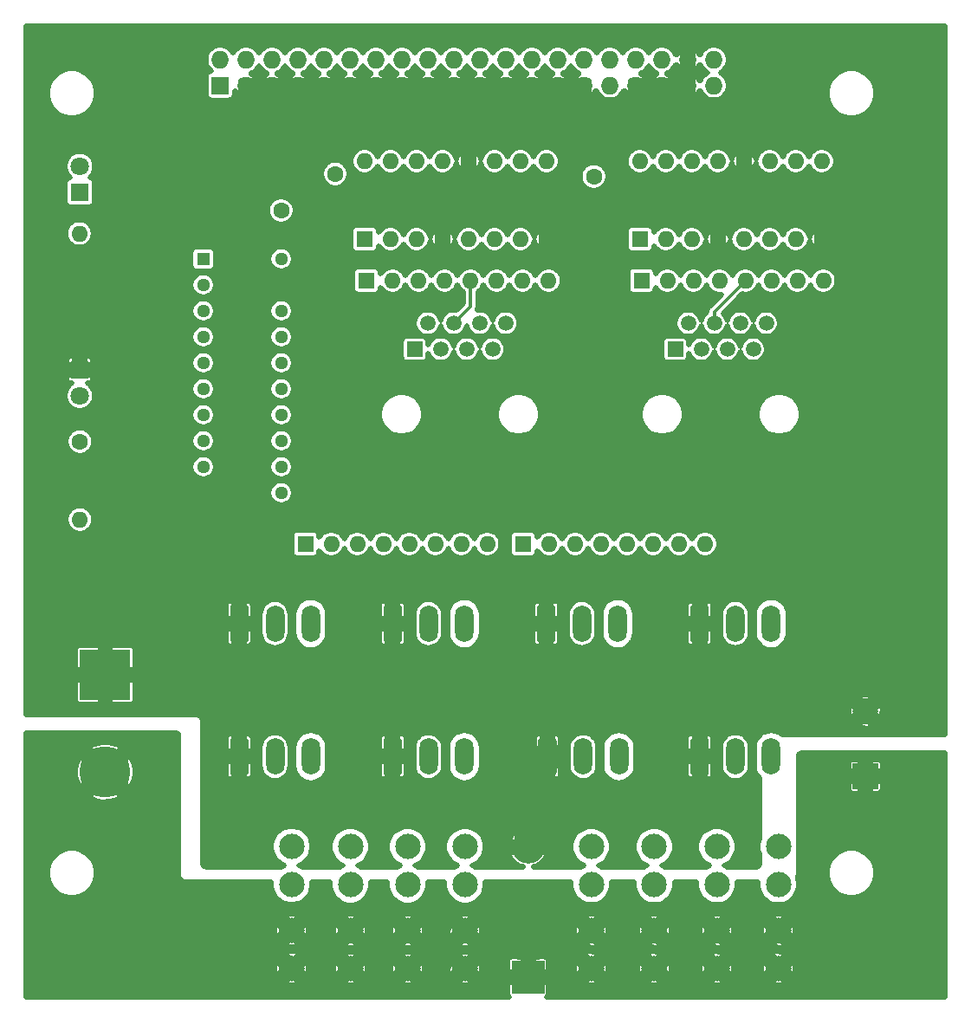
<source format=gbr>
G04 #@! TF.GenerationSoftware,KiCad,Pcbnew,(5.1.5)-3*
G04 #@! TF.CreationDate,2019-12-31T09:46:17-05:00*
G04 #@! TF.ProjectId,Multi_Expansion,4d756c74-695f-4457-9870-616e73696f6e,v2*
G04 #@! TF.SameCoordinates,Original*
G04 #@! TF.FileFunction,Copper,L2,Bot*
G04 #@! TF.FilePolarity,Positive*
%FSLAX46Y46*%
G04 Gerber Fmt 4.6, Leading zero omitted, Abs format (unit mm)*
G04 Created by KiCad (PCBNEW (5.1.5)-3) date 2019-12-31 09:46:17*
%MOMM*%
%LPD*%
G04 APERTURE LIST*
%ADD10C,2.500000*%
%ADD11R,2.500000X2.500000*%
%ADD12R,5.000000X5.000000*%
%ADD13C,5.000000*%
%ADD14C,1.500000*%
%ADD15R,1.500000X1.500000*%
%ADD16O,1.600000X1.600000*%
%ADD17R,1.600000X1.600000*%
%ADD18C,1.600000*%
%ADD19C,1.800000*%
%ADD20R,1.800000X1.800000*%
%ADD21C,1.295400*%
%ADD22R,1.295400X1.295400*%
%ADD23O,1.727200X1.727200*%
%ADD24R,1.727200X1.727200*%
%ADD25C,2.475000*%
%ADD26O,1.800000X3.600000*%
%ADD27C,0.100000*%
%ADD28O,3.200000X3.200000*%
%ADD29R,3.200000X3.200000*%
%ADD30C,0.800000*%
%ADD31C,3.000000*%
%ADD32C,0.350000*%
%ADD33C,0.500000*%
G04 APERTURE END LIST*
D10*
X150301000Y-125167800D03*
D11*
X150301000Y-131517800D03*
D12*
X76001000Y-121617800D03*
D13*
X76001000Y-131117800D03*
D14*
X140605000Y-87237800D03*
X139335000Y-89777800D03*
X138065000Y-87237800D03*
X136795000Y-89777800D03*
X135525000Y-87237800D03*
X134255000Y-89777800D03*
X132985000Y-87237800D03*
D15*
X131715000Y-89777800D03*
D16*
X146195000Y-83077800D03*
X143655000Y-83077800D03*
X141115000Y-83077800D03*
X138575000Y-83077800D03*
X136035000Y-83077800D03*
X133495000Y-83077800D03*
X130955000Y-83077800D03*
D17*
X128415000Y-83077800D03*
D16*
X119331000Y-83077800D03*
X116791000Y-83077800D03*
X114251000Y-83077800D03*
X111711000Y-83077800D03*
X109171000Y-83077800D03*
X106631000Y-83077800D03*
X104091000Y-83077800D03*
D17*
X101551000Y-83077800D03*
D14*
X115141000Y-87237800D03*
X113871000Y-89777800D03*
X112601000Y-87237800D03*
X111331000Y-89777800D03*
X110061000Y-87237800D03*
X108791000Y-89777800D03*
X107521000Y-87237800D03*
D15*
X106251000Y-89777800D03*
D16*
X128265000Y-71407800D03*
X146045000Y-79027800D03*
X130805000Y-71407800D03*
X143505000Y-79027800D03*
X133345000Y-71407800D03*
X140965000Y-79027800D03*
X135885000Y-71407800D03*
X138425000Y-79027800D03*
X138425000Y-71407800D03*
X135885000Y-79027800D03*
X140965000Y-71407800D03*
X133345000Y-79027800D03*
X143505000Y-71407800D03*
X130805000Y-79027800D03*
X146045000Y-71407800D03*
D17*
X128265000Y-79027800D03*
D16*
X101351000Y-71407800D03*
X119131000Y-79027800D03*
X103891000Y-71407800D03*
X116591000Y-79027800D03*
X106431000Y-71407800D03*
X114051000Y-79027800D03*
X108971000Y-71407800D03*
X111511000Y-79027800D03*
X111511000Y-71407800D03*
X108971000Y-79027800D03*
X114051000Y-71407800D03*
X106431000Y-79027800D03*
X116591000Y-71407800D03*
X103891000Y-79027800D03*
X119131000Y-71407800D03*
D17*
X101351000Y-79027800D03*
D18*
X98479000Y-77643800D03*
X98479000Y-72643800D03*
X123763000Y-77897800D03*
X123763000Y-72897800D03*
D16*
X73483000Y-78471800D03*
D18*
X73483000Y-86091800D03*
D19*
X73511000Y-94327800D03*
D20*
X73511000Y-91787800D03*
D19*
X73533000Y-71891800D03*
D20*
X73533000Y-74431800D03*
D16*
X73531000Y-106437800D03*
D18*
X73531000Y-98817800D03*
D21*
X93201000Y-80957800D03*
X93201000Y-83497800D03*
X93201000Y-86037800D03*
X93201000Y-88577800D03*
X93201000Y-91117800D03*
X93201000Y-93657800D03*
X93201000Y-96197800D03*
X93201000Y-98737800D03*
X93201000Y-101277800D03*
X93201000Y-103817800D03*
X85581000Y-103817800D03*
X85581000Y-101277800D03*
X85581000Y-98737800D03*
X85581000Y-96197800D03*
X85581000Y-93657800D03*
X85581000Y-91117800D03*
X85581000Y-88577800D03*
X85581000Y-86037800D03*
X85581000Y-83497800D03*
D22*
X85581000Y-80957800D03*
D23*
X135501000Y-61477800D03*
X135501000Y-64017800D03*
X132961000Y-61477800D03*
X132961000Y-64017800D03*
X130421000Y-61477800D03*
X130421000Y-64017800D03*
X127881000Y-61477800D03*
X127881000Y-64017800D03*
X125341000Y-61477800D03*
X125341000Y-64017800D03*
X122801000Y-61477800D03*
X122801000Y-64017800D03*
X120261000Y-61477800D03*
X120261000Y-64017800D03*
X117721000Y-61477800D03*
X117721000Y-64017800D03*
X115181000Y-61477800D03*
X115181000Y-64017800D03*
X112641000Y-61477800D03*
X112641000Y-64017800D03*
X110101000Y-61477800D03*
X110101000Y-64017800D03*
X107561000Y-61477800D03*
X107561000Y-64017800D03*
X105021000Y-61477800D03*
X105021000Y-64017800D03*
X102481000Y-61477800D03*
X102481000Y-64017800D03*
X99941000Y-61477800D03*
X99941000Y-64017800D03*
X97401000Y-61477800D03*
X97401000Y-64017800D03*
X94861000Y-61477800D03*
X94861000Y-64017800D03*
X92321000Y-61477800D03*
X92321000Y-64017800D03*
X89781000Y-61477800D03*
X89781000Y-64017800D03*
X87241000Y-61477800D03*
D24*
X87241000Y-64017800D03*
D25*
X123512600Y-138398600D03*
X123512600Y-150298600D03*
X123512600Y-142098600D03*
X123512600Y-146598600D03*
D26*
X111100000Y-116600000D03*
X107600000Y-116600000D03*
G04 #@! TA.AperFunction,ComponentPad*
D27*
G36*
X104774504Y-114801204D02*
G01*
X104798773Y-114804804D01*
X104822571Y-114810765D01*
X104845671Y-114819030D01*
X104867849Y-114829520D01*
X104888893Y-114842133D01*
X104908598Y-114856747D01*
X104926777Y-114873223D01*
X104943253Y-114891402D01*
X104957867Y-114911107D01*
X104970480Y-114932151D01*
X104980970Y-114954329D01*
X104989235Y-114977429D01*
X104995196Y-115001227D01*
X104998796Y-115025496D01*
X105000000Y-115050000D01*
X105000000Y-118150000D01*
X104998796Y-118174504D01*
X104995196Y-118198773D01*
X104989235Y-118222571D01*
X104980970Y-118245671D01*
X104970480Y-118267849D01*
X104957867Y-118288893D01*
X104943253Y-118308598D01*
X104926777Y-118326777D01*
X104908598Y-118343253D01*
X104888893Y-118357867D01*
X104867849Y-118370480D01*
X104845671Y-118380970D01*
X104822571Y-118389235D01*
X104798773Y-118395196D01*
X104774504Y-118398796D01*
X104750000Y-118400000D01*
X103450000Y-118400000D01*
X103425496Y-118398796D01*
X103401227Y-118395196D01*
X103377429Y-118389235D01*
X103354329Y-118380970D01*
X103332151Y-118370480D01*
X103311107Y-118357867D01*
X103291402Y-118343253D01*
X103273223Y-118326777D01*
X103256747Y-118308598D01*
X103242133Y-118288893D01*
X103229520Y-118267849D01*
X103219030Y-118245671D01*
X103210765Y-118222571D01*
X103204804Y-118198773D01*
X103201204Y-118174504D01*
X103200000Y-118150000D01*
X103200000Y-115050000D01*
X103201204Y-115025496D01*
X103204804Y-115001227D01*
X103210765Y-114977429D01*
X103219030Y-114954329D01*
X103229520Y-114932151D01*
X103242133Y-114911107D01*
X103256747Y-114891402D01*
X103273223Y-114873223D01*
X103291402Y-114856747D01*
X103311107Y-114842133D01*
X103332151Y-114829520D01*
X103354329Y-114819030D01*
X103377429Y-114810765D01*
X103401227Y-114804804D01*
X103425496Y-114801204D01*
X103450000Y-114800000D01*
X104750000Y-114800000D01*
X104774504Y-114801204D01*
G37*
G04 #@! TD.AperFunction*
D25*
X105567600Y-138403600D03*
X105567600Y-150303600D03*
X105567600Y-142103600D03*
X105567600Y-146603600D03*
D28*
X117332600Y-138468600D03*
D29*
X117332600Y-151168600D03*
D18*
X88201000Y-76217800D03*
X93201000Y-76217800D03*
D16*
X134632700Y-108813600D03*
X132092700Y-108813600D03*
X129552700Y-108813600D03*
X127012700Y-108813600D03*
X124472700Y-108813600D03*
X121932700Y-108813600D03*
X119392700Y-108813600D03*
D17*
X116852700Y-108813600D03*
D16*
X113341500Y-108813600D03*
X110801500Y-108813600D03*
X108261500Y-108813600D03*
X105721500Y-108813600D03*
X103181500Y-108813600D03*
X100641500Y-108813600D03*
X98101500Y-108813600D03*
D17*
X95561500Y-108813600D03*
D26*
X141100000Y-129600000D03*
X137600000Y-129600000D03*
G04 #@! TA.AperFunction,ComponentPad*
D27*
G36*
X134774504Y-127801204D02*
G01*
X134798773Y-127804804D01*
X134822571Y-127810765D01*
X134845671Y-127819030D01*
X134867849Y-127829520D01*
X134888893Y-127842133D01*
X134908598Y-127856747D01*
X134926777Y-127873223D01*
X134943253Y-127891402D01*
X134957867Y-127911107D01*
X134970480Y-127932151D01*
X134980970Y-127954329D01*
X134989235Y-127977429D01*
X134995196Y-128001227D01*
X134998796Y-128025496D01*
X135000000Y-128050000D01*
X135000000Y-131150000D01*
X134998796Y-131174504D01*
X134995196Y-131198773D01*
X134989235Y-131222571D01*
X134980970Y-131245671D01*
X134970480Y-131267849D01*
X134957867Y-131288893D01*
X134943253Y-131308598D01*
X134926777Y-131326777D01*
X134908598Y-131343253D01*
X134888893Y-131357867D01*
X134867849Y-131370480D01*
X134845671Y-131380970D01*
X134822571Y-131389235D01*
X134798773Y-131395196D01*
X134774504Y-131398796D01*
X134750000Y-131400000D01*
X133450000Y-131400000D01*
X133425496Y-131398796D01*
X133401227Y-131395196D01*
X133377429Y-131389235D01*
X133354329Y-131380970D01*
X133332151Y-131370480D01*
X133311107Y-131357867D01*
X133291402Y-131343253D01*
X133273223Y-131326777D01*
X133256747Y-131308598D01*
X133242133Y-131288893D01*
X133229520Y-131267849D01*
X133219030Y-131245671D01*
X133210765Y-131222571D01*
X133204804Y-131198773D01*
X133201204Y-131174504D01*
X133200000Y-131150000D01*
X133200000Y-128050000D01*
X133201204Y-128025496D01*
X133204804Y-128001227D01*
X133210765Y-127977429D01*
X133219030Y-127954329D01*
X133229520Y-127932151D01*
X133242133Y-127911107D01*
X133256747Y-127891402D01*
X133273223Y-127873223D01*
X133291402Y-127856747D01*
X133311107Y-127842133D01*
X133332151Y-127829520D01*
X133354329Y-127819030D01*
X133377429Y-127810765D01*
X133401227Y-127804804D01*
X133425496Y-127801204D01*
X133450000Y-127800000D01*
X134750000Y-127800000D01*
X134774504Y-127801204D01*
G37*
G04 #@! TD.AperFunction*
D26*
X141100000Y-116600000D03*
X137600000Y-116600000D03*
G04 #@! TA.AperFunction,ComponentPad*
D27*
G36*
X134774504Y-114801204D02*
G01*
X134798773Y-114804804D01*
X134822571Y-114810765D01*
X134845671Y-114819030D01*
X134867849Y-114829520D01*
X134888893Y-114842133D01*
X134908598Y-114856747D01*
X134926777Y-114873223D01*
X134943253Y-114891402D01*
X134957867Y-114911107D01*
X134970480Y-114932151D01*
X134980970Y-114954329D01*
X134989235Y-114977429D01*
X134995196Y-115001227D01*
X134998796Y-115025496D01*
X135000000Y-115050000D01*
X135000000Y-118150000D01*
X134998796Y-118174504D01*
X134995196Y-118198773D01*
X134989235Y-118222571D01*
X134980970Y-118245671D01*
X134970480Y-118267849D01*
X134957867Y-118288893D01*
X134943253Y-118308598D01*
X134926777Y-118326777D01*
X134908598Y-118343253D01*
X134888893Y-118357867D01*
X134867849Y-118370480D01*
X134845671Y-118380970D01*
X134822571Y-118389235D01*
X134798773Y-118395196D01*
X134774504Y-118398796D01*
X134750000Y-118400000D01*
X133450000Y-118400000D01*
X133425496Y-118398796D01*
X133401227Y-118395196D01*
X133377429Y-118389235D01*
X133354329Y-118380970D01*
X133332151Y-118370480D01*
X133311107Y-118357867D01*
X133291402Y-118343253D01*
X133273223Y-118326777D01*
X133256747Y-118308598D01*
X133242133Y-118288893D01*
X133229520Y-118267849D01*
X133219030Y-118245671D01*
X133210765Y-118222571D01*
X133204804Y-118198773D01*
X133201204Y-118174504D01*
X133200000Y-118150000D01*
X133200000Y-115050000D01*
X133201204Y-115025496D01*
X133204804Y-115001227D01*
X133210765Y-114977429D01*
X133219030Y-114954329D01*
X133229520Y-114932151D01*
X133242133Y-114911107D01*
X133256747Y-114891402D01*
X133273223Y-114873223D01*
X133291402Y-114856747D01*
X133311107Y-114842133D01*
X133332151Y-114829520D01*
X133354329Y-114819030D01*
X133377429Y-114810765D01*
X133401227Y-114804804D01*
X133425496Y-114801204D01*
X133450000Y-114800000D01*
X134750000Y-114800000D01*
X134774504Y-114801204D01*
G37*
G04 #@! TD.AperFunction*
D26*
X126214342Y-129600000D03*
X122714342Y-129600000D03*
G04 #@! TA.AperFunction,ComponentPad*
D27*
G36*
X119888846Y-127801204D02*
G01*
X119913115Y-127804804D01*
X119936913Y-127810765D01*
X119960013Y-127819030D01*
X119982191Y-127829520D01*
X120003235Y-127842133D01*
X120022940Y-127856747D01*
X120041119Y-127873223D01*
X120057595Y-127891402D01*
X120072209Y-127911107D01*
X120084822Y-127932151D01*
X120095312Y-127954329D01*
X120103577Y-127977429D01*
X120109538Y-128001227D01*
X120113138Y-128025496D01*
X120114342Y-128050000D01*
X120114342Y-131150000D01*
X120113138Y-131174504D01*
X120109538Y-131198773D01*
X120103577Y-131222571D01*
X120095312Y-131245671D01*
X120084822Y-131267849D01*
X120072209Y-131288893D01*
X120057595Y-131308598D01*
X120041119Y-131326777D01*
X120022940Y-131343253D01*
X120003235Y-131357867D01*
X119982191Y-131370480D01*
X119960013Y-131380970D01*
X119936913Y-131389235D01*
X119913115Y-131395196D01*
X119888846Y-131398796D01*
X119864342Y-131400000D01*
X118564342Y-131400000D01*
X118539838Y-131398796D01*
X118515569Y-131395196D01*
X118491771Y-131389235D01*
X118468671Y-131380970D01*
X118446493Y-131370480D01*
X118425449Y-131357867D01*
X118405744Y-131343253D01*
X118387565Y-131326777D01*
X118371089Y-131308598D01*
X118356475Y-131288893D01*
X118343862Y-131267849D01*
X118333372Y-131245671D01*
X118325107Y-131222571D01*
X118319146Y-131198773D01*
X118315546Y-131174504D01*
X118314342Y-131150000D01*
X118314342Y-128050000D01*
X118315546Y-128025496D01*
X118319146Y-128001227D01*
X118325107Y-127977429D01*
X118333372Y-127954329D01*
X118343862Y-127932151D01*
X118356475Y-127911107D01*
X118371089Y-127891402D01*
X118387565Y-127873223D01*
X118405744Y-127856747D01*
X118425449Y-127842133D01*
X118446493Y-127829520D01*
X118468671Y-127819030D01*
X118491771Y-127810765D01*
X118515569Y-127804804D01*
X118539838Y-127801204D01*
X118564342Y-127800000D01*
X119864342Y-127800000D01*
X119888846Y-127801204D01*
G37*
G04 #@! TD.AperFunction*
D26*
X126100000Y-116600000D03*
X122600000Y-116600000D03*
G04 #@! TA.AperFunction,ComponentPad*
D27*
G36*
X119774504Y-114801204D02*
G01*
X119798773Y-114804804D01*
X119822571Y-114810765D01*
X119845671Y-114819030D01*
X119867849Y-114829520D01*
X119888893Y-114842133D01*
X119908598Y-114856747D01*
X119926777Y-114873223D01*
X119943253Y-114891402D01*
X119957867Y-114911107D01*
X119970480Y-114932151D01*
X119980970Y-114954329D01*
X119989235Y-114977429D01*
X119995196Y-115001227D01*
X119998796Y-115025496D01*
X120000000Y-115050000D01*
X120000000Y-118150000D01*
X119998796Y-118174504D01*
X119995196Y-118198773D01*
X119989235Y-118222571D01*
X119980970Y-118245671D01*
X119970480Y-118267849D01*
X119957867Y-118288893D01*
X119943253Y-118308598D01*
X119926777Y-118326777D01*
X119908598Y-118343253D01*
X119888893Y-118357867D01*
X119867849Y-118370480D01*
X119845671Y-118380970D01*
X119822571Y-118389235D01*
X119798773Y-118395196D01*
X119774504Y-118398796D01*
X119750000Y-118400000D01*
X118450000Y-118400000D01*
X118425496Y-118398796D01*
X118401227Y-118395196D01*
X118377429Y-118389235D01*
X118354329Y-118380970D01*
X118332151Y-118370480D01*
X118311107Y-118357867D01*
X118291402Y-118343253D01*
X118273223Y-118326777D01*
X118256747Y-118308598D01*
X118242133Y-118288893D01*
X118229520Y-118267849D01*
X118219030Y-118245671D01*
X118210765Y-118222571D01*
X118204804Y-118198773D01*
X118201204Y-118174504D01*
X118200000Y-118150000D01*
X118200000Y-115050000D01*
X118201204Y-115025496D01*
X118204804Y-115001227D01*
X118210765Y-114977429D01*
X118219030Y-114954329D01*
X118229520Y-114932151D01*
X118242133Y-114911107D01*
X118256747Y-114891402D01*
X118273223Y-114873223D01*
X118291402Y-114856747D01*
X118311107Y-114842133D01*
X118332151Y-114829520D01*
X118354329Y-114819030D01*
X118377429Y-114810765D01*
X118401227Y-114804804D01*
X118425496Y-114801204D01*
X118450000Y-114800000D01*
X119750000Y-114800000D01*
X119774504Y-114801204D01*
G37*
G04 #@! TD.AperFunction*
D26*
X111100000Y-129600000D03*
X107600000Y-129600000D03*
G04 #@! TA.AperFunction,ComponentPad*
D27*
G36*
X104774504Y-127801204D02*
G01*
X104798773Y-127804804D01*
X104822571Y-127810765D01*
X104845671Y-127819030D01*
X104867849Y-127829520D01*
X104888893Y-127842133D01*
X104908598Y-127856747D01*
X104926777Y-127873223D01*
X104943253Y-127891402D01*
X104957867Y-127911107D01*
X104970480Y-127932151D01*
X104980970Y-127954329D01*
X104989235Y-127977429D01*
X104995196Y-128001227D01*
X104998796Y-128025496D01*
X105000000Y-128050000D01*
X105000000Y-131150000D01*
X104998796Y-131174504D01*
X104995196Y-131198773D01*
X104989235Y-131222571D01*
X104980970Y-131245671D01*
X104970480Y-131267849D01*
X104957867Y-131288893D01*
X104943253Y-131308598D01*
X104926777Y-131326777D01*
X104908598Y-131343253D01*
X104888893Y-131357867D01*
X104867849Y-131370480D01*
X104845671Y-131380970D01*
X104822571Y-131389235D01*
X104798773Y-131395196D01*
X104774504Y-131398796D01*
X104750000Y-131400000D01*
X103450000Y-131400000D01*
X103425496Y-131398796D01*
X103401227Y-131395196D01*
X103377429Y-131389235D01*
X103354329Y-131380970D01*
X103332151Y-131370480D01*
X103311107Y-131357867D01*
X103291402Y-131343253D01*
X103273223Y-131326777D01*
X103256747Y-131308598D01*
X103242133Y-131288893D01*
X103229520Y-131267849D01*
X103219030Y-131245671D01*
X103210765Y-131222571D01*
X103204804Y-131198773D01*
X103201204Y-131174504D01*
X103200000Y-131150000D01*
X103200000Y-128050000D01*
X103201204Y-128025496D01*
X103204804Y-128001227D01*
X103210765Y-127977429D01*
X103219030Y-127954329D01*
X103229520Y-127932151D01*
X103242133Y-127911107D01*
X103256747Y-127891402D01*
X103273223Y-127873223D01*
X103291402Y-127856747D01*
X103311107Y-127842133D01*
X103332151Y-127829520D01*
X103354329Y-127819030D01*
X103377429Y-127810765D01*
X103401227Y-127804804D01*
X103425496Y-127801204D01*
X103450000Y-127800000D01*
X104750000Y-127800000D01*
X104774504Y-127801204D01*
G37*
G04 #@! TD.AperFunction*
D26*
X96100000Y-129600000D03*
X92600000Y-129600000D03*
G04 #@! TA.AperFunction,ComponentPad*
D27*
G36*
X89774504Y-127801204D02*
G01*
X89798773Y-127804804D01*
X89822571Y-127810765D01*
X89845671Y-127819030D01*
X89867849Y-127829520D01*
X89888893Y-127842133D01*
X89908598Y-127856747D01*
X89926777Y-127873223D01*
X89943253Y-127891402D01*
X89957867Y-127911107D01*
X89970480Y-127932151D01*
X89980970Y-127954329D01*
X89989235Y-127977429D01*
X89995196Y-128001227D01*
X89998796Y-128025496D01*
X90000000Y-128050000D01*
X90000000Y-131150000D01*
X89998796Y-131174504D01*
X89995196Y-131198773D01*
X89989235Y-131222571D01*
X89980970Y-131245671D01*
X89970480Y-131267849D01*
X89957867Y-131288893D01*
X89943253Y-131308598D01*
X89926777Y-131326777D01*
X89908598Y-131343253D01*
X89888893Y-131357867D01*
X89867849Y-131370480D01*
X89845671Y-131380970D01*
X89822571Y-131389235D01*
X89798773Y-131395196D01*
X89774504Y-131398796D01*
X89750000Y-131400000D01*
X88450000Y-131400000D01*
X88425496Y-131398796D01*
X88401227Y-131395196D01*
X88377429Y-131389235D01*
X88354329Y-131380970D01*
X88332151Y-131370480D01*
X88311107Y-131357867D01*
X88291402Y-131343253D01*
X88273223Y-131326777D01*
X88256747Y-131308598D01*
X88242133Y-131288893D01*
X88229520Y-131267849D01*
X88219030Y-131245671D01*
X88210765Y-131222571D01*
X88204804Y-131198773D01*
X88201204Y-131174504D01*
X88200000Y-131150000D01*
X88200000Y-128050000D01*
X88201204Y-128025496D01*
X88204804Y-128001227D01*
X88210765Y-127977429D01*
X88219030Y-127954329D01*
X88229520Y-127932151D01*
X88242133Y-127911107D01*
X88256747Y-127891402D01*
X88273223Y-127873223D01*
X88291402Y-127856747D01*
X88311107Y-127842133D01*
X88332151Y-127829520D01*
X88354329Y-127819030D01*
X88377429Y-127810765D01*
X88401227Y-127804804D01*
X88425496Y-127801204D01*
X88450000Y-127800000D01*
X89750000Y-127800000D01*
X89774504Y-127801204D01*
G37*
G04 #@! TD.AperFunction*
D26*
X96100000Y-116600000D03*
X92600000Y-116600000D03*
G04 #@! TA.AperFunction,ComponentPad*
D27*
G36*
X89774504Y-114801204D02*
G01*
X89798773Y-114804804D01*
X89822571Y-114810765D01*
X89845671Y-114819030D01*
X89867849Y-114829520D01*
X89888893Y-114842133D01*
X89908598Y-114856747D01*
X89926777Y-114873223D01*
X89943253Y-114891402D01*
X89957867Y-114911107D01*
X89970480Y-114932151D01*
X89980970Y-114954329D01*
X89989235Y-114977429D01*
X89995196Y-115001227D01*
X89998796Y-115025496D01*
X90000000Y-115050000D01*
X90000000Y-118150000D01*
X89998796Y-118174504D01*
X89995196Y-118198773D01*
X89989235Y-118222571D01*
X89980970Y-118245671D01*
X89970480Y-118267849D01*
X89957867Y-118288893D01*
X89943253Y-118308598D01*
X89926777Y-118326777D01*
X89908598Y-118343253D01*
X89888893Y-118357867D01*
X89867849Y-118370480D01*
X89845671Y-118380970D01*
X89822571Y-118389235D01*
X89798773Y-118395196D01*
X89774504Y-118398796D01*
X89750000Y-118400000D01*
X88450000Y-118400000D01*
X88425496Y-118398796D01*
X88401227Y-118395196D01*
X88377429Y-118389235D01*
X88354329Y-118380970D01*
X88332151Y-118370480D01*
X88311107Y-118357867D01*
X88291402Y-118343253D01*
X88273223Y-118326777D01*
X88256747Y-118308598D01*
X88242133Y-118288893D01*
X88229520Y-118267849D01*
X88219030Y-118245671D01*
X88210765Y-118222571D01*
X88204804Y-118198773D01*
X88201204Y-118174504D01*
X88200000Y-118150000D01*
X88200000Y-115050000D01*
X88201204Y-115025496D01*
X88204804Y-115001227D01*
X88210765Y-114977429D01*
X88219030Y-114954329D01*
X88229520Y-114932151D01*
X88242133Y-114911107D01*
X88256747Y-114891402D01*
X88273223Y-114873223D01*
X88291402Y-114856747D01*
X88311107Y-114842133D01*
X88332151Y-114829520D01*
X88354329Y-114819030D01*
X88377429Y-114810765D01*
X88401227Y-114804804D01*
X88425496Y-114801204D01*
X88450000Y-114800000D01*
X89750000Y-114800000D01*
X89774504Y-114801204D01*
G37*
G04 #@! TD.AperFunction*
D25*
X141793100Y-138398600D03*
X141793100Y-150298600D03*
X141793100Y-142098600D03*
X141793100Y-146598600D03*
X135792600Y-138398600D03*
X135792600Y-150298600D03*
X135792600Y-142098600D03*
X135792600Y-146598600D03*
X129672600Y-138398600D03*
X129672600Y-150298600D03*
X129672600Y-142098600D03*
X129672600Y-146598600D03*
X111167600Y-138403600D03*
X111167600Y-150303600D03*
X111167600Y-142103600D03*
X111167600Y-146603600D03*
X99967600Y-138403600D03*
X99967600Y-150303600D03*
X99967600Y-142103600D03*
X99967600Y-146603600D03*
X94222600Y-138388600D03*
X94222600Y-150288600D03*
X94222600Y-142088600D03*
X94222600Y-146588600D03*
D30*
X133101000Y-110667800D03*
X139701000Y-111017800D03*
X123351000Y-110667800D03*
X127251000Y-113767800D03*
X128651000Y-119967800D03*
X94601000Y-111167800D03*
X98451000Y-114417800D03*
X98651000Y-119967800D03*
X142151000Y-126167800D03*
X136993000Y-107187800D03*
X145121000Y-115061800D03*
X152233000Y-69341800D03*
X152233000Y-99821800D03*
X152741000Y-118363800D03*
X142327000Y-121919800D03*
X113371000Y-114807800D03*
X108799000Y-110997800D03*
X96861000Y-125983800D03*
X92797000Y-135635800D03*
X108291000Y-139191800D03*
X126833000Y-126237800D03*
X128103000Y-110489800D03*
X123277000Y-133349800D03*
X112355000Y-126491800D03*
X142327000Y-113537800D03*
X142401000Y-66817800D03*
X101791000Y-89897800D03*
X118661000Y-89887800D03*
X118241000Y-73207800D03*
X128051000Y-69667800D03*
X103391000Y-73217800D03*
X95001000Y-71217800D03*
X87491000Y-83757800D03*
X91591000Y-105447800D03*
X77601000Y-106477800D03*
X75291000Y-76187800D03*
X75861000Y-69707800D03*
X86711000Y-58977800D03*
X137921000Y-59337800D03*
X157601000Y-126617800D03*
X100501000Y-106917800D03*
X103201000Y-110917800D03*
X113201000Y-106817800D03*
X115501000Y-110517800D03*
X98701000Y-110717800D03*
X91501000Y-119617800D03*
X98401000Y-94117800D03*
X108001000Y-102217800D03*
X127601000Y-102117800D03*
X156401000Y-59817800D03*
X125001000Y-90817800D03*
X123301000Y-85717800D03*
X150801000Y-88617800D03*
X146101000Y-93617800D03*
X85201000Y-64917800D03*
X79601000Y-71317800D03*
X79501000Y-97617800D03*
X69001000Y-124817800D03*
X69601000Y-104717800D03*
X69801000Y-72417800D03*
X112751000Y-77367800D03*
X120501000Y-69717800D03*
X115401000Y-69967800D03*
D31*
X117442600Y-138358600D02*
X117332600Y-138468600D01*
X119214342Y-129600000D02*
X117442600Y-131371742D01*
X117442600Y-131371742D02*
X117442600Y-138358600D01*
D32*
X111711000Y-85587800D02*
X110061000Y-87237800D01*
X111711000Y-83077800D02*
X111711000Y-85587800D01*
X135525000Y-86127800D02*
X135525000Y-87237800D01*
X138575000Y-83077800D02*
X135525000Y-86127800D01*
D33*
G36*
X82959217Y-127278675D02*
G01*
X83020920Y-127304233D01*
X83073908Y-127344892D01*
X83114567Y-127397880D01*
X83140125Y-127459583D01*
X83151000Y-127542185D01*
X83151000Y-141109800D01*
X83153139Y-141142432D01*
X83170449Y-141273912D01*
X83187340Y-141336950D01*
X83238089Y-141459470D01*
X83270721Y-141515991D01*
X83351452Y-141621201D01*
X83397599Y-141667348D01*
X83502809Y-141748079D01*
X83559330Y-141780711D01*
X83681850Y-141831460D01*
X83744888Y-141848351D01*
X83876368Y-141865661D01*
X83909000Y-141867800D01*
X92240082Y-141867800D01*
X92235100Y-141892848D01*
X92235100Y-142284352D01*
X92311478Y-142668332D01*
X92461300Y-143030034D01*
X92678808Y-143355558D01*
X92955642Y-143632392D01*
X93281166Y-143849900D01*
X93642868Y-143999722D01*
X94026848Y-144076100D01*
X94418352Y-144076100D01*
X94802332Y-143999722D01*
X95164034Y-143849900D01*
X95489558Y-143632392D01*
X95766392Y-143355558D01*
X95983900Y-143030034D01*
X96133722Y-142668332D01*
X96210100Y-142284352D01*
X96210100Y-141892848D01*
X96205118Y-141867800D01*
X97988066Y-141867800D01*
X97980100Y-141907848D01*
X97980100Y-142299352D01*
X98056478Y-142683332D01*
X98206300Y-143045034D01*
X98423808Y-143370558D01*
X98700642Y-143647392D01*
X99026166Y-143864900D01*
X99387868Y-144014722D01*
X99771848Y-144091100D01*
X100163352Y-144091100D01*
X100547332Y-144014722D01*
X100909034Y-143864900D01*
X101234558Y-143647392D01*
X101511392Y-143370558D01*
X101728900Y-143045034D01*
X101878722Y-142683332D01*
X101955100Y-142299352D01*
X101955100Y-141907848D01*
X101947134Y-141867800D01*
X103588066Y-141867800D01*
X103580100Y-141907848D01*
X103580100Y-142299352D01*
X103656478Y-142683332D01*
X103806300Y-143045034D01*
X104023808Y-143370558D01*
X104300642Y-143647392D01*
X104626166Y-143864900D01*
X104987868Y-144014722D01*
X105371848Y-144091100D01*
X105763352Y-144091100D01*
X106147332Y-144014722D01*
X106509034Y-143864900D01*
X106834558Y-143647392D01*
X107111392Y-143370558D01*
X107328900Y-143045034D01*
X107478722Y-142683332D01*
X107555100Y-142299352D01*
X107555100Y-141907848D01*
X107547134Y-141867800D01*
X109188066Y-141867800D01*
X109180100Y-141907848D01*
X109180100Y-142299352D01*
X109256478Y-142683332D01*
X109406300Y-143045034D01*
X109623808Y-143370558D01*
X109900642Y-143647392D01*
X110226166Y-143864900D01*
X110587868Y-144014722D01*
X110971848Y-144091100D01*
X111363352Y-144091100D01*
X111747332Y-144014722D01*
X112109034Y-143864900D01*
X112434558Y-143647392D01*
X112711392Y-143370558D01*
X112928900Y-143045034D01*
X113078722Y-142683332D01*
X113155100Y-142299352D01*
X113155100Y-141907848D01*
X113147134Y-141867800D01*
X121532071Y-141867800D01*
X121525100Y-141902848D01*
X121525100Y-142294352D01*
X121601478Y-142678332D01*
X121751300Y-143040034D01*
X121968808Y-143365558D01*
X122245642Y-143642392D01*
X122571166Y-143859900D01*
X122932868Y-144009722D01*
X123316848Y-144086100D01*
X123708352Y-144086100D01*
X124092332Y-144009722D01*
X124454034Y-143859900D01*
X124779558Y-143642392D01*
X125056392Y-143365558D01*
X125273900Y-143040034D01*
X125423722Y-142678332D01*
X125500100Y-142294352D01*
X125500100Y-141902848D01*
X125493129Y-141867800D01*
X127692071Y-141867800D01*
X127685100Y-141902848D01*
X127685100Y-142294352D01*
X127761478Y-142678332D01*
X127911300Y-143040034D01*
X128128808Y-143365558D01*
X128405642Y-143642392D01*
X128731166Y-143859900D01*
X129092868Y-144009722D01*
X129476848Y-144086100D01*
X129868352Y-144086100D01*
X130252332Y-144009722D01*
X130614034Y-143859900D01*
X130939558Y-143642392D01*
X131216392Y-143365558D01*
X131433900Y-143040034D01*
X131583722Y-142678332D01*
X131660100Y-142294352D01*
X131660100Y-141902848D01*
X131653129Y-141867800D01*
X133812071Y-141867800D01*
X133805100Y-141902848D01*
X133805100Y-142294352D01*
X133881478Y-142678332D01*
X134031300Y-143040034D01*
X134248808Y-143365558D01*
X134525642Y-143642392D01*
X134851166Y-143859900D01*
X135212868Y-144009722D01*
X135596848Y-144086100D01*
X135988352Y-144086100D01*
X136372332Y-144009722D01*
X136734034Y-143859900D01*
X137059558Y-143642392D01*
X137336392Y-143365558D01*
X137553900Y-143040034D01*
X137703722Y-142678332D01*
X137780100Y-142294352D01*
X137780100Y-141902848D01*
X137773129Y-141867800D01*
X139812571Y-141867800D01*
X139805600Y-141902848D01*
X139805600Y-142294352D01*
X139881978Y-142678332D01*
X140031800Y-143040034D01*
X140249308Y-143365558D01*
X140526142Y-143642392D01*
X140851666Y-143859900D01*
X141213368Y-144009722D01*
X141597348Y-144086100D01*
X141988852Y-144086100D01*
X142372832Y-144009722D01*
X142734534Y-143859900D01*
X143060058Y-143642392D01*
X143336892Y-143365558D01*
X143554400Y-143040034D01*
X143704222Y-142678332D01*
X143780600Y-142294352D01*
X143780600Y-141902848D01*
X143704222Y-141518868D01*
X143671765Y-141440509D01*
X143714660Y-141336950D01*
X143731551Y-141273912D01*
X143748861Y-141142432D01*
X143751000Y-141109800D01*
X143751000Y-140733421D01*
X146531000Y-140733421D01*
X146531000Y-141206179D01*
X146623230Y-141669854D01*
X146804147Y-142106626D01*
X147066798Y-142499711D01*
X147401089Y-142834002D01*
X147794174Y-143096653D01*
X148230946Y-143277570D01*
X148694621Y-143369800D01*
X149167379Y-143369800D01*
X149631054Y-143277570D01*
X150067826Y-143096653D01*
X150460911Y-142834002D01*
X150795202Y-142499711D01*
X151057853Y-142106626D01*
X151238770Y-141669854D01*
X151331000Y-141206179D01*
X151331000Y-140733421D01*
X151238770Y-140269746D01*
X151057853Y-139832974D01*
X150795202Y-139439889D01*
X150460911Y-139105598D01*
X150067826Y-138842947D01*
X149631054Y-138662030D01*
X149167379Y-138569800D01*
X148694621Y-138569800D01*
X148230946Y-138662030D01*
X147794174Y-138842947D01*
X147401089Y-139105598D01*
X147066798Y-139439889D01*
X146804147Y-139832974D01*
X146623230Y-140269746D01*
X146531000Y-140733421D01*
X143751000Y-140733421D01*
X143751000Y-138743162D01*
X143780600Y-138594352D01*
X143780600Y-138202848D01*
X143751000Y-138054038D01*
X143751000Y-132767800D01*
X148649065Y-132767800D01*
X148656788Y-132846214D01*
X148679660Y-132921614D01*
X148716803Y-132991103D01*
X148766789Y-133052011D01*
X148827697Y-133101997D01*
X148897186Y-133139140D01*
X148972586Y-133162012D01*
X149051000Y-133169735D01*
X149701000Y-133167800D01*
X149801000Y-133067800D01*
X149801000Y-132017800D01*
X150801000Y-132017800D01*
X150801000Y-133067800D01*
X150901000Y-133167800D01*
X151551000Y-133169735D01*
X151629414Y-133162012D01*
X151704814Y-133139140D01*
X151774303Y-133101997D01*
X151835211Y-133052011D01*
X151885197Y-132991103D01*
X151922340Y-132921614D01*
X151945212Y-132846214D01*
X151952935Y-132767800D01*
X151951000Y-132117800D01*
X151851000Y-132017800D01*
X150801000Y-132017800D01*
X149801000Y-132017800D01*
X148751000Y-132017800D01*
X148651000Y-132117800D01*
X148649065Y-132767800D01*
X143751000Y-132767800D01*
X143751000Y-130267800D01*
X148649065Y-130267800D01*
X148651000Y-130917800D01*
X148751000Y-131017800D01*
X149801000Y-131017800D01*
X149801000Y-129967800D01*
X150801000Y-129967800D01*
X150801000Y-131017800D01*
X151851000Y-131017800D01*
X151951000Y-130917800D01*
X151952935Y-130267800D01*
X151945212Y-130189386D01*
X151922340Y-130113986D01*
X151885197Y-130044497D01*
X151835211Y-129983589D01*
X151774303Y-129933603D01*
X151704814Y-129896460D01*
X151629414Y-129873588D01*
X151551000Y-129865865D01*
X150901000Y-129867800D01*
X150801000Y-129967800D01*
X149801000Y-129967800D01*
X149701000Y-129867800D01*
X149051000Y-129865865D01*
X148972586Y-129873588D01*
X148897186Y-129896460D01*
X148827697Y-129933603D01*
X148766789Y-129983589D01*
X148716803Y-130044497D01*
X148679660Y-130113986D01*
X148656788Y-130189386D01*
X148649065Y-130267800D01*
X143751000Y-130267800D01*
X143751000Y-129542185D01*
X143761875Y-129459583D01*
X143787433Y-129397880D01*
X143828092Y-129344892D01*
X143881080Y-129304233D01*
X143942783Y-129278675D01*
X144025385Y-129267800D01*
X158126000Y-129267800D01*
X158126000Y-153094800D01*
X119165647Y-153094800D01*
X119216811Y-153052811D01*
X119266797Y-152991903D01*
X119303940Y-152922414D01*
X119326812Y-152847014D01*
X119334535Y-152768600D01*
X119332600Y-151768600D01*
X119250158Y-151686158D01*
X122832148Y-151686158D01*
X122995687Y-151860720D01*
X123310375Y-151931549D01*
X123632833Y-151939624D01*
X123950671Y-151884636D01*
X124029513Y-151860720D01*
X124193052Y-151686158D01*
X128992148Y-151686158D01*
X129155687Y-151860720D01*
X129470375Y-151931549D01*
X129792833Y-151939624D01*
X130110671Y-151884636D01*
X130189513Y-151860720D01*
X130353052Y-151686158D01*
X135112148Y-151686158D01*
X135275687Y-151860720D01*
X135590375Y-151931549D01*
X135912833Y-151939624D01*
X136230671Y-151884636D01*
X136309513Y-151860720D01*
X136473052Y-151686158D01*
X141112648Y-151686158D01*
X141276187Y-151860720D01*
X141590875Y-151931549D01*
X141913333Y-151939624D01*
X142231171Y-151884636D01*
X142310013Y-151860720D01*
X142473552Y-151686158D01*
X141793100Y-151005707D01*
X141112648Y-151686158D01*
X136473052Y-151686158D01*
X135792600Y-151005707D01*
X135112148Y-151686158D01*
X130353052Y-151686158D01*
X129672600Y-151005707D01*
X128992148Y-151686158D01*
X124193052Y-151686158D01*
X123512600Y-151005707D01*
X122832148Y-151686158D01*
X119250158Y-151686158D01*
X119232600Y-151668600D01*
X117832600Y-151668600D01*
X117832600Y-151688600D01*
X116832600Y-151688600D01*
X116832600Y-151668600D01*
X115432600Y-151668600D01*
X115332600Y-151768600D01*
X115330665Y-152768600D01*
X115338388Y-152847014D01*
X115361260Y-152922414D01*
X115398403Y-152991903D01*
X115448389Y-153052811D01*
X115499553Y-153094800D01*
X68226000Y-153094800D01*
X68226000Y-151676158D01*
X93542148Y-151676158D01*
X93705687Y-151850720D01*
X94020375Y-151921549D01*
X94342833Y-151929624D01*
X94660671Y-151874636D01*
X94739513Y-151850720D01*
X94888999Y-151691158D01*
X99287148Y-151691158D01*
X99450687Y-151865720D01*
X99765375Y-151936549D01*
X100087833Y-151944624D01*
X100405671Y-151889636D01*
X100484513Y-151865720D01*
X100648052Y-151691158D01*
X104887148Y-151691158D01*
X105050687Y-151865720D01*
X105365375Y-151936549D01*
X105687833Y-151944624D01*
X106005671Y-151889636D01*
X106084513Y-151865720D01*
X106248052Y-151691158D01*
X110487148Y-151691158D01*
X110650687Y-151865720D01*
X110965375Y-151936549D01*
X111287833Y-151944624D01*
X111605671Y-151889636D01*
X111684513Y-151865720D01*
X111848052Y-151691158D01*
X111167600Y-151010707D01*
X110487148Y-151691158D01*
X106248052Y-151691158D01*
X105567600Y-151010707D01*
X104887148Y-151691158D01*
X100648052Y-151691158D01*
X99967600Y-151010707D01*
X99287148Y-151691158D01*
X94888999Y-151691158D01*
X94903052Y-151676158D01*
X94222600Y-150995707D01*
X93542148Y-151676158D01*
X68226000Y-151676158D01*
X68226000Y-150408833D01*
X92581576Y-150408833D01*
X92636564Y-150726671D01*
X92660480Y-150805513D01*
X92835042Y-150969052D01*
X93515493Y-150288600D01*
X94929707Y-150288600D01*
X95610158Y-150969052D01*
X95784720Y-150805513D01*
X95855549Y-150490825D01*
X95857226Y-150423833D01*
X98326576Y-150423833D01*
X98381564Y-150741671D01*
X98405480Y-150820513D01*
X98580042Y-150984052D01*
X99260493Y-150303600D01*
X100674707Y-150303600D01*
X101355158Y-150984052D01*
X101529720Y-150820513D01*
X101600549Y-150505825D01*
X101602602Y-150423833D01*
X103926576Y-150423833D01*
X103981564Y-150741671D01*
X104005480Y-150820513D01*
X104180042Y-150984052D01*
X104860493Y-150303600D01*
X106274707Y-150303600D01*
X106955158Y-150984052D01*
X107129720Y-150820513D01*
X107200549Y-150505825D01*
X107202602Y-150423833D01*
X109526576Y-150423833D01*
X109581564Y-150741671D01*
X109605480Y-150820513D01*
X109780042Y-150984052D01*
X110460493Y-150303600D01*
X111874707Y-150303600D01*
X112555158Y-150984052D01*
X112729720Y-150820513D01*
X112800549Y-150505825D01*
X112808624Y-150183367D01*
X112753636Y-149865529D01*
X112729720Y-149786687D01*
X112555158Y-149623148D01*
X111874707Y-150303600D01*
X110460493Y-150303600D01*
X109780042Y-149623148D01*
X109605480Y-149786687D01*
X109534651Y-150101375D01*
X109526576Y-150423833D01*
X107202602Y-150423833D01*
X107208624Y-150183367D01*
X107153636Y-149865529D01*
X107129720Y-149786687D01*
X106955158Y-149623148D01*
X106274707Y-150303600D01*
X104860493Y-150303600D01*
X104180042Y-149623148D01*
X104005480Y-149786687D01*
X103934651Y-150101375D01*
X103926576Y-150423833D01*
X101602602Y-150423833D01*
X101608624Y-150183367D01*
X101553636Y-149865529D01*
X101529720Y-149786687D01*
X101355158Y-149623148D01*
X100674707Y-150303600D01*
X99260493Y-150303600D01*
X98580042Y-149623148D01*
X98405480Y-149786687D01*
X98334651Y-150101375D01*
X98326576Y-150423833D01*
X95857226Y-150423833D01*
X95863624Y-150168367D01*
X95808636Y-149850529D01*
X95784720Y-149771687D01*
X95610158Y-149608148D01*
X94929707Y-150288600D01*
X93515493Y-150288600D01*
X92835042Y-149608148D01*
X92660480Y-149771687D01*
X92589651Y-150086375D01*
X92581576Y-150408833D01*
X68226000Y-150408833D01*
X68226000Y-148901042D01*
X93542148Y-148901042D01*
X94222600Y-149581493D01*
X94888051Y-148916042D01*
X99287148Y-148916042D01*
X99967600Y-149596493D01*
X100648052Y-148916042D01*
X104887148Y-148916042D01*
X105567600Y-149596493D01*
X106248052Y-148916042D01*
X110487148Y-148916042D01*
X111167600Y-149596493D01*
X111195493Y-149568600D01*
X115330665Y-149568600D01*
X115332600Y-150568600D01*
X115432600Y-150668600D01*
X116832600Y-150668600D01*
X116832600Y-149268600D01*
X117832600Y-149268600D01*
X117832600Y-150668600D01*
X119232600Y-150668600D01*
X119332600Y-150568600D01*
X119332889Y-150418833D01*
X121871576Y-150418833D01*
X121926564Y-150736671D01*
X121950480Y-150815513D01*
X122125042Y-150979052D01*
X122805493Y-150298600D01*
X124219707Y-150298600D01*
X124900158Y-150979052D01*
X125074720Y-150815513D01*
X125145549Y-150500825D01*
X125147602Y-150418833D01*
X128031576Y-150418833D01*
X128086564Y-150736671D01*
X128110480Y-150815513D01*
X128285042Y-150979052D01*
X128965493Y-150298600D01*
X130379707Y-150298600D01*
X131060158Y-150979052D01*
X131234720Y-150815513D01*
X131305549Y-150500825D01*
X131307602Y-150418833D01*
X134151576Y-150418833D01*
X134206564Y-150736671D01*
X134230480Y-150815513D01*
X134405042Y-150979052D01*
X135085493Y-150298600D01*
X136499707Y-150298600D01*
X137180158Y-150979052D01*
X137354720Y-150815513D01*
X137425549Y-150500825D01*
X137427602Y-150418833D01*
X140152076Y-150418833D01*
X140207064Y-150736671D01*
X140230980Y-150815513D01*
X140405542Y-150979052D01*
X141085993Y-150298600D01*
X142500207Y-150298600D01*
X143180658Y-150979052D01*
X143355220Y-150815513D01*
X143426049Y-150500825D01*
X143434124Y-150178367D01*
X143379136Y-149860529D01*
X143355220Y-149781687D01*
X143180658Y-149618148D01*
X142500207Y-150298600D01*
X141085993Y-150298600D01*
X140405542Y-149618148D01*
X140230980Y-149781687D01*
X140160151Y-150096375D01*
X140152076Y-150418833D01*
X137427602Y-150418833D01*
X137433624Y-150178367D01*
X137378636Y-149860529D01*
X137354720Y-149781687D01*
X137180158Y-149618148D01*
X136499707Y-150298600D01*
X135085493Y-150298600D01*
X134405042Y-149618148D01*
X134230480Y-149781687D01*
X134159651Y-150096375D01*
X134151576Y-150418833D01*
X131307602Y-150418833D01*
X131313624Y-150178367D01*
X131258636Y-149860529D01*
X131234720Y-149781687D01*
X131060158Y-149618148D01*
X130379707Y-150298600D01*
X128965493Y-150298600D01*
X128285042Y-149618148D01*
X128110480Y-149781687D01*
X128039651Y-150096375D01*
X128031576Y-150418833D01*
X125147602Y-150418833D01*
X125153624Y-150178367D01*
X125098636Y-149860529D01*
X125074720Y-149781687D01*
X124900158Y-149618148D01*
X124219707Y-150298600D01*
X122805493Y-150298600D01*
X122125042Y-149618148D01*
X121950480Y-149781687D01*
X121879651Y-150096375D01*
X121871576Y-150418833D01*
X119332889Y-150418833D01*
X119334535Y-149568600D01*
X119326812Y-149490186D01*
X119303940Y-149414786D01*
X119266797Y-149345297D01*
X119216811Y-149284389D01*
X119155903Y-149234403D01*
X119086414Y-149197260D01*
X119011014Y-149174388D01*
X118932600Y-149166665D01*
X117932600Y-149168600D01*
X117832600Y-149268600D01*
X116832600Y-149268600D01*
X116732600Y-149168600D01*
X115732600Y-149166665D01*
X115654186Y-149174388D01*
X115578786Y-149197260D01*
X115509297Y-149234403D01*
X115448389Y-149284389D01*
X115398403Y-149345297D01*
X115361260Y-149414786D01*
X115338388Y-149490186D01*
X115330665Y-149568600D01*
X111195493Y-149568600D01*
X111848052Y-148916042D01*
X111843368Y-148911042D01*
X122832148Y-148911042D01*
X123512600Y-149591493D01*
X124193052Y-148911042D01*
X128992148Y-148911042D01*
X129672600Y-149591493D01*
X130353052Y-148911042D01*
X135112148Y-148911042D01*
X135792600Y-149591493D01*
X136473052Y-148911042D01*
X141112648Y-148911042D01*
X141793100Y-149591493D01*
X142473552Y-148911042D01*
X142310013Y-148736480D01*
X141995325Y-148665651D01*
X141672867Y-148657576D01*
X141355029Y-148712564D01*
X141276187Y-148736480D01*
X141112648Y-148911042D01*
X136473052Y-148911042D01*
X136309513Y-148736480D01*
X135994825Y-148665651D01*
X135672367Y-148657576D01*
X135354529Y-148712564D01*
X135275687Y-148736480D01*
X135112148Y-148911042D01*
X130353052Y-148911042D01*
X130189513Y-148736480D01*
X129874825Y-148665651D01*
X129552367Y-148657576D01*
X129234529Y-148712564D01*
X129155687Y-148736480D01*
X128992148Y-148911042D01*
X124193052Y-148911042D01*
X124029513Y-148736480D01*
X123714825Y-148665651D01*
X123392367Y-148657576D01*
X123074529Y-148712564D01*
X122995687Y-148736480D01*
X122832148Y-148911042D01*
X111843368Y-148911042D01*
X111684513Y-148741480D01*
X111369825Y-148670651D01*
X111047367Y-148662576D01*
X110729529Y-148717564D01*
X110650687Y-148741480D01*
X110487148Y-148916042D01*
X106248052Y-148916042D01*
X106084513Y-148741480D01*
X105769825Y-148670651D01*
X105447367Y-148662576D01*
X105129529Y-148717564D01*
X105050687Y-148741480D01*
X104887148Y-148916042D01*
X100648052Y-148916042D01*
X100484513Y-148741480D01*
X100169825Y-148670651D01*
X99847367Y-148662576D01*
X99529529Y-148717564D01*
X99450687Y-148741480D01*
X99287148Y-148916042D01*
X94888051Y-148916042D01*
X94903052Y-148901042D01*
X94739513Y-148726480D01*
X94424825Y-148655651D01*
X94102367Y-148647576D01*
X93784529Y-148702564D01*
X93705687Y-148726480D01*
X93542148Y-148901042D01*
X68226000Y-148901042D01*
X68226000Y-147976158D01*
X93542148Y-147976158D01*
X93705687Y-148150720D01*
X94020375Y-148221549D01*
X94342833Y-148229624D01*
X94660671Y-148174636D01*
X94739513Y-148150720D01*
X94888999Y-147991158D01*
X99287148Y-147991158D01*
X99450687Y-148165720D01*
X99765375Y-148236549D01*
X100087833Y-148244624D01*
X100405671Y-148189636D01*
X100484513Y-148165720D01*
X100648052Y-147991158D01*
X104887148Y-147991158D01*
X105050687Y-148165720D01*
X105365375Y-148236549D01*
X105687833Y-148244624D01*
X106005671Y-148189636D01*
X106084513Y-148165720D01*
X106248052Y-147991158D01*
X110487148Y-147991158D01*
X110650687Y-148165720D01*
X110965375Y-148236549D01*
X111287833Y-148244624D01*
X111605671Y-148189636D01*
X111684513Y-148165720D01*
X111848052Y-147991158D01*
X111843052Y-147986158D01*
X122832148Y-147986158D01*
X122995687Y-148160720D01*
X123310375Y-148231549D01*
X123632833Y-148239624D01*
X123950671Y-148184636D01*
X124029513Y-148160720D01*
X124193052Y-147986158D01*
X128992148Y-147986158D01*
X129155687Y-148160720D01*
X129470375Y-148231549D01*
X129792833Y-148239624D01*
X130110671Y-148184636D01*
X130189513Y-148160720D01*
X130353052Y-147986158D01*
X135112148Y-147986158D01*
X135275687Y-148160720D01*
X135590375Y-148231549D01*
X135912833Y-148239624D01*
X136230671Y-148184636D01*
X136309513Y-148160720D01*
X136473052Y-147986158D01*
X141112648Y-147986158D01*
X141276187Y-148160720D01*
X141590875Y-148231549D01*
X141913333Y-148239624D01*
X142231171Y-148184636D01*
X142310013Y-148160720D01*
X142473552Y-147986158D01*
X141793100Y-147305707D01*
X141112648Y-147986158D01*
X136473052Y-147986158D01*
X135792600Y-147305707D01*
X135112148Y-147986158D01*
X130353052Y-147986158D01*
X129672600Y-147305707D01*
X128992148Y-147986158D01*
X124193052Y-147986158D01*
X123512600Y-147305707D01*
X122832148Y-147986158D01*
X111843052Y-147986158D01*
X111167600Y-147310707D01*
X110487148Y-147991158D01*
X106248052Y-147991158D01*
X105567600Y-147310707D01*
X104887148Y-147991158D01*
X100648052Y-147991158D01*
X99967600Y-147310707D01*
X99287148Y-147991158D01*
X94888999Y-147991158D01*
X94903052Y-147976158D01*
X94222600Y-147295707D01*
X93542148Y-147976158D01*
X68226000Y-147976158D01*
X68226000Y-146708833D01*
X92581576Y-146708833D01*
X92636564Y-147026671D01*
X92660480Y-147105513D01*
X92835042Y-147269052D01*
X93515493Y-146588600D01*
X94929707Y-146588600D01*
X95610158Y-147269052D01*
X95784720Y-147105513D01*
X95855549Y-146790825D01*
X95857226Y-146723833D01*
X98326576Y-146723833D01*
X98381564Y-147041671D01*
X98405480Y-147120513D01*
X98580042Y-147284052D01*
X99260493Y-146603600D01*
X100674707Y-146603600D01*
X101355158Y-147284052D01*
X101529720Y-147120513D01*
X101600549Y-146805825D01*
X101602602Y-146723833D01*
X103926576Y-146723833D01*
X103981564Y-147041671D01*
X104005480Y-147120513D01*
X104180042Y-147284052D01*
X104860493Y-146603600D01*
X106274707Y-146603600D01*
X106955158Y-147284052D01*
X107129720Y-147120513D01*
X107200549Y-146805825D01*
X107202602Y-146723833D01*
X109526576Y-146723833D01*
X109581564Y-147041671D01*
X109605480Y-147120513D01*
X109780042Y-147284052D01*
X110460493Y-146603600D01*
X111874707Y-146603600D01*
X112555158Y-147284052D01*
X112729720Y-147120513D01*
X112800549Y-146805825D01*
X112802727Y-146718833D01*
X121871576Y-146718833D01*
X121926564Y-147036671D01*
X121950480Y-147115513D01*
X122125042Y-147279052D01*
X122805493Y-146598600D01*
X124219707Y-146598600D01*
X124900158Y-147279052D01*
X125074720Y-147115513D01*
X125145549Y-146800825D01*
X125147602Y-146718833D01*
X128031576Y-146718833D01*
X128086564Y-147036671D01*
X128110480Y-147115513D01*
X128285042Y-147279052D01*
X128965493Y-146598600D01*
X130379707Y-146598600D01*
X131060158Y-147279052D01*
X131234720Y-147115513D01*
X131305549Y-146800825D01*
X131307602Y-146718833D01*
X134151576Y-146718833D01*
X134206564Y-147036671D01*
X134230480Y-147115513D01*
X134405042Y-147279052D01*
X135085493Y-146598600D01*
X136499707Y-146598600D01*
X137180158Y-147279052D01*
X137354720Y-147115513D01*
X137425549Y-146800825D01*
X137427602Y-146718833D01*
X140152076Y-146718833D01*
X140207064Y-147036671D01*
X140230980Y-147115513D01*
X140405542Y-147279052D01*
X141085993Y-146598600D01*
X142500207Y-146598600D01*
X143180658Y-147279052D01*
X143355220Y-147115513D01*
X143426049Y-146800825D01*
X143434124Y-146478367D01*
X143379136Y-146160529D01*
X143355220Y-146081687D01*
X143180658Y-145918148D01*
X142500207Y-146598600D01*
X141085993Y-146598600D01*
X140405542Y-145918148D01*
X140230980Y-146081687D01*
X140160151Y-146396375D01*
X140152076Y-146718833D01*
X137427602Y-146718833D01*
X137433624Y-146478367D01*
X137378636Y-146160529D01*
X137354720Y-146081687D01*
X137180158Y-145918148D01*
X136499707Y-146598600D01*
X135085493Y-146598600D01*
X134405042Y-145918148D01*
X134230480Y-146081687D01*
X134159651Y-146396375D01*
X134151576Y-146718833D01*
X131307602Y-146718833D01*
X131313624Y-146478367D01*
X131258636Y-146160529D01*
X131234720Y-146081687D01*
X131060158Y-145918148D01*
X130379707Y-146598600D01*
X128965493Y-146598600D01*
X128285042Y-145918148D01*
X128110480Y-146081687D01*
X128039651Y-146396375D01*
X128031576Y-146718833D01*
X125147602Y-146718833D01*
X125153624Y-146478367D01*
X125098636Y-146160529D01*
X125074720Y-146081687D01*
X124900158Y-145918148D01*
X124219707Y-146598600D01*
X122805493Y-146598600D01*
X122125042Y-145918148D01*
X121950480Y-146081687D01*
X121879651Y-146396375D01*
X121871576Y-146718833D01*
X112802727Y-146718833D01*
X112808624Y-146483367D01*
X112753636Y-146165529D01*
X112729720Y-146086687D01*
X112555158Y-145923148D01*
X111874707Y-146603600D01*
X110460493Y-146603600D01*
X109780042Y-145923148D01*
X109605480Y-146086687D01*
X109534651Y-146401375D01*
X109526576Y-146723833D01*
X107202602Y-146723833D01*
X107208624Y-146483367D01*
X107153636Y-146165529D01*
X107129720Y-146086687D01*
X106955158Y-145923148D01*
X106274707Y-146603600D01*
X104860493Y-146603600D01*
X104180042Y-145923148D01*
X104005480Y-146086687D01*
X103934651Y-146401375D01*
X103926576Y-146723833D01*
X101602602Y-146723833D01*
X101608624Y-146483367D01*
X101553636Y-146165529D01*
X101529720Y-146086687D01*
X101355158Y-145923148D01*
X100674707Y-146603600D01*
X99260493Y-146603600D01*
X98580042Y-145923148D01*
X98405480Y-146086687D01*
X98334651Y-146401375D01*
X98326576Y-146723833D01*
X95857226Y-146723833D01*
X95863624Y-146468367D01*
X95808636Y-146150529D01*
X95784720Y-146071687D01*
X95610158Y-145908148D01*
X94929707Y-146588600D01*
X93515493Y-146588600D01*
X92835042Y-145908148D01*
X92660480Y-146071687D01*
X92589651Y-146386375D01*
X92581576Y-146708833D01*
X68226000Y-146708833D01*
X68226000Y-145201042D01*
X93542148Y-145201042D01*
X94222600Y-145881493D01*
X94888051Y-145216042D01*
X99287148Y-145216042D01*
X99967600Y-145896493D01*
X100648052Y-145216042D01*
X104887148Y-145216042D01*
X105567600Y-145896493D01*
X106248052Y-145216042D01*
X110487148Y-145216042D01*
X111167600Y-145896493D01*
X111848052Y-145216042D01*
X111843368Y-145211042D01*
X122832148Y-145211042D01*
X123512600Y-145891493D01*
X124193052Y-145211042D01*
X128992148Y-145211042D01*
X129672600Y-145891493D01*
X130353052Y-145211042D01*
X135112148Y-145211042D01*
X135792600Y-145891493D01*
X136473052Y-145211042D01*
X141112648Y-145211042D01*
X141793100Y-145891493D01*
X142473552Y-145211042D01*
X142310013Y-145036480D01*
X141995325Y-144965651D01*
X141672867Y-144957576D01*
X141355029Y-145012564D01*
X141276187Y-145036480D01*
X141112648Y-145211042D01*
X136473052Y-145211042D01*
X136309513Y-145036480D01*
X135994825Y-144965651D01*
X135672367Y-144957576D01*
X135354529Y-145012564D01*
X135275687Y-145036480D01*
X135112148Y-145211042D01*
X130353052Y-145211042D01*
X130189513Y-145036480D01*
X129874825Y-144965651D01*
X129552367Y-144957576D01*
X129234529Y-145012564D01*
X129155687Y-145036480D01*
X128992148Y-145211042D01*
X124193052Y-145211042D01*
X124029513Y-145036480D01*
X123714825Y-144965651D01*
X123392367Y-144957576D01*
X123074529Y-145012564D01*
X122995687Y-145036480D01*
X122832148Y-145211042D01*
X111843368Y-145211042D01*
X111684513Y-145041480D01*
X111369825Y-144970651D01*
X111047367Y-144962576D01*
X110729529Y-145017564D01*
X110650687Y-145041480D01*
X110487148Y-145216042D01*
X106248052Y-145216042D01*
X106084513Y-145041480D01*
X105769825Y-144970651D01*
X105447367Y-144962576D01*
X105129529Y-145017564D01*
X105050687Y-145041480D01*
X104887148Y-145216042D01*
X100648052Y-145216042D01*
X100484513Y-145041480D01*
X100169825Y-144970651D01*
X99847367Y-144962576D01*
X99529529Y-145017564D01*
X99450687Y-145041480D01*
X99287148Y-145216042D01*
X94888051Y-145216042D01*
X94903052Y-145201042D01*
X94739513Y-145026480D01*
X94424825Y-144955651D01*
X94102367Y-144947576D01*
X93784529Y-145002564D01*
X93705687Y-145026480D01*
X93542148Y-145201042D01*
X68226000Y-145201042D01*
X68226000Y-140733421D01*
X70331000Y-140733421D01*
X70331000Y-141206179D01*
X70423230Y-141669854D01*
X70604147Y-142106626D01*
X70866798Y-142499711D01*
X71201089Y-142834002D01*
X71594174Y-143096653D01*
X72030946Y-143277570D01*
X72494621Y-143369800D01*
X72967379Y-143369800D01*
X73431054Y-143277570D01*
X73867826Y-143096653D01*
X74260911Y-142834002D01*
X74595202Y-142499711D01*
X74857853Y-142106626D01*
X75038770Y-141669854D01*
X75131000Y-141206179D01*
X75131000Y-140733421D01*
X75038770Y-140269746D01*
X74857853Y-139832974D01*
X74595202Y-139439889D01*
X74260911Y-139105598D01*
X73867826Y-138842947D01*
X73431054Y-138662030D01*
X72967379Y-138569800D01*
X72494621Y-138569800D01*
X72030946Y-138662030D01*
X71594174Y-138842947D01*
X71201089Y-139105598D01*
X70866798Y-139439889D01*
X70604147Y-139832974D01*
X70423230Y-140269746D01*
X70331000Y-140733421D01*
X68226000Y-140733421D01*
X68226000Y-133429513D01*
X74396394Y-133429513D01*
X74718086Y-133734232D01*
X75253177Y-133934242D01*
X75817006Y-134026018D01*
X76387906Y-134006033D01*
X76943938Y-133875054D01*
X77283914Y-133734232D01*
X77605606Y-133429513D01*
X76001000Y-131824907D01*
X74396394Y-133429513D01*
X68226000Y-133429513D01*
X68226000Y-130933806D01*
X73092782Y-130933806D01*
X73112767Y-131504706D01*
X73243746Y-132060738D01*
X73384568Y-132400714D01*
X73689287Y-132722406D01*
X75293893Y-131117800D01*
X76708107Y-131117800D01*
X78312713Y-132722406D01*
X78617432Y-132400714D01*
X78817442Y-131865623D01*
X78909218Y-131301794D01*
X78889233Y-130730894D01*
X78758254Y-130174862D01*
X78617432Y-129834886D01*
X78312713Y-129513194D01*
X76708107Y-131117800D01*
X75293893Y-131117800D01*
X73689287Y-129513194D01*
X73384568Y-129834886D01*
X73184558Y-130369977D01*
X73092782Y-130933806D01*
X68226000Y-130933806D01*
X68226000Y-128806087D01*
X74396394Y-128806087D01*
X76001000Y-130410693D01*
X77605606Y-128806087D01*
X77283914Y-128501368D01*
X76748823Y-128301358D01*
X76184994Y-128209582D01*
X75614094Y-128229567D01*
X75058062Y-128360546D01*
X74718086Y-128501368D01*
X74396394Y-128806087D01*
X68226000Y-128806087D01*
X68226000Y-127267800D01*
X82876615Y-127267800D01*
X82959217Y-127278675D01*
G37*
X82959217Y-127278675D02*
X83020920Y-127304233D01*
X83073908Y-127344892D01*
X83114567Y-127397880D01*
X83140125Y-127459583D01*
X83151000Y-127542185D01*
X83151000Y-141109800D01*
X83153139Y-141142432D01*
X83170449Y-141273912D01*
X83187340Y-141336950D01*
X83238089Y-141459470D01*
X83270721Y-141515991D01*
X83351452Y-141621201D01*
X83397599Y-141667348D01*
X83502809Y-141748079D01*
X83559330Y-141780711D01*
X83681850Y-141831460D01*
X83744888Y-141848351D01*
X83876368Y-141865661D01*
X83909000Y-141867800D01*
X92240082Y-141867800D01*
X92235100Y-141892848D01*
X92235100Y-142284352D01*
X92311478Y-142668332D01*
X92461300Y-143030034D01*
X92678808Y-143355558D01*
X92955642Y-143632392D01*
X93281166Y-143849900D01*
X93642868Y-143999722D01*
X94026848Y-144076100D01*
X94418352Y-144076100D01*
X94802332Y-143999722D01*
X95164034Y-143849900D01*
X95489558Y-143632392D01*
X95766392Y-143355558D01*
X95983900Y-143030034D01*
X96133722Y-142668332D01*
X96210100Y-142284352D01*
X96210100Y-141892848D01*
X96205118Y-141867800D01*
X97988066Y-141867800D01*
X97980100Y-141907848D01*
X97980100Y-142299352D01*
X98056478Y-142683332D01*
X98206300Y-143045034D01*
X98423808Y-143370558D01*
X98700642Y-143647392D01*
X99026166Y-143864900D01*
X99387868Y-144014722D01*
X99771848Y-144091100D01*
X100163352Y-144091100D01*
X100547332Y-144014722D01*
X100909034Y-143864900D01*
X101234558Y-143647392D01*
X101511392Y-143370558D01*
X101728900Y-143045034D01*
X101878722Y-142683332D01*
X101955100Y-142299352D01*
X101955100Y-141907848D01*
X101947134Y-141867800D01*
X103588066Y-141867800D01*
X103580100Y-141907848D01*
X103580100Y-142299352D01*
X103656478Y-142683332D01*
X103806300Y-143045034D01*
X104023808Y-143370558D01*
X104300642Y-143647392D01*
X104626166Y-143864900D01*
X104987868Y-144014722D01*
X105371848Y-144091100D01*
X105763352Y-144091100D01*
X106147332Y-144014722D01*
X106509034Y-143864900D01*
X106834558Y-143647392D01*
X107111392Y-143370558D01*
X107328900Y-143045034D01*
X107478722Y-142683332D01*
X107555100Y-142299352D01*
X107555100Y-141907848D01*
X107547134Y-141867800D01*
X109188066Y-141867800D01*
X109180100Y-141907848D01*
X109180100Y-142299352D01*
X109256478Y-142683332D01*
X109406300Y-143045034D01*
X109623808Y-143370558D01*
X109900642Y-143647392D01*
X110226166Y-143864900D01*
X110587868Y-144014722D01*
X110971848Y-144091100D01*
X111363352Y-144091100D01*
X111747332Y-144014722D01*
X112109034Y-143864900D01*
X112434558Y-143647392D01*
X112711392Y-143370558D01*
X112928900Y-143045034D01*
X113078722Y-142683332D01*
X113155100Y-142299352D01*
X113155100Y-141907848D01*
X113147134Y-141867800D01*
X121532071Y-141867800D01*
X121525100Y-141902848D01*
X121525100Y-142294352D01*
X121601478Y-142678332D01*
X121751300Y-143040034D01*
X121968808Y-143365558D01*
X122245642Y-143642392D01*
X122571166Y-143859900D01*
X122932868Y-144009722D01*
X123316848Y-144086100D01*
X123708352Y-144086100D01*
X124092332Y-144009722D01*
X124454034Y-143859900D01*
X124779558Y-143642392D01*
X125056392Y-143365558D01*
X125273900Y-143040034D01*
X125423722Y-142678332D01*
X125500100Y-142294352D01*
X125500100Y-141902848D01*
X125493129Y-141867800D01*
X127692071Y-141867800D01*
X127685100Y-141902848D01*
X127685100Y-142294352D01*
X127761478Y-142678332D01*
X127911300Y-143040034D01*
X128128808Y-143365558D01*
X128405642Y-143642392D01*
X128731166Y-143859900D01*
X129092868Y-144009722D01*
X129476848Y-144086100D01*
X129868352Y-144086100D01*
X130252332Y-144009722D01*
X130614034Y-143859900D01*
X130939558Y-143642392D01*
X131216392Y-143365558D01*
X131433900Y-143040034D01*
X131583722Y-142678332D01*
X131660100Y-142294352D01*
X131660100Y-141902848D01*
X131653129Y-141867800D01*
X133812071Y-141867800D01*
X133805100Y-141902848D01*
X133805100Y-142294352D01*
X133881478Y-142678332D01*
X134031300Y-143040034D01*
X134248808Y-143365558D01*
X134525642Y-143642392D01*
X134851166Y-143859900D01*
X135212868Y-144009722D01*
X135596848Y-144086100D01*
X135988352Y-144086100D01*
X136372332Y-144009722D01*
X136734034Y-143859900D01*
X137059558Y-143642392D01*
X137336392Y-143365558D01*
X137553900Y-143040034D01*
X137703722Y-142678332D01*
X137780100Y-142294352D01*
X137780100Y-141902848D01*
X137773129Y-141867800D01*
X139812571Y-141867800D01*
X139805600Y-141902848D01*
X139805600Y-142294352D01*
X139881978Y-142678332D01*
X140031800Y-143040034D01*
X140249308Y-143365558D01*
X140526142Y-143642392D01*
X140851666Y-143859900D01*
X141213368Y-144009722D01*
X141597348Y-144086100D01*
X141988852Y-144086100D01*
X142372832Y-144009722D01*
X142734534Y-143859900D01*
X143060058Y-143642392D01*
X143336892Y-143365558D01*
X143554400Y-143040034D01*
X143704222Y-142678332D01*
X143780600Y-142294352D01*
X143780600Y-141902848D01*
X143704222Y-141518868D01*
X143671765Y-141440509D01*
X143714660Y-141336950D01*
X143731551Y-141273912D01*
X143748861Y-141142432D01*
X143751000Y-141109800D01*
X143751000Y-140733421D01*
X146531000Y-140733421D01*
X146531000Y-141206179D01*
X146623230Y-141669854D01*
X146804147Y-142106626D01*
X147066798Y-142499711D01*
X147401089Y-142834002D01*
X147794174Y-143096653D01*
X148230946Y-143277570D01*
X148694621Y-143369800D01*
X149167379Y-143369800D01*
X149631054Y-143277570D01*
X150067826Y-143096653D01*
X150460911Y-142834002D01*
X150795202Y-142499711D01*
X151057853Y-142106626D01*
X151238770Y-141669854D01*
X151331000Y-141206179D01*
X151331000Y-140733421D01*
X151238770Y-140269746D01*
X151057853Y-139832974D01*
X150795202Y-139439889D01*
X150460911Y-139105598D01*
X150067826Y-138842947D01*
X149631054Y-138662030D01*
X149167379Y-138569800D01*
X148694621Y-138569800D01*
X148230946Y-138662030D01*
X147794174Y-138842947D01*
X147401089Y-139105598D01*
X147066798Y-139439889D01*
X146804147Y-139832974D01*
X146623230Y-140269746D01*
X146531000Y-140733421D01*
X143751000Y-140733421D01*
X143751000Y-138743162D01*
X143780600Y-138594352D01*
X143780600Y-138202848D01*
X143751000Y-138054038D01*
X143751000Y-132767800D01*
X148649065Y-132767800D01*
X148656788Y-132846214D01*
X148679660Y-132921614D01*
X148716803Y-132991103D01*
X148766789Y-133052011D01*
X148827697Y-133101997D01*
X148897186Y-133139140D01*
X148972586Y-133162012D01*
X149051000Y-133169735D01*
X149701000Y-133167800D01*
X149801000Y-133067800D01*
X149801000Y-132017800D01*
X150801000Y-132017800D01*
X150801000Y-133067800D01*
X150901000Y-133167800D01*
X151551000Y-133169735D01*
X151629414Y-133162012D01*
X151704814Y-133139140D01*
X151774303Y-133101997D01*
X151835211Y-133052011D01*
X151885197Y-132991103D01*
X151922340Y-132921614D01*
X151945212Y-132846214D01*
X151952935Y-132767800D01*
X151951000Y-132117800D01*
X151851000Y-132017800D01*
X150801000Y-132017800D01*
X149801000Y-132017800D01*
X148751000Y-132017800D01*
X148651000Y-132117800D01*
X148649065Y-132767800D01*
X143751000Y-132767800D01*
X143751000Y-130267800D01*
X148649065Y-130267800D01*
X148651000Y-130917800D01*
X148751000Y-131017800D01*
X149801000Y-131017800D01*
X149801000Y-129967800D01*
X150801000Y-129967800D01*
X150801000Y-131017800D01*
X151851000Y-131017800D01*
X151951000Y-130917800D01*
X151952935Y-130267800D01*
X151945212Y-130189386D01*
X151922340Y-130113986D01*
X151885197Y-130044497D01*
X151835211Y-129983589D01*
X151774303Y-129933603D01*
X151704814Y-129896460D01*
X151629414Y-129873588D01*
X151551000Y-129865865D01*
X150901000Y-129867800D01*
X150801000Y-129967800D01*
X149801000Y-129967800D01*
X149701000Y-129867800D01*
X149051000Y-129865865D01*
X148972586Y-129873588D01*
X148897186Y-129896460D01*
X148827697Y-129933603D01*
X148766789Y-129983589D01*
X148716803Y-130044497D01*
X148679660Y-130113986D01*
X148656788Y-130189386D01*
X148649065Y-130267800D01*
X143751000Y-130267800D01*
X143751000Y-129542185D01*
X143761875Y-129459583D01*
X143787433Y-129397880D01*
X143828092Y-129344892D01*
X143881080Y-129304233D01*
X143942783Y-129278675D01*
X144025385Y-129267800D01*
X158126000Y-129267800D01*
X158126000Y-153094800D01*
X119165647Y-153094800D01*
X119216811Y-153052811D01*
X119266797Y-152991903D01*
X119303940Y-152922414D01*
X119326812Y-152847014D01*
X119334535Y-152768600D01*
X119332600Y-151768600D01*
X119250158Y-151686158D01*
X122832148Y-151686158D01*
X122995687Y-151860720D01*
X123310375Y-151931549D01*
X123632833Y-151939624D01*
X123950671Y-151884636D01*
X124029513Y-151860720D01*
X124193052Y-151686158D01*
X128992148Y-151686158D01*
X129155687Y-151860720D01*
X129470375Y-151931549D01*
X129792833Y-151939624D01*
X130110671Y-151884636D01*
X130189513Y-151860720D01*
X130353052Y-151686158D01*
X135112148Y-151686158D01*
X135275687Y-151860720D01*
X135590375Y-151931549D01*
X135912833Y-151939624D01*
X136230671Y-151884636D01*
X136309513Y-151860720D01*
X136473052Y-151686158D01*
X141112648Y-151686158D01*
X141276187Y-151860720D01*
X141590875Y-151931549D01*
X141913333Y-151939624D01*
X142231171Y-151884636D01*
X142310013Y-151860720D01*
X142473552Y-151686158D01*
X141793100Y-151005707D01*
X141112648Y-151686158D01*
X136473052Y-151686158D01*
X135792600Y-151005707D01*
X135112148Y-151686158D01*
X130353052Y-151686158D01*
X129672600Y-151005707D01*
X128992148Y-151686158D01*
X124193052Y-151686158D01*
X123512600Y-151005707D01*
X122832148Y-151686158D01*
X119250158Y-151686158D01*
X119232600Y-151668600D01*
X117832600Y-151668600D01*
X117832600Y-151688600D01*
X116832600Y-151688600D01*
X116832600Y-151668600D01*
X115432600Y-151668600D01*
X115332600Y-151768600D01*
X115330665Y-152768600D01*
X115338388Y-152847014D01*
X115361260Y-152922414D01*
X115398403Y-152991903D01*
X115448389Y-153052811D01*
X115499553Y-153094800D01*
X68226000Y-153094800D01*
X68226000Y-151676158D01*
X93542148Y-151676158D01*
X93705687Y-151850720D01*
X94020375Y-151921549D01*
X94342833Y-151929624D01*
X94660671Y-151874636D01*
X94739513Y-151850720D01*
X94888999Y-151691158D01*
X99287148Y-151691158D01*
X99450687Y-151865720D01*
X99765375Y-151936549D01*
X100087833Y-151944624D01*
X100405671Y-151889636D01*
X100484513Y-151865720D01*
X100648052Y-151691158D01*
X104887148Y-151691158D01*
X105050687Y-151865720D01*
X105365375Y-151936549D01*
X105687833Y-151944624D01*
X106005671Y-151889636D01*
X106084513Y-151865720D01*
X106248052Y-151691158D01*
X110487148Y-151691158D01*
X110650687Y-151865720D01*
X110965375Y-151936549D01*
X111287833Y-151944624D01*
X111605671Y-151889636D01*
X111684513Y-151865720D01*
X111848052Y-151691158D01*
X111167600Y-151010707D01*
X110487148Y-151691158D01*
X106248052Y-151691158D01*
X105567600Y-151010707D01*
X104887148Y-151691158D01*
X100648052Y-151691158D01*
X99967600Y-151010707D01*
X99287148Y-151691158D01*
X94888999Y-151691158D01*
X94903052Y-151676158D01*
X94222600Y-150995707D01*
X93542148Y-151676158D01*
X68226000Y-151676158D01*
X68226000Y-150408833D01*
X92581576Y-150408833D01*
X92636564Y-150726671D01*
X92660480Y-150805513D01*
X92835042Y-150969052D01*
X93515493Y-150288600D01*
X94929707Y-150288600D01*
X95610158Y-150969052D01*
X95784720Y-150805513D01*
X95855549Y-150490825D01*
X95857226Y-150423833D01*
X98326576Y-150423833D01*
X98381564Y-150741671D01*
X98405480Y-150820513D01*
X98580042Y-150984052D01*
X99260493Y-150303600D01*
X100674707Y-150303600D01*
X101355158Y-150984052D01*
X101529720Y-150820513D01*
X101600549Y-150505825D01*
X101602602Y-150423833D01*
X103926576Y-150423833D01*
X103981564Y-150741671D01*
X104005480Y-150820513D01*
X104180042Y-150984052D01*
X104860493Y-150303600D01*
X106274707Y-150303600D01*
X106955158Y-150984052D01*
X107129720Y-150820513D01*
X107200549Y-150505825D01*
X107202602Y-150423833D01*
X109526576Y-150423833D01*
X109581564Y-150741671D01*
X109605480Y-150820513D01*
X109780042Y-150984052D01*
X110460493Y-150303600D01*
X111874707Y-150303600D01*
X112555158Y-150984052D01*
X112729720Y-150820513D01*
X112800549Y-150505825D01*
X112808624Y-150183367D01*
X112753636Y-149865529D01*
X112729720Y-149786687D01*
X112555158Y-149623148D01*
X111874707Y-150303600D01*
X110460493Y-150303600D01*
X109780042Y-149623148D01*
X109605480Y-149786687D01*
X109534651Y-150101375D01*
X109526576Y-150423833D01*
X107202602Y-150423833D01*
X107208624Y-150183367D01*
X107153636Y-149865529D01*
X107129720Y-149786687D01*
X106955158Y-149623148D01*
X106274707Y-150303600D01*
X104860493Y-150303600D01*
X104180042Y-149623148D01*
X104005480Y-149786687D01*
X103934651Y-150101375D01*
X103926576Y-150423833D01*
X101602602Y-150423833D01*
X101608624Y-150183367D01*
X101553636Y-149865529D01*
X101529720Y-149786687D01*
X101355158Y-149623148D01*
X100674707Y-150303600D01*
X99260493Y-150303600D01*
X98580042Y-149623148D01*
X98405480Y-149786687D01*
X98334651Y-150101375D01*
X98326576Y-150423833D01*
X95857226Y-150423833D01*
X95863624Y-150168367D01*
X95808636Y-149850529D01*
X95784720Y-149771687D01*
X95610158Y-149608148D01*
X94929707Y-150288600D01*
X93515493Y-150288600D01*
X92835042Y-149608148D01*
X92660480Y-149771687D01*
X92589651Y-150086375D01*
X92581576Y-150408833D01*
X68226000Y-150408833D01*
X68226000Y-148901042D01*
X93542148Y-148901042D01*
X94222600Y-149581493D01*
X94888051Y-148916042D01*
X99287148Y-148916042D01*
X99967600Y-149596493D01*
X100648052Y-148916042D01*
X104887148Y-148916042D01*
X105567600Y-149596493D01*
X106248052Y-148916042D01*
X110487148Y-148916042D01*
X111167600Y-149596493D01*
X111195493Y-149568600D01*
X115330665Y-149568600D01*
X115332600Y-150568600D01*
X115432600Y-150668600D01*
X116832600Y-150668600D01*
X116832600Y-149268600D01*
X117832600Y-149268600D01*
X117832600Y-150668600D01*
X119232600Y-150668600D01*
X119332600Y-150568600D01*
X119332889Y-150418833D01*
X121871576Y-150418833D01*
X121926564Y-150736671D01*
X121950480Y-150815513D01*
X122125042Y-150979052D01*
X122805493Y-150298600D01*
X124219707Y-150298600D01*
X124900158Y-150979052D01*
X125074720Y-150815513D01*
X125145549Y-150500825D01*
X125147602Y-150418833D01*
X128031576Y-150418833D01*
X128086564Y-150736671D01*
X128110480Y-150815513D01*
X128285042Y-150979052D01*
X128965493Y-150298600D01*
X130379707Y-150298600D01*
X131060158Y-150979052D01*
X131234720Y-150815513D01*
X131305549Y-150500825D01*
X131307602Y-150418833D01*
X134151576Y-150418833D01*
X134206564Y-150736671D01*
X134230480Y-150815513D01*
X134405042Y-150979052D01*
X135085493Y-150298600D01*
X136499707Y-150298600D01*
X137180158Y-150979052D01*
X137354720Y-150815513D01*
X137425549Y-150500825D01*
X137427602Y-150418833D01*
X140152076Y-150418833D01*
X140207064Y-150736671D01*
X140230980Y-150815513D01*
X140405542Y-150979052D01*
X141085993Y-150298600D01*
X142500207Y-150298600D01*
X143180658Y-150979052D01*
X143355220Y-150815513D01*
X143426049Y-150500825D01*
X143434124Y-150178367D01*
X143379136Y-149860529D01*
X143355220Y-149781687D01*
X143180658Y-149618148D01*
X142500207Y-150298600D01*
X141085993Y-150298600D01*
X140405542Y-149618148D01*
X140230980Y-149781687D01*
X140160151Y-150096375D01*
X140152076Y-150418833D01*
X137427602Y-150418833D01*
X137433624Y-150178367D01*
X137378636Y-149860529D01*
X137354720Y-149781687D01*
X137180158Y-149618148D01*
X136499707Y-150298600D01*
X135085493Y-150298600D01*
X134405042Y-149618148D01*
X134230480Y-149781687D01*
X134159651Y-150096375D01*
X134151576Y-150418833D01*
X131307602Y-150418833D01*
X131313624Y-150178367D01*
X131258636Y-149860529D01*
X131234720Y-149781687D01*
X131060158Y-149618148D01*
X130379707Y-150298600D01*
X128965493Y-150298600D01*
X128285042Y-149618148D01*
X128110480Y-149781687D01*
X128039651Y-150096375D01*
X128031576Y-150418833D01*
X125147602Y-150418833D01*
X125153624Y-150178367D01*
X125098636Y-149860529D01*
X125074720Y-149781687D01*
X124900158Y-149618148D01*
X124219707Y-150298600D01*
X122805493Y-150298600D01*
X122125042Y-149618148D01*
X121950480Y-149781687D01*
X121879651Y-150096375D01*
X121871576Y-150418833D01*
X119332889Y-150418833D01*
X119334535Y-149568600D01*
X119326812Y-149490186D01*
X119303940Y-149414786D01*
X119266797Y-149345297D01*
X119216811Y-149284389D01*
X119155903Y-149234403D01*
X119086414Y-149197260D01*
X119011014Y-149174388D01*
X118932600Y-149166665D01*
X117932600Y-149168600D01*
X117832600Y-149268600D01*
X116832600Y-149268600D01*
X116732600Y-149168600D01*
X115732600Y-149166665D01*
X115654186Y-149174388D01*
X115578786Y-149197260D01*
X115509297Y-149234403D01*
X115448389Y-149284389D01*
X115398403Y-149345297D01*
X115361260Y-149414786D01*
X115338388Y-149490186D01*
X115330665Y-149568600D01*
X111195493Y-149568600D01*
X111848052Y-148916042D01*
X111843368Y-148911042D01*
X122832148Y-148911042D01*
X123512600Y-149591493D01*
X124193052Y-148911042D01*
X128992148Y-148911042D01*
X129672600Y-149591493D01*
X130353052Y-148911042D01*
X135112148Y-148911042D01*
X135792600Y-149591493D01*
X136473052Y-148911042D01*
X141112648Y-148911042D01*
X141793100Y-149591493D01*
X142473552Y-148911042D01*
X142310013Y-148736480D01*
X141995325Y-148665651D01*
X141672867Y-148657576D01*
X141355029Y-148712564D01*
X141276187Y-148736480D01*
X141112648Y-148911042D01*
X136473052Y-148911042D01*
X136309513Y-148736480D01*
X135994825Y-148665651D01*
X135672367Y-148657576D01*
X135354529Y-148712564D01*
X135275687Y-148736480D01*
X135112148Y-148911042D01*
X130353052Y-148911042D01*
X130189513Y-148736480D01*
X129874825Y-148665651D01*
X129552367Y-148657576D01*
X129234529Y-148712564D01*
X129155687Y-148736480D01*
X128992148Y-148911042D01*
X124193052Y-148911042D01*
X124029513Y-148736480D01*
X123714825Y-148665651D01*
X123392367Y-148657576D01*
X123074529Y-148712564D01*
X122995687Y-148736480D01*
X122832148Y-148911042D01*
X111843368Y-148911042D01*
X111684513Y-148741480D01*
X111369825Y-148670651D01*
X111047367Y-148662576D01*
X110729529Y-148717564D01*
X110650687Y-148741480D01*
X110487148Y-148916042D01*
X106248052Y-148916042D01*
X106084513Y-148741480D01*
X105769825Y-148670651D01*
X105447367Y-148662576D01*
X105129529Y-148717564D01*
X105050687Y-148741480D01*
X104887148Y-148916042D01*
X100648052Y-148916042D01*
X100484513Y-148741480D01*
X100169825Y-148670651D01*
X99847367Y-148662576D01*
X99529529Y-148717564D01*
X99450687Y-148741480D01*
X99287148Y-148916042D01*
X94888051Y-148916042D01*
X94903052Y-148901042D01*
X94739513Y-148726480D01*
X94424825Y-148655651D01*
X94102367Y-148647576D01*
X93784529Y-148702564D01*
X93705687Y-148726480D01*
X93542148Y-148901042D01*
X68226000Y-148901042D01*
X68226000Y-147976158D01*
X93542148Y-147976158D01*
X93705687Y-148150720D01*
X94020375Y-148221549D01*
X94342833Y-148229624D01*
X94660671Y-148174636D01*
X94739513Y-148150720D01*
X94888999Y-147991158D01*
X99287148Y-147991158D01*
X99450687Y-148165720D01*
X99765375Y-148236549D01*
X100087833Y-148244624D01*
X100405671Y-148189636D01*
X100484513Y-148165720D01*
X100648052Y-147991158D01*
X104887148Y-147991158D01*
X105050687Y-148165720D01*
X105365375Y-148236549D01*
X105687833Y-148244624D01*
X106005671Y-148189636D01*
X106084513Y-148165720D01*
X106248052Y-147991158D01*
X110487148Y-147991158D01*
X110650687Y-148165720D01*
X110965375Y-148236549D01*
X111287833Y-148244624D01*
X111605671Y-148189636D01*
X111684513Y-148165720D01*
X111848052Y-147991158D01*
X111843052Y-147986158D01*
X122832148Y-147986158D01*
X122995687Y-148160720D01*
X123310375Y-148231549D01*
X123632833Y-148239624D01*
X123950671Y-148184636D01*
X124029513Y-148160720D01*
X124193052Y-147986158D01*
X128992148Y-147986158D01*
X129155687Y-148160720D01*
X129470375Y-148231549D01*
X129792833Y-148239624D01*
X130110671Y-148184636D01*
X130189513Y-148160720D01*
X130353052Y-147986158D01*
X135112148Y-147986158D01*
X135275687Y-148160720D01*
X135590375Y-148231549D01*
X135912833Y-148239624D01*
X136230671Y-148184636D01*
X136309513Y-148160720D01*
X136473052Y-147986158D01*
X141112648Y-147986158D01*
X141276187Y-148160720D01*
X141590875Y-148231549D01*
X141913333Y-148239624D01*
X142231171Y-148184636D01*
X142310013Y-148160720D01*
X142473552Y-147986158D01*
X141793100Y-147305707D01*
X141112648Y-147986158D01*
X136473052Y-147986158D01*
X135792600Y-147305707D01*
X135112148Y-147986158D01*
X130353052Y-147986158D01*
X129672600Y-147305707D01*
X128992148Y-147986158D01*
X124193052Y-147986158D01*
X123512600Y-147305707D01*
X122832148Y-147986158D01*
X111843052Y-147986158D01*
X111167600Y-147310707D01*
X110487148Y-147991158D01*
X106248052Y-147991158D01*
X105567600Y-147310707D01*
X104887148Y-147991158D01*
X100648052Y-147991158D01*
X99967600Y-147310707D01*
X99287148Y-147991158D01*
X94888999Y-147991158D01*
X94903052Y-147976158D01*
X94222600Y-147295707D01*
X93542148Y-147976158D01*
X68226000Y-147976158D01*
X68226000Y-146708833D01*
X92581576Y-146708833D01*
X92636564Y-147026671D01*
X92660480Y-147105513D01*
X92835042Y-147269052D01*
X93515493Y-146588600D01*
X94929707Y-146588600D01*
X95610158Y-147269052D01*
X95784720Y-147105513D01*
X95855549Y-146790825D01*
X95857226Y-146723833D01*
X98326576Y-146723833D01*
X98381564Y-147041671D01*
X98405480Y-147120513D01*
X98580042Y-147284052D01*
X99260493Y-146603600D01*
X100674707Y-146603600D01*
X101355158Y-147284052D01*
X101529720Y-147120513D01*
X101600549Y-146805825D01*
X101602602Y-146723833D01*
X103926576Y-146723833D01*
X103981564Y-147041671D01*
X104005480Y-147120513D01*
X104180042Y-147284052D01*
X104860493Y-146603600D01*
X106274707Y-146603600D01*
X106955158Y-147284052D01*
X107129720Y-147120513D01*
X107200549Y-146805825D01*
X107202602Y-146723833D01*
X109526576Y-146723833D01*
X109581564Y-147041671D01*
X109605480Y-147120513D01*
X109780042Y-147284052D01*
X110460493Y-146603600D01*
X111874707Y-146603600D01*
X112555158Y-147284052D01*
X112729720Y-147120513D01*
X112800549Y-146805825D01*
X112802727Y-146718833D01*
X121871576Y-146718833D01*
X121926564Y-147036671D01*
X121950480Y-147115513D01*
X122125042Y-147279052D01*
X122805493Y-146598600D01*
X124219707Y-146598600D01*
X124900158Y-147279052D01*
X125074720Y-147115513D01*
X125145549Y-146800825D01*
X125147602Y-146718833D01*
X128031576Y-146718833D01*
X128086564Y-147036671D01*
X128110480Y-147115513D01*
X128285042Y-147279052D01*
X128965493Y-146598600D01*
X130379707Y-146598600D01*
X131060158Y-147279052D01*
X131234720Y-147115513D01*
X131305549Y-146800825D01*
X131307602Y-146718833D01*
X134151576Y-146718833D01*
X134206564Y-147036671D01*
X134230480Y-147115513D01*
X134405042Y-147279052D01*
X135085493Y-146598600D01*
X136499707Y-146598600D01*
X137180158Y-147279052D01*
X137354720Y-147115513D01*
X137425549Y-146800825D01*
X137427602Y-146718833D01*
X140152076Y-146718833D01*
X140207064Y-147036671D01*
X140230980Y-147115513D01*
X140405542Y-147279052D01*
X141085993Y-146598600D01*
X142500207Y-146598600D01*
X143180658Y-147279052D01*
X143355220Y-147115513D01*
X143426049Y-146800825D01*
X143434124Y-146478367D01*
X143379136Y-146160529D01*
X143355220Y-146081687D01*
X143180658Y-145918148D01*
X142500207Y-146598600D01*
X141085993Y-146598600D01*
X140405542Y-145918148D01*
X140230980Y-146081687D01*
X140160151Y-146396375D01*
X140152076Y-146718833D01*
X137427602Y-146718833D01*
X137433624Y-146478367D01*
X137378636Y-146160529D01*
X137354720Y-146081687D01*
X137180158Y-145918148D01*
X136499707Y-146598600D01*
X135085493Y-146598600D01*
X134405042Y-145918148D01*
X134230480Y-146081687D01*
X134159651Y-146396375D01*
X134151576Y-146718833D01*
X131307602Y-146718833D01*
X131313624Y-146478367D01*
X131258636Y-146160529D01*
X131234720Y-146081687D01*
X131060158Y-145918148D01*
X130379707Y-146598600D01*
X128965493Y-146598600D01*
X128285042Y-145918148D01*
X128110480Y-146081687D01*
X128039651Y-146396375D01*
X128031576Y-146718833D01*
X125147602Y-146718833D01*
X125153624Y-146478367D01*
X125098636Y-146160529D01*
X125074720Y-146081687D01*
X124900158Y-145918148D01*
X124219707Y-146598600D01*
X122805493Y-146598600D01*
X122125042Y-145918148D01*
X121950480Y-146081687D01*
X121879651Y-146396375D01*
X121871576Y-146718833D01*
X112802727Y-146718833D01*
X112808624Y-146483367D01*
X112753636Y-146165529D01*
X112729720Y-146086687D01*
X112555158Y-145923148D01*
X111874707Y-146603600D01*
X110460493Y-146603600D01*
X109780042Y-145923148D01*
X109605480Y-146086687D01*
X109534651Y-146401375D01*
X109526576Y-146723833D01*
X107202602Y-146723833D01*
X107208624Y-146483367D01*
X107153636Y-146165529D01*
X107129720Y-146086687D01*
X106955158Y-145923148D01*
X106274707Y-146603600D01*
X104860493Y-146603600D01*
X104180042Y-145923148D01*
X104005480Y-146086687D01*
X103934651Y-146401375D01*
X103926576Y-146723833D01*
X101602602Y-146723833D01*
X101608624Y-146483367D01*
X101553636Y-146165529D01*
X101529720Y-146086687D01*
X101355158Y-145923148D01*
X100674707Y-146603600D01*
X99260493Y-146603600D01*
X98580042Y-145923148D01*
X98405480Y-146086687D01*
X98334651Y-146401375D01*
X98326576Y-146723833D01*
X95857226Y-146723833D01*
X95863624Y-146468367D01*
X95808636Y-146150529D01*
X95784720Y-146071687D01*
X95610158Y-145908148D01*
X94929707Y-146588600D01*
X93515493Y-146588600D01*
X92835042Y-145908148D01*
X92660480Y-146071687D01*
X92589651Y-146386375D01*
X92581576Y-146708833D01*
X68226000Y-146708833D01*
X68226000Y-145201042D01*
X93542148Y-145201042D01*
X94222600Y-145881493D01*
X94888051Y-145216042D01*
X99287148Y-145216042D01*
X99967600Y-145896493D01*
X100648052Y-145216042D01*
X104887148Y-145216042D01*
X105567600Y-145896493D01*
X106248052Y-145216042D01*
X110487148Y-145216042D01*
X111167600Y-145896493D01*
X111848052Y-145216042D01*
X111843368Y-145211042D01*
X122832148Y-145211042D01*
X123512600Y-145891493D01*
X124193052Y-145211042D01*
X128992148Y-145211042D01*
X129672600Y-145891493D01*
X130353052Y-145211042D01*
X135112148Y-145211042D01*
X135792600Y-145891493D01*
X136473052Y-145211042D01*
X141112648Y-145211042D01*
X141793100Y-145891493D01*
X142473552Y-145211042D01*
X142310013Y-145036480D01*
X141995325Y-144965651D01*
X141672867Y-144957576D01*
X141355029Y-145012564D01*
X141276187Y-145036480D01*
X141112648Y-145211042D01*
X136473052Y-145211042D01*
X136309513Y-145036480D01*
X135994825Y-144965651D01*
X135672367Y-144957576D01*
X135354529Y-145012564D01*
X135275687Y-145036480D01*
X135112148Y-145211042D01*
X130353052Y-145211042D01*
X130189513Y-145036480D01*
X129874825Y-144965651D01*
X129552367Y-144957576D01*
X129234529Y-145012564D01*
X129155687Y-145036480D01*
X128992148Y-145211042D01*
X124193052Y-145211042D01*
X124029513Y-145036480D01*
X123714825Y-144965651D01*
X123392367Y-144957576D01*
X123074529Y-145012564D01*
X122995687Y-145036480D01*
X122832148Y-145211042D01*
X111843368Y-145211042D01*
X111684513Y-145041480D01*
X111369825Y-144970651D01*
X111047367Y-144962576D01*
X110729529Y-145017564D01*
X110650687Y-145041480D01*
X110487148Y-145216042D01*
X106248052Y-145216042D01*
X106084513Y-145041480D01*
X105769825Y-144970651D01*
X105447367Y-144962576D01*
X105129529Y-145017564D01*
X105050687Y-145041480D01*
X104887148Y-145216042D01*
X100648052Y-145216042D01*
X100484513Y-145041480D01*
X100169825Y-144970651D01*
X99847367Y-144962576D01*
X99529529Y-145017564D01*
X99450687Y-145041480D01*
X99287148Y-145216042D01*
X94888051Y-145216042D01*
X94903052Y-145201042D01*
X94739513Y-145026480D01*
X94424825Y-144955651D01*
X94102367Y-144947576D01*
X93784529Y-145002564D01*
X93705687Y-145026480D01*
X93542148Y-145201042D01*
X68226000Y-145201042D01*
X68226000Y-140733421D01*
X70331000Y-140733421D01*
X70331000Y-141206179D01*
X70423230Y-141669854D01*
X70604147Y-142106626D01*
X70866798Y-142499711D01*
X71201089Y-142834002D01*
X71594174Y-143096653D01*
X72030946Y-143277570D01*
X72494621Y-143369800D01*
X72967379Y-143369800D01*
X73431054Y-143277570D01*
X73867826Y-143096653D01*
X74260911Y-142834002D01*
X74595202Y-142499711D01*
X74857853Y-142106626D01*
X75038770Y-141669854D01*
X75131000Y-141206179D01*
X75131000Y-140733421D01*
X75038770Y-140269746D01*
X74857853Y-139832974D01*
X74595202Y-139439889D01*
X74260911Y-139105598D01*
X73867826Y-138842947D01*
X73431054Y-138662030D01*
X72967379Y-138569800D01*
X72494621Y-138569800D01*
X72030946Y-138662030D01*
X71594174Y-138842947D01*
X71201089Y-139105598D01*
X70866798Y-139439889D01*
X70604147Y-139832974D01*
X70423230Y-140269746D01*
X70331000Y-140733421D01*
X68226000Y-140733421D01*
X68226000Y-133429513D01*
X74396394Y-133429513D01*
X74718086Y-133734232D01*
X75253177Y-133934242D01*
X75817006Y-134026018D01*
X76387906Y-134006033D01*
X76943938Y-133875054D01*
X77283914Y-133734232D01*
X77605606Y-133429513D01*
X76001000Y-131824907D01*
X74396394Y-133429513D01*
X68226000Y-133429513D01*
X68226000Y-130933806D01*
X73092782Y-130933806D01*
X73112767Y-131504706D01*
X73243746Y-132060738D01*
X73384568Y-132400714D01*
X73689287Y-132722406D01*
X75293893Y-131117800D01*
X76708107Y-131117800D01*
X78312713Y-132722406D01*
X78617432Y-132400714D01*
X78817442Y-131865623D01*
X78909218Y-131301794D01*
X78889233Y-130730894D01*
X78758254Y-130174862D01*
X78617432Y-129834886D01*
X78312713Y-129513194D01*
X76708107Y-131117800D01*
X75293893Y-131117800D01*
X73689287Y-129513194D01*
X73384568Y-129834886D01*
X73184558Y-130369977D01*
X73092782Y-130933806D01*
X68226000Y-130933806D01*
X68226000Y-128806087D01*
X74396394Y-128806087D01*
X76001000Y-130410693D01*
X77605606Y-128806087D01*
X77283914Y-128501368D01*
X76748823Y-128301358D01*
X76184994Y-128209582D01*
X75614094Y-128229567D01*
X75058062Y-128360546D01*
X74718086Y-128501368D01*
X74396394Y-128806087D01*
X68226000Y-128806087D01*
X68226000Y-127267800D01*
X82876615Y-127267800D01*
X82959217Y-127278675D01*
G36*
X158126000Y-127467800D02*
G01*
X142199469Y-127467800D01*
X142021125Y-127321438D01*
X141734482Y-127168223D01*
X141423455Y-127073875D01*
X141100000Y-127042017D01*
X140776544Y-127073875D01*
X140465517Y-127168223D01*
X140178874Y-127321438D01*
X139927629Y-127527629D01*
X139721438Y-127778875D01*
X139568223Y-128065518D01*
X139473875Y-128376545D01*
X139450000Y-128618949D01*
X139450000Y-130581052D01*
X139473876Y-130823456D01*
X139568224Y-131134483D01*
X139721439Y-131421126D01*
X139927630Y-131672371D01*
X139951000Y-131691550D01*
X139951000Y-137652234D01*
X139881978Y-137818868D01*
X139805600Y-138202848D01*
X139805600Y-138594352D01*
X139881978Y-138978332D01*
X139951000Y-139144966D01*
X139951000Y-140093415D01*
X139940125Y-140176017D01*
X139914567Y-140237720D01*
X139873908Y-140290708D01*
X139820920Y-140331367D01*
X139759217Y-140356925D01*
X139676615Y-140367800D01*
X136779681Y-140367800D01*
X136734034Y-140337300D01*
X136519893Y-140248600D01*
X136734034Y-140159900D01*
X137059558Y-139942392D01*
X137336392Y-139665558D01*
X137553900Y-139340034D01*
X137703722Y-138978332D01*
X137780100Y-138594352D01*
X137780100Y-138202848D01*
X137703722Y-137818868D01*
X137553900Y-137457166D01*
X137336392Y-137131642D01*
X137059558Y-136854808D01*
X136734034Y-136637300D01*
X136372332Y-136487478D01*
X135988352Y-136411100D01*
X135596848Y-136411100D01*
X135212868Y-136487478D01*
X134851166Y-136637300D01*
X134525642Y-136854808D01*
X134248808Y-137131642D01*
X134031300Y-137457166D01*
X133881478Y-137818868D01*
X133805100Y-138202848D01*
X133805100Y-138594352D01*
X133881478Y-138978332D01*
X134031300Y-139340034D01*
X134248808Y-139665558D01*
X134525642Y-139942392D01*
X134851166Y-140159900D01*
X135065307Y-140248600D01*
X134851166Y-140337300D01*
X134805519Y-140367800D01*
X130659681Y-140367800D01*
X130614034Y-140337300D01*
X130399893Y-140248600D01*
X130614034Y-140159900D01*
X130939558Y-139942392D01*
X131216392Y-139665558D01*
X131433900Y-139340034D01*
X131583722Y-138978332D01*
X131660100Y-138594352D01*
X131660100Y-138202848D01*
X131583722Y-137818868D01*
X131433900Y-137457166D01*
X131216392Y-137131642D01*
X130939558Y-136854808D01*
X130614034Y-136637300D01*
X130252332Y-136487478D01*
X129868352Y-136411100D01*
X129476848Y-136411100D01*
X129092868Y-136487478D01*
X128731166Y-136637300D01*
X128405642Y-136854808D01*
X128128808Y-137131642D01*
X127911300Y-137457166D01*
X127761478Y-137818868D01*
X127685100Y-138202848D01*
X127685100Y-138594352D01*
X127761478Y-138978332D01*
X127911300Y-139340034D01*
X128128808Y-139665558D01*
X128405642Y-139942392D01*
X128731166Y-140159900D01*
X128945307Y-140248600D01*
X128731166Y-140337300D01*
X128685519Y-140367800D01*
X124499681Y-140367800D01*
X124454034Y-140337300D01*
X124239893Y-140248600D01*
X124454034Y-140159900D01*
X124779558Y-139942392D01*
X125056392Y-139665558D01*
X125273900Y-139340034D01*
X125423722Y-138978332D01*
X125500100Y-138594352D01*
X125500100Y-138202848D01*
X125423722Y-137818868D01*
X125273900Y-137457166D01*
X125056392Y-137131642D01*
X124779558Y-136854808D01*
X124454034Y-136637300D01*
X124092332Y-136487478D01*
X123708352Y-136411100D01*
X123316848Y-136411100D01*
X122932868Y-136487478D01*
X122571166Y-136637300D01*
X122245642Y-136854808D01*
X121968808Y-137131642D01*
X121751300Y-137457166D01*
X121601478Y-137818868D01*
X121525100Y-138202848D01*
X121525100Y-138594352D01*
X121601478Y-138978332D01*
X121751300Y-139340034D01*
X121968808Y-139665558D01*
X122245642Y-139942392D01*
X122571166Y-140159900D01*
X122785307Y-140248600D01*
X122571166Y-140337300D01*
X122525519Y-140367800D01*
X117832602Y-140367800D01*
X117832602Y-140301630D01*
X118129378Y-140303033D01*
X118415220Y-140150262D01*
X118722494Y-139906741D01*
X118976355Y-139607953D01*
X119167047Y-139265380D01*
X119169106Y-138968600D01*
X117832600Y-138968600D01*
X117832600Y-138988600D01*
X116832600Y-138988600D01*
X116832600Y-138968600D01*
X115496094Y-138968600D01*
X115498153Y-139265380D01*
X115688845Y-139607953D01*
X115942706Y-139906741D01*
X116249980Y-140150262D01*
X116535822Y-140303033D01*
X116832598Y-140301630D01*
X116832598Y-140367800D01*
X112147197Y-140367800D01*
X112109034Y-140342300D01*
X111894893Y-140253600D01*
X112109034Y-140164900D01*
X112434558Y-139947392D01*
X112711392Y-139670558D01*
X112928900Y-139345034D01*
X113078722Y-138983332D01*
X113155100Y-138599352D01*
X113155100Y-138207848D01*
X113107511Y-137968600D01*
X115496094Y-137968600D01*
X116832600Y-137968600D01*
X116832600Y-136635570D01*
X117832600Y-136635570D01*
X117832600Y-137968600D01*
X119169106Y-137968600D01*
X119167047Y-137671820D01*
X118976355Y-137329247D01*
X118722494Y-137030459D01*
X118415220Y-136786938D01*
X118129378Y-136634167D01*
X117832600Y-136635570D01*
X116832600Y-136635570D01*
X116535822Y-136634167D01*
X116249980Y-136786938D01*
X115942706Y-137030459D01*
X115688845Y-137329247D01*
X115498153Y-137671820D01*
X115496094Y-137968600D01*
X113107511Y-137968600D01*
X113078722Y-137823868D01*
X112928900Y-137462166D01*
X112711392Y-137136642D01*
X112434558Y-136859808D01*
X112109034Y-136642300D01*
X111747332Y-136492478D01*
X111363352Y-136416100D01*
X110971848Y-136416100D01*
X110587868Y-136492478D01*
X110226166Y-136642300D01*
X109900642Y-136859808D01*
X109623808Y-137136642D01*
X109406300Y-137462166D01*
X109256478Y-137823868D01*
X109180100Y-138207848D01*
X109180100Y-138599352D01*
X109256478Y-138983332D01*
X109406300Y-139345034D01*
X109623808Y-139670558D01*
X109900642Y-139947392D01*
X110226166Y-140164900D01*
X110440307Y-140253600D01*
X110226166Y-140342300D01*
X110188003Y-140367800D01*
X106547197Y-140367800D01*
X106509034Y-140342300D01*
X106294893Y-140253600D01*
X106509034Y-140164900D01*
X106834558Y-139947392D01*
X107111392Y-139670558D01*
X107328900Y-139345034D01*
X107478722Y-138983332D01*
X107555100Y-138599352D01*
X107555100Y-138207848D01*
X107478722Y-137823868D01*
X107328900Y-137462166D01*
X107111392Y-137136642D01*
X106834558Y-136859808D01*
X106509034Y-136642300D01*
X106147332Y-136492478D01*
X105763352Y-136416100D01*
X105371848Y-136416100D01*
X104987868Y-136492478D01*
X104626166Y-136642300D01*
X104300642Y-136859808D01*
X104023808Y-137136642D01*
X103806300Y-137462166D01*
X103656478Y-137823868D01*
X103580100Y-138207848D01*
X103580100Y-138599352D01*
X103656478Y-138983332D01*
X103806300Y-139345034D01*
X104023808Y-139670558D01*
X104300642Y-139947392D01*
X104626166Y-140164900D01*
X104840307Y-140253600D01*
X104626166Y-140342300D01*
X104588003Y-140367800D01*
X100947197Y-140367800D01*
X100909034Y-140342300D01*
X100694893Y-140253600D01*
X100909034Y-140164900D01*
X101234558Y-139947392D01*
X101511392Y-139670558D01*
X101728900Y-139345034D01*
X101878722Y-138983332D01*
X101955100Y-138599352D01*
X101955100Y-138207848D01*
X101878722Y-137823868D01*
X101728900Y-137462166D01*
X101511392Y-137136642D01*
X101234558Y-136859808D01*
X100909034Y-136642300D01*
X100547332Y-136492478D01*
X100163352Y-136416100D01*
X99771848Y-136416100D01*
X99387868Y-136492478D01*
X99026166Y-136642300D01*
X98700642Y-136859808D01*
X98423808Y-137136642D01*
X98206300Y-137462166D01*
X98056478Y-137823868D01*
X97980100Y-138207848D01*
X97980100Y-138599352D01*
X98056478Y-138983332D01*
X98206300Y-139345034D01*
X98423808Y-139670558D01*
X98700642Y-139947392D01*
X99026166Y-140164900D01*
X99240307Y-140253600D01*
X99026166Y-140342300D01*
X98988003Y-140367800D01*
X95224647Y-140367800D01*
X95164034Y-140327300D01*
X94949893Y-140238600D01*
X95164034Y-140149900D01*
X95489558Y-139932392D01*
X95766392Y-139655558D01*
X95983900Y-139330034D01*
X96133722Y-138968332D01*
X96210100Y-138584352D01*
X96210100Y-138192848D01*
X96133722Y-137808868D01*
X95983900Y-137447166D01*
X95766392Y-137121642D01*
X95489558Y-136844808D01*
X95164034Y-136627300D01*
X94802332Y-136477478D01*
X94418352Y-136401100D01*
X94026848Y-136401100D01*
X93642868Y-136477478D01*
X93281166Y-136627300D01*
X92955642Y-136844808D01*
X92678808Y-137121642D01*
X92461300Y-137447166D01*
X92311478Y-137808868D01*
X92235100Y-138192848D01*
X92235100Y-138584352D01*
X92311478Y-138968332D01*
X92461300Y-139330034D01*
X92678808Y-139655558D01*
X92955642Y-139932392D01*
X93281166Y-140149900D01*
X93495307Y-140238600D01*
X93281166Y-140327300D01*
X93220553Y-140367800D01*
X85825385Y-140367800D01*
X85742783Y-140356925D01*
X85681080Y-140331367D01*
X85628092Y-140290708D01*
X85587433Y-140237720D01*
X85561875Y-140176017D01*
X85551000Y-140093415D01*
X85551000Y-131400000D01*
X87798065Y-131400000D01*
X87805788Y-131478414D01*
X87828660Y-131553814D01*
X87865803Y-131623303D01*
X87915789Y-131684211D01*
X87976697Y-131734197D01*
X88046186Y-131771340D01*
X88121586Y-131794212D01*
X88200000Y-131801935D01*
X88500000Y-131800000D01*
X88600000Y-131700000D01*
X88600000Y-130100000D01*
X89600000Y-130100000D01*
X89600000Y-131700000D01*
X89700000Y-131800000D01*
X90000000Y-131801935D01*
X90078414Y-131794212D01*
X90153814Y-131771340D01*
X90223303Y-131734197D01*
X90284211Y-131684211D01*
X90334197Y-131623303D01*
X90371340Y-131553814D01*
X90394212Y-131478414D01*
X90401935Y-131400000D01*
X90400000Y-130200000D01*
X90300000Y-130100000D01*
X89600000Y-130100000D01*
X88600000Y-130100000D01*
X87900000Y-130100000D01*
X87800000Y-130200000D01*
X87798065Y-131400000D01*
X85551000Y-131400000D01*
X85551000Y-127800000D01*
X87798065Y-127800000D01*
X87800000Y-129000000D01*
X87900000Y-129100000D01*
X88600000Y-129100000D01*
X88600000Y-127500000D01*
X89600000Y-127500000D01*
X89600000Y-129100000D01*
X90300000Y-129100000D01*
X90400000Y-129000000D01*
X90400598Y-128628776D01*
X91150000Y-128628776D01*
X91150000Y-130571225D01*
X91170982Y-130784250D01*
X91253895Y-131057576D01*
X91388537Y-131309474D01*
X91569736Y-131530265D01*
X91790527Y-131711464D01*
X92042425Y-131846106D01*
X92315751Y-131929019D01*
X92600000Y-131957015D01*
X92884250Y-131929019D01*
X93157576Y-131846106D01*
X93409474Y-131711464D01*
X93630265Y-131530265D01*
X93811464Y-131309474D01*
X93946106Y-131057576D01*
X94029019Y-130784250D01*
X94050000Y-130571225D01*
X94050000Y-128628775D01*
X94049033Y-128618949D01*
X94450000Y-128618949D01*
X94450000Y-130581052D01*
X94473876Y-130823456D01*
X94568224Y-131134483D01*
X94721439Y-131421126D01*
X94927630Y-131672371D01*
X95178875Y-131878562D01*
X95465518Y-132031777D01*
X95776545Y-132126125D01*
X96100000Y-132157983D01*
X96423456Y-132126125D01*
X96734483Y-132031777D01*
X97021126Y-131878562D01*
X97272371Y-131672371D01*
X97478562Y-131421126D01*
X97489854Y-131400000D01*
X102798065Y-131400000D01*
X102805788Y-131478414D01*
X102828660Y-131553814D01*
X102865803Y-131623303D01*
X102915789Y-131684211D01*
X102976697Y-131734197D01*
X103046186Y-131771340D01*
X103121586Y-131794212D01*
X103200000Y-131801935D01*
X103500000Y-131800000D01*
X103600000Y-131700000D01*
X103600000Y-130100000D01*
X104600000Y-130100000D01*
X104600000Y-131700000D01*
X104700000Y-131800000D01*
X105000000Y-131801935D01*
X105078414Y-131794212D01*
X105153814Y-131771340D01*
X105223303Y-131734197D01*
X105284211Y-131684211D01*
X105334197Y-131623303D01*
X105371340Y-131553814D01*
X105394212Y-131478414D01*
X105401935Y-131400000D01*
X105400000Y-130200000D01*
X105300000Y-130100000D01*
X104600000Y-130100000D01*
X103600000Y-130100000D01*
X102900000Y-130100000D01*
X102800000Y-130200000D01*
X102798065Y-131400000D01*
X97489854Y-131400000D01*
X97631777Y-131134483D01*
X97726125Y-130823456D01*
X97750000Y-130581052D01*
X97750000Y-128618948D01*
X97726125Y-128376544D01*
X97631777Y-128065517D01*
X97489855Y-127800000D01*
X102798065Y-127800000D01*
X102800000Y-129000000D01*
X102900000Y-129100000D01*
X103600000Y-129100000D01*
X103600000Y-127500000D01*
X104600000Y-127500000D01*
X104600000Y-129100000D01*
X105300000Y-129100000D01*
X105400000Y-129000000D01*
X105400598Y-128628776D01*
X106150000Y-128628776D01*
X106150000Y-130571225D01*
X106170982Y-130784250D01*
X106253895Y-131057576D01*
X106388537Y-131309474D01*
X106569736Y-131530265D01*
X106790527Y-131711464D01*
X107042425Y-131846106D01*
X107315751Y-131929019D01*
X107600000Y-131957015D01*
X107884250Y-131929019D01*
X108157576Y-131846106D01*
X108409474Y-131711464D01*
X108630265Y-131530265D01*
X108811464Y-131309474D01*
X108946106Y-131057576D01*
X109029019Y-130784250D01*
X109050000Y-130571225D01*
X109050000Y-128628775D01*
X109049033Y-128618949D01*
X109450000Y-128618949D01*
X109450000Y-130581052D01*
X109473876Y-130823456D01*
X109568224Y-131134483D01*
X109721439Y-131421126D01*
X109927630Y-131672371D01*
X110178875Y-131878562D01*
X110465518Y-132031777D01*
X110776545Y-132126125D01*
X111100000Y-132157983D01*
X111423456Y-132126125D01*
X111734483Y-132031777D01*
X112021126Y-131878562D01*
X112272371Y-131672371D01*
X112478562Y-131421126D01*
X112489854Y-131400000D01*
X117912407Y-131400000D01*
X117920130Y-131478414D01*
X117943002Y-131553814D01*
X117980145Y-131623303D01*
X118030131Y-131684211D01*
X118091039Y-131734197D01*
X118160528Y-131771340D01*
X118235928Y-131794212D01*
X118314342Y-131801935D01*
X118614342Y-131800000D01*
X118714342Y-131700000D01*
X118714342Y-130100000D01*
X119714342Y-130100000D01*
X119714342Y-131700000D01*
X119814342Y-131800000D01*
X120114342Y-131801935D01*
X120192756Y-131794212D01*
X120268156Y-131771340D01*
X120337645Y-131734197D01*
X120398553Y-131684211D01*
X120448539Y-131623303D01*
X120485682Y-131553814D01*
X120508554Y-131478414D01*
X120516277Y-131400000D01*
X120514342Y-130200000D01*
X120414342Y-130100000D01*
X119714342Y-130100000D01*
X118714342Y-130100000D01*
X118014342Y-130100000D01*
X117914342Y-130200000D01*
X117912407Y-131400000D01*
X112489854Y-131400000D01*
X112631777Y-131134483D01*
X112726125Y-130823456D01*
X112750000Y-130581052D01*
X112750000Y-128618948D01*
X112726125Y-128376544D01*
X112631777Y-128065517D01*
X112489855Y-127800000D01*
X117912407Y-127800000D01*
X117914342Y-129000000D01*
X118014342Y-129100000D01*
X118714342Y-129100000D01*
X118714342Y-127500000D01*
X119714342Y-127500000D01*
X119714342Y-129100000D01*
X120414342Y-129100000D01*
X120514342Y-129000000D01*
X120514940Y-128628776D01*
X121264342Y-128628776D01*
X121264342Y-130571225D01*
X121285324Y-130784250D01*
X121368237Y-131057576D01*
X121502879Y-131309474D01*
X121684078Y-131530265D01*
X121904869Y-131711464D01*
X122156767Y-131846106D01*
X122430093Y-131929019D01*
X122714342Y-131957015D01*
X122998592Y-131929019D01*
X123271918Y-131846106D01*
X123523816Y-131711464D01*
X123744607Y-131530265D01*
X123925806Y-131309474D01*
X124060448Y-131057576D01*
X124143361Y-130784250D01*
X124164342Y-130571225D01*
X124164342Y-128628775D01*
X124163375Y-128618949D01*
X124564342Y-128618949D01*
X124564342Y-130581052D01*
X124588218Y-130823456D01*
X124682566Y-131134483D01*
X124835781Y-131421126D01*
X125041972Y-131672371D01*
X125293217Y-131878562D01*
X125579860Y-132031777D01*
X125890887Y-132126125D01*
X126214342Y-132157983D01*
X126537798Y-132126125D01*
X126848825Y-132031777D01*
X127135468Y-131878562D01*
X127386713Y-131672371D01*
X127592904Y-131421126D01*
X127604196Y-131400000D01*
X132798065Y-131400000D01*
X132805788Y-131478414D01*
X132828660Y-131553814D01*
X132865803Y-131623303D01*
X132915789Y-131684211D01*
X132976697Y-131734197D01*
X133046186Y-131771340D01*
X133121586Y-131794212D01*
X133200000Y-131801935D01*
X133500000Y-131800000D01*
X133600000Y-131700000D01*
X133600000Y-130100000D01*
X134600000Y-130100000D01*
X134600000Y-131700000D01*
X134700000Y-131800000D01*
X135000000Y-131801935D01*
X135078414Y-131794212D01*
X135153814Y-131771340D01*
X135223303Y-131734197D01*
X135284211Y-131684211D01*
X135334197Y-131623303D01*
X135371340Y-131553814D01*
X135394212Y-131478414D01*
X135401935Y-131400000D01*
X135400000Y-130200000D01*
X135300000Y-130100000D01*
X134600000Y-130100000D01*
X133600000Y-130100000D01*
X132900000Y-130100000D01*
X132800000Y-130200000D01*
X132798065Y-131400000D01*
X127604196Y-131400000D01*
X127746119Y-131134483D01*
X127840467Y-130823456D01*
X127864342Y-130581052D01*
X127864342Y-128618948D01*
X127840467Y-128376544D01*
X127746119Y-128065517D01*
X127604197Y-127800000D01*
X132798065Y-127800000D01*
X132800000Y-129000000D01*
X132900000Y-129100000D01*
X133600000Y-129100000D01*
X133600000Y-127500000D01*
X134600000Y-127500000D01*
X134600000Y-129100000D01*
X135300000Y-129100000D01*
X135400000Y-129000000D01*
X135400598Y-128628776D01*
X136150000Y-128628776D01*
X136150000Y-130571225D01*
X136170982Y-130784250D01*
X136253895Y-131057576D01*
X136388537Y-131309474D01*
X136569736Y-131530265D01*
X136790527Y-131711464D01*
X137042425Y-131846106D01*
X137315751Y-131929019D01*
X137600000Y-131957015D01*
X137884250Y-131929019D01*
X138157576Y-131846106D01*
X138409474Y-131711464D01*
X138630265Y-131530265D01*
X138811464Y-131309474D01*
X138946106Y-131057576D01*
X139029019Y-130784250D01*
X139050000Y-130571225D01*
X139050000Y-128628775D01*
X139029019Y-128415750D01*
X138946106Y-128142424D01*
X138811464Y-127890526D01*
X138630264Y-127669735D01*
X138409473Y-127488536D01*
X138157575Y-127353894D01*
X137884249Y-127270981D01*
X137600000Y-127242985D01*
X137315750Y-127270981D01*
X137042424Y-127353894D01*
X136790526Y-127488536D01*
X136569735Y-127669736D01*
X136388536Y-127890527D01*
X136253894Y-128142425D01*
X136170981Y-128415751D01*
X136150000Y-128628776D01*
X135400598Y-128628776D01*
X135401935Y-127800000D01*
X135394212Y-127721586D01*
X135371340Y-127646186D01*
X135334197Y-127576697D01*
X135284211Y-127515789D01*
X135223303Y-127465803D01*
X135153814Y-127428660D01*
X135078414Y-127405788D01*
X135000000Y-127398065D01*
X134700000Y-127400000D01*
X134600000Y-127500000D01*
X133600000Y-127500000D01*
X133500000Y-127400000D01*
X133200000Y-127398065D01*
X133121586Y-127405788D01*
X133046186Y-127428660D01*
X132976697Y-127465803D01*
X132915789Y-127515789D01*
X132865803Y-127576697D01*
X132828660Y-127646186D01*
X132805788Y-127721586D01*
X132798065Y-127800000D01*
X127604197Y-127800000D01*
X127592904Y-127778874D01*
X127386713Y-127527629D01*
X127135467Y-127321438D01*
X126848824Y-127168223D01*
X126537797Y-127073875D01*
X126214342Y-127042017D01*
X125890886Y-127073875D01*
X125579859Y-127168223D01*
X125293216Y-127321438D01*
X125041971Y-127527629D01*
X124835780Y-127778875D01*
X124682565Y-128065518D01*
X124588217Y-128376545D01*
X124564342Y-128618949D01*
X124163375Y-128618949D01*
X124143361Y-128415750D01*
X124060448Y-128142424D01*
X123925806Y-127890526D01*
X123744606Y-127669735D01*
X123523815Y-127488536D01*
X123271917Y-127353894D01*
X122998591Y-127270981D01*
X122714342Y-127242985D01*
X122430092Y-127270981D01*
X122156766Y-127353894D01*
X121904868Y-127488536D01*
X121684077Y-127669736D01*
X121502878Y-127890527D01*
X121368236Y-128142425D01*
X121285323Y-128415751D01*
X121264342Y-128628776D01*
X120514940Y-128628776D01*
X120516277Y-127800000D01*
X120508554Y-127721586D01*
X120485682Y-127646186D01*
X120448539Y-127576697D01*
X120398553Y-127515789D01*
X120337645Y-127465803D01*
X120268156Y-127428660D01*
X120192756Y-127405788D01*
X120114342Y-127398065D01*
X119814342Y-127400000D01*
X119714342Y-127500000D01*
X118714342Y-127500000D01*
X118614342Y-127400000D01*
X118314342Y-127398065D01*
X118235928Y-127405788D01*
X118160528Y-127428660D01*
X118091039Y-127465803D01*
X118030131Y-127515789D01*
X117980145Y-127576697D01*
X117943002Y-127646186D01*
X117920130Y-127721586D01*
X117912407Y-127800000D01*
X112489855Y-127800000D01*
X112478562Y-127778874D01*
X112272371Y-127527629D01*
X112021125Y-127321438D01*
X111734482Y-127168223D01*
X111423455Y-127073875D01*
X111100000Y-127042017D01*
X110776544Y-127073875D01*
X110465517Y-127168223D01*
X110178874Y-127321438D01*
X109927629Y-127527629D01*
X109721438Y-127778875D01*
X109568223Y-128065518D01*
X109473875Y-128376545D01*
X109450000Y-128618949D01*
X109049033Y-128618949D01*
X109029019Y-128415750D01*
X108946106Y-128142424D01*
X108811464Y-127890526D01*
X108630264Y-127669735D01*
X108409473Y-127488536D01*
X108157575Y-127353894D01*
X107884249Y-127270981D01*
X107600000Y-127242985D01*
X107315750Y-127270981D01*
X107042424Y-127353894D01*
X106790526Y-127488536D01*
X106569735Y-127669736D01*
X106388536Y-127890527D01*
X106253894Y-128142425D01*
X106170981Y-128415751D01*
X106150000Y-128628776D01*
X105400598Y-128628776D01*
X105401935Y-127800000D01*
X105394212Y-127721586D01*
X105371340Y-127646186D01*
X105334197Y-127576697D01*
X105284211Y-127515789D01*
X105223303Y-127465803D01*
X105153814Y-127428660D01*
X105078414Y-127405788D01*
X105000000Y-127398065D01*
X104700000Y-127400000D01*
X104600000Y-127500000D01*
X103600000Y-127500000D01*
X103500000Y-127400000D01*
X103200000Y-127398065D01*
X103121586Y-127405788D01*
X103046186Y-127428660D01*
X102976697Y-127465803D01*
X102915789Y-127515789D01*
X102865803Y-127576697D01*
X102828660Y-127646186D01*
X102805788Y-127721586D01*
X102798065Y-127800000D01*
X97489855Y-127800000D01*
X97478562Y-127778874D01*
X97272371Y-127527629D01*
X97021125Y-127321438D01*
X96734482Y-127168223D01*
X96423455Y-127073875D01*
X96100000Y-127042017D01*
X95776544Y-127073875D01*
X95465517Y-127168223D01*
X95178874Y-127321438D01*
X94927629Y-127527629D01*
X94721438Y-127778875D01*
X94568223Y-128065518D01*
X94473875Y-128376545D01*
X94450000Y-128618949D01*
X94049033Y-128618949D01*
X94029019Y-128415750D01*
X93946106Y-128142424D01*
X93811464Y-127890526D01*
X93630264Y-127669735D01*
X93409473Y-127488536D01*
X93157575Y-127353894D01*
X92884249Y-127270981D01*
X92600000Y-127242985D01*
X92315750Y-127270981D01*
X92042424Y-127353894D01*
X91790526Y-127488536D01*
X91569735Y-127669736D01*
X91388536Y-127890527D01*
X91253894Y-128142425D01*
X91170981Y-128415751D01*
X91150000Y-128628776D01*
X90400598Y-128628776D01*
X90401935Y-127800000D01*
X90394212Y-127721586D01*
X90371340Y-127646186D01*
X90334197Y-127576697D01*
X90284211Y-127515789D01*
X90223303Y-127465803D01*
X90153814Y-127428660D01*
X90078414Y-127405788D01*
X90000000Y-127398065D01*
X89700000Y-127400000D01*
X89600000Y-127500000D01*
X88600000Y-127500000D01*
X88500000Y-127400000D01*
X88200000Y-127398065D01*
X88121586Y-127405788D01*
X88046186Y-127428660D01*
X87976697Y-127465803D01*
X87915789Y-127515789D01*
X87865803Y-127576697D01*
X87828660Y-127646186D01*
X87805788Y-127721586D01*
X87798065Y-127800000D01*
X85551000Y-127800000D01*
X85551000Y-126564740D01*
X149611166Y-126564740D01*
X149776341Y-126740582D01*
X150093257Y-126812718D01*
X150418156Y-126821639D01*
X150738553Y-126767005D01*
X150825659Y-126740582D01*
X150990834Y-126564740D01*
X150301000Y-125874907D01*
X149611166Y-126564740D01*
X85551000Y-126564740D01*
X85551000Y-126225800D01*
X85548861Y-126193168D01*
X85531551Y-126061688D01*
X85514660Y-125998650D01*
X85463911Y-125876130D01*
X85431279Y-125819609D01*
X85350548Y-125714399D01*
X85304401Y-125668252D01*
X85199191Y-125587521D01*
X85142670Y-125554889D01*
X85020150Y-125504140D01*
X84957112Y-125487249D01*
X84825632Y-125469939D01*
X84793000Y-125467800D01*
X68226000Y-125467800D01*
X68226000Y-125284956D01*
X148647161Y-125284956D01*
X148701795Y-125605353D01*
X148728218Y-125692459D01*
X148904060Y-125857634D01*
X149593893Y-125167800D01*
X151008107Y-125167800D01*
X151697940Y-125857634D01*
X151873782Y-125692459D01*
X151945918Y-125375543D01*
X151954839Y-125050644D01*
X151900205Y-124730247D01*
X151873782Y-124643141D01*
X151697940Y-124477966D01*
X151008107Y-125167800D01*
X149593893Y-125167800D01*
X148904060Y-124477966D01*
X148728218Y-124643141D01*
X148656082Y-124960057D01*
X148647161Y-125284956D01*
X68226000Y-125284956D01*
X68226000Y-124117800D01*
X73099065Y-124117800D01*
X73106788Y-124196214D01*
X73129660Y-124271614D01*
X73166803Y-124341103D01*
X73216789Y-124402011D01*
X73277697Y-124451997D01*
X73347186Y-124489140D01*
X73422586Y-124512012D01*
X73501000Y-124519735D01*
X75401000Y-124517800D01*
X75501000Y-124417800D01*
X75501000Y-122117800D01*
X76501000Y-122117800D01*
X76501000Y-124417800D01*
X76601000Y-124517800D01*
X78501000Y-124519735D01*
X78579414Y-124512012D01*
X78654814Y-124489140D01*
X78724303Y-124451997D01*
X78785211Y-124402011D01*
X78835197Y-124341103D01*
X78872340Y-124271614D01*
X78895212Y-124196214D01*
X78902935Y-124117800D01*
X78902582Y-123770860D01*
X149611166Y-123770860D01*
X150301000Y-124460693D01*
X150990834Y-123770860D01*
X150825659Y-123595018D01*
X150508743Y-123522882D01*
X150183844Y-123513961D01*
X149863447Y-123568595D01*
X149776341Y-123595018D01*
X149611166Y-123770860D01*
X78902582Y-123770860D01*
X78901000Y-122217800D01*
X78801000Y-122117800D01*
X76501000Y-122117800D01*
X75501000Y-122117800D01*
X73201000Y-122117800D01*
X73101000Y-122217800D01*
X73099065Y-124117800D01*
X68226000Y-124117800D01*
X68226000Y-119117800D01*
X73099065Y-119117800D01*
X73101000Y-121017800D01*
X73201000Y-121117800D01*
X75501000Y-121117800D01*
X75501000Y-118817800D01*
X76501000Y-118817800D01*
X76501000Y-121117800D01*
X78801000Y-121117800D01*
X78901000Y-121017800D01*
X78902935Y-119117800D01*
X78895212Y-119039386D01*
X78872340Y-118963986D01*
X78835197Y-118894497D01*
X78785211Y-118833589D01*
X78724303Y-118783603D01*
X78654814Y-118746460D01*
X78579414Y-118723588D01*
X78501000Y-118715865D01*
X76601000Y-118717800D01*
X76501000Y-118817800D01*
X75501000Y-118817800D01*
X75401000Y-118717800D01*
X73501000Y-118715865D01*
X73422586Y-118723588D01*
X73347186Y-118746460D01*
X73277697Y-118783603D01*
X73216789Y-118833589D01*
X73166803Y-118894497D01*
X73129660Y-118963986D01*
X73106788Y-119039386D01*
X73099065Y-119117800D01*
X68226000Y-119117800D01*
X68226000Y-118400000D01*
X87798065Y-118400000D01*
X87805788Y-118478414D01*
X87828660Y-118553814D01*
X87865803Y-118623303D01*
X87915789Y-118684211D01*
X87976697Y-118734197D01*
X88046186Y-118771340D01*
X88121586Y-118794212D01*
X88200000Y-118801935D01*
X88500000Y-118800000D01*
X88600000Y-118700000D01*
X88600000Y-117100000D01*
X89600000Y-117100000D01*
X89600000Y-118700000D01*
X89700000Y-118800000D01*
X90000000Y-118801935D01*
X90078414Y-118794212D01*
X90153814Y-118771340D01*
X90223303Y-118734197D01*
X90284211Y-118684211D01*
X90334197Y-118623303D01*
X90371340Y-118553814D01*
X90394212Y-118478414D01*
X90401935Y-118400000D01*
X90400000Y-117200000D01*
X90300000Y-117100000D01*
X89600000Y-117100000D01*
X88600000Y-117100000D01*
X87900000Y-117100000D01*
X87800000Y-117200000D01*
X87798065Y-118400000D01*
X68226000Y-118400000D01*
X68226000Y-114800000D01*
X87798065Y-114800000D01*
X87800000Y-116000000D01*
X87900000Y-116100000D01*
X88600000Y-116100000D01*
X88600000Y-114500000D01*
X89600000Y-114500000D01*
X89600000Y-116100000D01*
X90300000Y-116100000D01*
X90400000Y-116000000D01*
X90400598Y-115628776D01*
X91150000Y-115628776D01*
X91150000Y-117571225D01*
X91170982Y-117784250D01*
X91253895Y-118057576D01*
X91388537Y-118309474D01*
X91569736Y-118530265D01*
X91790527Y-118711464D01*
X92042425Y-118846106D01*
X92315751Y-118929019D01*
X92600000Y-118957015D01*
X92884250Y-118929019D01*
X93157576Y-118846106D01*
X93409474Y-118711464D01*
X93630265Y-118530265D01*
X93811464Y-118309474D01*
X93946106Y-118057576D01*
X94029019Y-117784250D01*
X94050000Y-117571225D01*
X94050000Y-115628775D01*
X94049033Y-115618949D01*
X94450000Y-115618949D01*
X94450000Y-117581052D01*
X94473876Y-117823456D01*
X94568224Y-118134483D01*
X94721439Y-118421126D01*
X94927630Y-118672371D01*
X95178875Y-118878562D01*
X95465518Y-119031777D01*
X95776545Y-119126125D01*
X96100000Y-119157983D01*
X96423456Y-119126125D01*
X96734483Y-119031777D01*
X97021126Y-118878562D01*
X97272371Y-118672371D01*
X97478562Y-118421126D01*
X97489854Y-118400000D01*
X102798065Y-118400000D01*
X102805788Y-118478414D01*
X102828660Y-118553814D01*
X102865803Y-118623303D01*
X102915789Y-118684211D01*
X102976697Y-118734197D01*
X103046186Y-118771340D01*
X103121586Y-118794212D01*
X103200000Y-118801935D01*
X103500000Y-118800000D01*
X103600000Y-118700000D01*
X103600000Y-117100000D01*
X104600000Y-117100000D01*
X104600000Y-118700000D01*
X104700000Y-118800000D01*
X105000000Y-118801935D01*
X105078414Y-118794212D01*
X105153814Y-118771340D01*
X105223303Y-118734197D01*
X105284211Y-118684211D01*
X105334197Y-118623303D01*
X105371340Y-118553814D01*
X105394212Y-118478414D01*
X105401935Y-118400000D01*
X105400000Y-117200000D01*
X105300000Y-117100000D01*
X104600000Y-117100000D01*
X103600000Y-117100000D01*
X102900000Y-117100000D01*
X102800000Y-117200000D01*
X102798065Y-118400000D01*
X97489854Y-118400000D01*
X97631777Y-118134483D01*
X97726125Y-117823456D01*
X97750000Y-117581052D01*
X97750000Y-115618948D01*
X97726125Y-115376544D01*
X97631777Y-115065517D01*
X97489855Y-114800000D01*
X102798065Y-114800000D01*
X102800000Y-116000000D01*
X102900000Y-116100000D01*
X103600000Y-116100000D01*
X103600000Y-114500000D01*
X104600000Y-114500000D01*
X104600000Y-116100000D01*
X105300000Y-116100000D01*
X105400000Y-116000000D01*
X105400598Y-115628776D01*
X106150000Y-115628776D01*
X106150000Y-117571225D01*
X106170982Y-117784250D01*
X106253895Y-118057576D01*
X106388537Y-118309474D01*
X106569736Y-118530265D01*
X106790527Y-118711464D01*
X107042425Y-118846106D01*
X107315751Y-118929019D01*
X107600000Y-118957015D01*
X107884250Y-118929019D01*
X108157576Y-118846106D01*
X108409474Y-118711464D01*
X108630265Y-118530265D01*
X108811464Y-118309474D01*
X108946106Y-118057576D01*
X109029019Y-117784250D01*
X109050000Y-117571225D01*
X109050000Y-115628775D01*
X109049033Y-115618949D01*
X109450000Y-115618949D01*
X109450000Y-117581052D01*
X109473876Y-117823456D01*
X109568224Y-118134483D01*
X109721439Y-118421126D01*
X109927630Y-118672371D01*
X110178875Y-118878562D01*
X110465518Y-119031777D01*
X110776545Y-119126125D01*
X111100000Y-119157983D01*
X111423456Y-119126125D01*
X111734483Y-119031777D01*
X112021126Y-118878562D01*
X112272371Y-118672371D01*
X112478562Y-118421126D01*
X112489854Y-118400000D01*
X117798065Y-118400000D01*
X117805788Y-118478414D01*
X117828660Y-118553814D01*
X117865803Y-118623303D01*
X117915789Y-118684211D01*
X117976697Y-118734197D01*
X118046186Y-118771340D01*
X118121586Y-118794212D01*
X118200000Y-118801935D01*
X118500000Y-118800000D01*
X118600000Y-118700000D01*
X118600000Y-117100000D01*
X119600000Y-117100000D01*
X119600000Y-118700000D01*
X119700000Y-118800000D01*
X120000000Y-118801935D01*
X120078414Y-118794212D01*
X120153814Y-118771340D01*
X120223303Y-118734197D01*
X120284211Y-118684211D01*
X120334197Y-118623303D01*
X120371340Y-118553814D01*
X120394212Y-118478414D01*
X120401935Y-118400000D01*
X120400000Y-117200000D01*
X120300000Y-117100000D01*
X119600000Y-117100000D01*
X118600000Y-117100000D01*
X117900000Y-117100000D01*
X117800000Y-117200000D01*
X117798065Y-118400000D01*
X112489854Y-118400000D01*
X112631777Y-118134483D01*
X112726125Y-117823456D01*
X112750000Y-117581052D01*
X112750000Y-115618948D01*
X112726125Y-115376544D01*
X112631777Y-115065517D01*
X112489855Y-114800000D01*
X117798065Y-114800000D01*
X117800000Y-116000000D01*
X117900000Y-116100000D01*
X118600000Y-116100000D01*
X118600000Y-114500000D01*
X119600000Y-114500000D01*
X119600000Y-116100000D01*
X120300000Y-116100000D01*
X120400000Y-116000000D01*
X120400598Y-115628776D01*
X121150000Y-115628776D01*
X121150000Y-117571225D01*
X121170982Y-117784250D01*
X121253895Y-118057576D01*
X121388537Y-118309474D01*
X121569736Y-118530265D01*
X121790527Y-118711464D01*
X122042425Y-118846106D01*
X122315751Y-118929019D01*
X122600000Y-118957015D01*
X122884250Y-118929019D01*
X123157576Y-118846106D01*
X123409474Y-118711464D01*
X123630265Y-118530265D01*
X123811464Y-118309474D01*
X123946106Y-118057576D01*
X124029019Y-117784250D01*
X124050000Y-117571225D01*
X124050000Y-115628775D01*
X124049033Y-115618949D01*
X124450000Y-115618949D01*
X124450000Y-117581052D01*
X124473876Y-117823456D01*
X124568224Y-118134483D01*
X124721439Y-118421126D01*
X124927630Y-118672371D01*
X125178875Y-118878562D01*
X125465518Y-119031777D01*
X125776545Y-119126125D01*
X126100000Y-119157983D01*
X126423456Y-119126125D01*
X126734483Y-119031777D01*
X127021126Y-118878562D01*
X127272371Y-118672371D01*
X127478562Y-118421126D01*
X127489854Y-118400000D01*
X132798065Y-118400000D01*
X132805788Y-118478414D01*
X132828660Y-118553814D01*
X132865803Y-118623303D01*
X132915789Y-118684211D01*
X132976697Y-118734197D01*
X133046186Y-118771340D01*
X133121586Y-118794212D01*
X133200000Y-118801935D01*
X133500000Y-118800000D01*
X133600000Y-118700000D01*
X133600000Y-117100000D01*
X134600000Y-117100000D01*
X134600000Y-118700000D01*
X134700000Y-118800000D01*
X135000000Y-118801935D01*
X135078414Y-118794212D01*
X135153814Y-118771340D01*
X135223303Y-118734197D01*
X135284211Y-118684211D01*
X135334197Y-118623303D01*
X135371340Y-118553814D01*
X135394212Y-118478414D01*
X135401935Y-118400000D01*
X135400000Y-117200000D01*
X135300000Y-117100000D01*
X134600000Y-117100000D01*
X133600000Y-117100000D01*
X132900000Y-117100000D01*
X132800000Y-117200000D01*
X132798065Y-118400000D01*
X127489854Y-118400000D01*
X127631777Y-118134483D01*
X127726125Y-117823456D01*
X127750000Y-117581052D01*
X127750000Y-115618948D01*
X127726125Y-115376544D01*
X127631777Y-115065517D01*
X127489855Y-114800000D01*
X132798065Y-114800000D01*
X132800000Y-116000000D01*
X132900000Y-116100000D01*
X133600000Y-116100000D01*
X133600000Y-114500000D01*
X134600000Y-114500000D01*
X134600000Y-116100000D01*
X135300000Y-116100000D01*
X135400000Y-116000000D01*
X135400598Y-115628776D01*
X136150000Y-115628776D01*
X136150000Y-117571225D01*
X136170982Y-117784250D01*
X136253895Y-118057576D01*
X136388537Y-118309474D01*
X136569736Y-118530265D01*
X136790527Y-118711464D01*
X137042425Y-118846106D01*
X137315751Y-118929019D01*
X137600000Y-118957015D01*
X137884250Y-118929019D01*
X138157576Y-118846106D01*
X138409474Y-118711464D01*
X138630265Y-118530265D01*
X138811464Y-118309474D01*
X138946106Y-118057576D01*
X139029019Y-117784250D01*
X139050000Y-117571225D01*
X139050000Y-115628775D01*
X139049033Y-115618949D01*
X139450000Y-115618949D01*
X139450000Y-117581052D01*
X139473876Y-117823456D01*
X139568224Y-118134483D01*
X139721439Y-118421126D01*
X139927630Y-118672371D01*
X140178875Y-118878562D01*
X140465518Y-119031777D01*
X140776545Y-119126125D01*
X141100000Y-119157983D01*
X141423456Y-119126125D01*
X141734483Y-119031777D01*
X142021126Y-118878562D01*
X142272371Y-118672371D01*
X142478562Y-118421126D01*
X142631777Y-118134483D01*
X142726125Y-117823456D01*
X142750000Y-117581052D01*
X142750000Y-115618948D01*
X142726125Y-115376544D01*
X142631777Y-115065517D01*
X142478562Y-114778874D01*
X142272371Y-114527629D01*
X142021125Y-114321438D01*
X141734482Y-114168223D01*
X141423455Y-114073875D01*
X141100000Y-114042017D01*
X140776544Y-114073875D01*
X140465517Y-114168223D01*
X140178874Y-114321438D01*
X139927629Y-114527629D01*
X139721438Y-114778875D01*
X139568223Y-115065518D01*
X139473875Y-115376545D01*
X139450000Y-115618949D01*
X139049033Y-115618949D01*
X139029019Y-115415750D01*
X138946106Y-115142424D01*
X138811464Y-114890526D01*
X138630264Y-114669735D01*
X138409473Y-114488536D01*
X138157575Y-114353894D01*
X137884249Y-114270981D01*
X137600000Y-114242985D01*
X137315750Y-114270981D01*
X137042424Y-114353894D01*
X136790526Y-114488536D01*
X136569735Y-114669736D01*
X136388536Y-114890527D01*
X136253894Y-115142425D01*
X136170981Y-115415751D01*
X136150000Y-115628776D01*
X135400598Y-115628776D01*
X135401935Y-114800000D01*
X135394212Y-114721586D01*
X135371340Y-114646186D01*
X135334197Y-114576697D01*
X135284211Y-114515789D01*
X135223303Y-114465803D01*
X135153814Y-114428660D01*
X135078414Y-114405788D01*
X135000000Y-114398065D01*
X134700000Y-114400000D01*
X134600000Y-114500000D01*
X133600000Y-114500000D01*
X133500000Y-114400000D01*
X133200000Y-114398065D01*
X133121586Y-114405788D01*
X133046186Y-114428660D01*
X132976697Y-114465803D01*
X132915789Y-114515789D01*
X132865803Y-114576697D01*
X132828660Y-114646186D01*
X132805788Y-114721586D01*
X132798065Y-114800000D01*
X127489855Y-114800000D01*
X127478562Y-114778874D01*
X127272371Y-114527629D01*
X127021125Y-114321438D01*
X126734482Y-114168223D01*
X126423455Y-114073875D01*
X126100000Y-114042017D01*
X125776544Y-114073875D01*
X125465517Y-114168223D01*
X125178874Y-114321438D01*
X124927629Y-114527629D01*
X124721438Y-114778875D01*
X124568223Y-115065518D01*
X124473875Y-115376545D01*
X124450000Y-115618949D01*
X124049033Y-115618949D01*
X124029019Y-115415750D01*
X123946106Y-115142424D01*
X123811464Y-114890526D01*
X123630264Y-114669735D01*
X123409473Y-114488536D01*
X123157575Y-114353894D01*
X122884249Y-114270981D01*
X122600000Y-114242985D01*
X122315750Y-114270981D01*
X122042424Y-114353894D01*
X121790526Y-114488536D01*
X121569735Y-114669736D01*
X121388536Y-114890527D01*
X121253894Y-115142425D01*
X121170981Y-115415751D01*
X121150000Y-115628776D01*
X120400598Y-115628776D01*
X120401935Y-114800000D01*
X120394212Y-114721586D01*
X120371340Y-114646186D01*
X120334197Y-114576697D01*
X120284211Y-114515789D01*
X120223303Y-114465803D01*
X120153814Y-114428660D01*
X120078414Y-114405788D01*
X120000000Y-114398065D01*
X119700000Y-114400000D01*
X119600000Y-114500000D01*
X118600000Y-114500000D01*
X118500000Y-114400000D01*
X118200000Y-114398065D01*
X118121586Y-114405788D01*
X118046186Y-114428660D01*
X117976697Y-114465803D01*
X117915789Y-114515789D01*
X117865803Y-114576697D01*
X117828660Y-114646186D01*
X117805788Y-114721586D01*
X117798065Y-114800000D01*
X112489855Y-114800000D01*
X112478562Y-114778874D01*
X112272371Y-114527629D01*
X112021125Y-114321438D01*
X111734482Y-114168223D01*
X111423455Y-114073875D01*
X111100000Y-114042017D01*
X110776544Y-114073875D01*
X110465517Y-114168223D01*
X110178874Y-114321438D01*
X109927629Y-114527629D01*
X109721438Y-114778875D01*
X109568223Y-115065518D01*
X109473875Y-115376545D01*
X109450000Y-115618949D01*
X109049033Y-115618949D01*
X109029019Y-115415750D01*
X108946106Y-115142424D01*
X108811464Y-114890526D01*
X108630264Y-114669735D01*
X108409473Y-114488536D01*
X108157575Y-114353894D01*
X107884249Y-114270981D01*
X107600000Y-114242985D01*
X107315750Y-114270981D01*
X107042424Y-114353894D01*
X106790526Y-114488536D01*
X106569735Y-114669736D01*
X106388536Y-114890527D01*
X106253894Y-115142425D01*
X106170981Y-115415751D01*
X106150000Y-115628776D01*
X105400598Y-115628776D01*
X105401935Y-114800000D01*
X105394212Y-114721586D01*
X105371340Y-114646186D01*
X105334197Y-114576697D01*
X105284211Y-114515789D01*
X105223303Y-114465803D01*
X105153814Y-114428660D01*
X105078414Y-114405788D01*
X105000000Y-114398065D01*
X104700000Y-114400000D01*
X104600000Y-114500000D01*
X103600000Y-114500000D01*
X103500000Y-114400000D01*
X103200000Y-114398065D01*
X103121586Y-114405788D01*
X103046186Y-114428660D01*
X102976697Y-114465803D01*
X102915789Y-114515789D01*
X102865803Y-114576697D01*
X102828660Y-114646186D01*
X102805788Y-114721586D01*
X102798065Y-114800000D01*
X97489855Y-114800000D01*
X97478562Y-114778874D01*
X97272371Y-114527629D01*
X97021125Y-114321438D01*
X96734482Y-114168223D01*
X96423455Y-114073875D01*
X96100000Y-114042017D01*
X95776544Y-114073875D01*
X95465517Y-114168223D01*
X95178874Y-114321438D01*
X94927629Y-114527629D01*
X94721438Y-114778875D01*
X94568223Y-115065518D01*
X94473875Y-115376545D01*
X94450000Y-115618949D01*
X94049033Y-115618949D01*
X94029019Y-115415750D01*
X93946106Y-115142424D01*
X93811464Y-114890526D01*
X93630264Y-114669735D01*
X93409473Y-114488536D01*
X93157575Y-114353894D01*
X92884249Y-114270981D01*
X92600000Y-114242985D01*
X92315750Y-114270981D01*
X92042424Y-114353894D01*
X91790526Y-114488536D01*
X91569735Y-114669736D01*
X91388536Y-114890527D01*
X91253894Y-115142425D01*
X91170981Y-115415751D01*
X91150000Y-115628776D01*
X90400598Y-115628776D01*
X90401935Y-114800000D01*
X90394212Y-114721586D01*
X90371340Y-114646186D01*
X90334197Y-114576697D01*
X90284211Y-114515789D01*
X90223303Y-114465803D01*
X90153814Y-114428660D01*
X90078414Y-114405788D01*
X90000000Y-114398065D01*
X89700000Y-114400000D01*
X89600000Y-114500000D01*
X88600000Y-114500000D01*
X88500000Y-114400000D01*
X88200000Y-114398065D01*
X88121586Y-114405788D01*
X88046186Y-114428660D01*
X87976697Y-114465803D01*
X87915789Y-114515789D01*
X87865803Y-114576697D01*
X87828660Y-114646186D01*
X87805788Y-114721586D01*
X87798065Y-114800000D01*
X68226000Y-114800000D01*
X68226000Y-108013600D01*
X94208839Y-108013600D01*
X94208839Y-109613600D01*
X94219458Y-109721419D01*
X94250908Y-109825094D01*
X94301979Y-109920642D01*
X94370710Y-110004390D01*
X94454458Y-110073121D01*
X94550006Y-110124192D01*
X94653681Y-110155642D01*
X94761500Y-110166261D01*
X96361500Y-110166261D01*
X96469319Y-110155642D01*
X96572994Y-110124192D01*
X96668542Y-110073121D01*
X96752290Y-110004390D01*
X96821021Y-109920642D01*
X96872092Y-109825094D01*
X96903542Y-109721419D01*
X96914161Y-109613600D01*
X96914161Y-109466557D01*
X97052887Y-109674175D01*
X97240925Y-109862213D01*
X97462035Y-110009954D01*
X97707720Y-110111720D01*
X97968537Y-110163600D01*
X98234463Y-110163600D01*
X98495280Y-110111720D01*
X98740965Y-110009954D01*
X98962075Y-109862213D01*
X99150113Y-109674175D01*
X99297854Y-109453065D01*
X99371500Y-109275268D01*
X99445146Y-109453065D01*
X99592887Y-109674175D01*
X99780925Y-109862213D01*
X100002035Y-110009954D01*
X100247720Y-110111720D01*
X100508537Y-110163600D01*
X100774463Y-110163600D01*
X101035280Y-110111720D01*
X101280965Y-110009954D01*
X101502075Y-109862213D01*
X101690113Y-109674175D01*
X101837854Y-109453065D01*
X101911500Y-109275268D01*
X101985146Y-109453065D01*
X102132887Y-109674175D01*
X102320925Y-109862213D01*
X102542035Y-110009954D01*
X102787720Y-110111720D01*
X103048537Y-110163600D01*
X103314463Y-110163600D01*
X103575280Y-110111720D01*
X103820965Y-110009954D01*
X104042075Y-109862213D01*
X104230113Y-109674175D01*
X104377854Y-109453065D01*
X104451500Y-109275268D01*
X104525146Y-109453065D01*
X104672887Y-109674175D01*
X104860925Y-109862213D01*
X105082035Y-110009954D01*
X105327720Y-110111720D01*
X105588537Y-110163600D01*
X105854463Y-110163600D01*
X106115280Y-110111720D01*
X106360965Y-110009954D01*
X106582075Y-109862213D01*
X106770113Y-109674175D01*
X106917854Y-109453065D01*
X106991500Y-109275268D01*
X107065146Y-109453065D01*
X107212887Y-109674175D01*
X107400925Y-109862213D01*
X107622035Y-110009954D01*
X107867720Y-110111720D01*
X108128537Y-110163600D01*
X108394463Y-110163600D01*
X108655280Y-110111720D01*
X108900965Y-110009954D01*
X109122075Y-109862213D01*
X109310113Y-109674175D01*
X109457854Y-109453065D01*
X109531500Y-109275268D01*
X109605146Y-109453065D01*
X109752887Y-109674175D01*
X109940925Y-109862213D01*
X110162035Y-110009954D01*
X110407720Y-110111720D01*
X110668537Y-110163600D01*
X110934463Y-110163600D01*
X111195280Y-110111720D01*
X111440965Y-110009954D01*
X111662075Y-109862213D01*
X111850113Y-109674175D01*
X111997854Y-109453065D01*
X112071500Y-109275268D01*
X112145146Y-109453065D01*
X112292887Y-109674175D01*
X112480925Y-109862213D01*
X112702035Y-110009954D01*
X112947720Y-110111720D01*
X113208537Y-110163600D01*
X113474463Y-110163600D01*
X113735280Y-110111720D01*
X113980965Y-110009954D01*
X114202075Y-109862213D01*
X114390113Y-109674175D01*
X114537854Y-109453065D01*
X114639620Y-109207380D01*
X114691500Y-108946563D01*
X114691500Y-108680637D01*
X114639620Y-108419820D01*
X114537854Y-108174135D01*
X114430588Y-108013600D01*
X115500039Y-108013600D01*
X115500039Y-109613600D01*
X115510658Y-109721419D01*
X115542108Y-109825094D01*
X115593179Y-109920642D01*
X115661910Y-110004390D01*
X115745658Y-110073121D01*
X115841206Y-110124192D01*
X115944881Y-110155642D01*
X116052700Y-110166261D01*
X117652700Y-110166261D01*
X117760519Y-110155642D01*
X117864194Y-110124192D01*
X117959742Y-110073121D01*
X118043490Y-110004390D01*
X118112221Y-109920642D01*
X118163292Y-109825094D01*
X118194742Y-109721419D01*
X118205361Y-109613600D01*
X118205361Y-109466557D01*
X118344087Y-109674175D01*
X118532125Y-109862213D01*
X118753235Y-110009954D01*
X118998920Y-110111720D01*
X119259737Y-110163600D01*
X119525663Y-110163600D01*
X119786480Y-110111720D01*
X120032165Y-110009954D01*
X120253275Y-109862213D01*
X120441313Y-109674175D01*
X120589054Y-109453065D01*
X120662700Y-109275268D01*
X120736346Y-109453065D01*
X120884087Y-109674175D01*
X121072125Y-109862213D01*
X121293235Y-110009954D01*
X121538920Y-110111720D01*
X121799737Y-110163600D01*
X122065663Y-110163600D01*
X122326480Y-110111720D01*
X122572165Y-110009954D01*
X122793275Y-109862213D01*
X122981313Y-109674175D01*
X123129054Y-109453065D01*
X123202700Y-109275268D01*
X123276346Y-109453065D01*
X123424087Y-109674175D01*
X123612125Y-109862213D01*
X123833235Y-110009954D01*
X124078920Y-110111720D01*
X124339737Y-110163600D01*
X124605663Y-110163600D01*
X124866480Y-110111720D01*
X125112165Y-110009954D01*
X125333275Y-109862213D01*
X125521313Y-109674175D01*
X125669054Y-109453065D01*
X125742700Y-109275268D01*
X125816346Y-109453065D01*
X125964087Y-109674175D01*
X126152125Y-109862213D01*
X126373235Y-110009954D01*
X126618920Y-110111720D01*
X126879737Y-110163600D01*
X127145663Y-110163600D01*
X127406480Y-110111720D01*
X127652165Y-110009954D01*
X127873275Y-109862213D01*
X128061313Y-109674175D01*
X128209054Y-109453065D01*
X128282700Y-109275268D01*
X128356346Y-109453065D01*
X128504087Y-109674175D01*
X128692125Y-109862213D01*
X128913235Y-110009954D01*
X129158920Y-110111720D01*
X129419737Y-110163600D01*
X129685663Y-110163600D01*
X129946480Y-110111720D01*
X130192165Y-110009954D01*
X130413275Y-109862213D01*
X130601313Y-109674175D01*
X130749054Y-109453065D01*
X130822700Y-109275268D01*
X130896346Y-109453065D01*
X131044087Y-109674175D01*
X131232125Y-109862213D01*
X131453235Y-110009954D01*
X131698920Y-110111720D01*
X131959737Y-110163600D01*
X132225663Y-110163600D01*
X132486480Y-110111720D01*
X132732165Y-110009954D01*
X132953275Y-109862213D01*
X133141313Y-109674175D01*
X133289054Y-109453065D01*
X133362700Y-109275268D01*
X133436346Y-109453065D01*
X133584087Y-109674175D01*
X133772125Y-109862213D01*
X133993235Y-110009954D01*
X134238920Y-110111720D01*
X134499737Y-110163600D01*
X134765663Y-110163600D01*
X135026480Y-110111720D01*
X135272165Y-110009954D01*
X135493275Y-109862213D01*
X135681313Y-109674175D01*
X135829054Y-109453065D01*
X135930820Y-109207380D01*
X135982700Y-108946563D01*
X135982700Y-108680637D01*
X135930820Y-108419820D01*
X135829054Y-108174135D01*
X135681313Y-107953025D01*
X135493275Y-107764987D01*
X135272165Y-107617246D01*
X135026480Y-107515480D01*
X134765663Y-107463600D01*
X134499737Y-107463600D01*
X134238920Y-107515480D01*
X133993235Y-107617246D01*
X133772125Y-107764987D01*
X133584087Y-107953025D01*
X133436346Y-108174135D01*
X133362700Y-108351932D01*
X133289054Y-108174135D01*
X133141313Y-107953025D01*
X132953275Y-107764987D01*
X132732165Y-107617246D01*
X132486480Y-107515480D01*
X132225663Y-107463600D01*
X131959737Y-107463600D01*
X131698920Y-107515480D01*
X131453235Y-107617246D01*
X131232125Y-107764987D01*
X131044087Y-107953025D01*
X130896346Y-108174135D01*
X130822700Y-108351932D01*
X130749054Y-108174135D01*
X130601313Y-107953025D01*
X130413275Y-107764987D01*
X130192165Y-107617246D01*
X129946480Y-107515480D01*
X129685663Y-107463600D01*
X129419737Y-107463600D01*
X129158920Y-107515480D01*
X128913235Y-107617246D01*
X128692125Y-107764987D01*
X128504087Y-107953025D01*
X128356346Y-108174135D01*
X128282700Y-108351932D01*
X128209054Y-108174135D01*
X128061313Y-107953025D01*
X127873275Y-107764987D01*
X127652165Y-107617246D01*
X127406480Y-107515480D01*
X127145663Y-107463600D01*
X126879737Y-107463600D01*
X126618920Y-107515480D01*
X126373235Y-107617246D01*
X126152125Y-107764987D01*
X125964087Y-107953025D01*
X125816346Y-108174135D01*
X125742700Y-108351932D01*
X125669054Y-108174135D01*
X125521313Y-107953025D01*
X125333275Y-107764987D01*
X125112165Y-107617246D01*
X124866480Y-107515480D01*
X124605663Y-107463600D01*
X124339737Y-107463600D01*
X124078920Y-107515480D01*
X123833235Y-107617246D01*
X123612125Y-107764987D01*
X123424087Y-107953025D01*
X123276346Y-108174135D01*
X123202700Y-108351932D01*
X123129054Y-108174135D01*
X122981313Y-107953025D01*
X122793275Y-107764987D01*
X122572165Y-107617246D01*
X122326480Y-107515480D01*
X122065663Y-107463600D01*
X121799737Y-107463600D01*
X121538920Y-107515480D01*
X121293235Y-107617246D01*
X121072125Y-107764987D01*
X120884087Y-107953025D01*
X120736346Y-108174135D01*
X120662700Y-108351932D01*
X120589054Y-108174135D01*
X120441313Y-107953025D01*
X120253275Y-107764987D01*
X120032165Y-107617246D01*
X119786480Y-107515480D01*
X119525663Y-107463600D01*
X119259737Y-107463600D01*
X118998920Y-107515480D01*
X118753235Y-107617246D01*
X118532125Y-107764987D01*
X118344087Y-107953025D01*
X118205361Y-108160643D01*
X118205361Y-108013600D01*
X118194742Y-107905781D01*
X118163292Y-107802106D01*
X118112221Y-107706558D01*
X118043490Y-107622810D01*
X117959742Y-107554079D01*
X117864194Y-107503008D01*
X117760519Y-107471558D01*
X117652700Y-107460939D01*
X116052700Y-107460939D01*
X115944881Y-107471558D01*
X115841206Y-107503008D01*
X115745658Y-107554079D01*
X115661910Y-107622810D01*
X115593179Y-107706558D01*
X115542108Y-107802106D01*
X115510658Y-107905781D01*
X115500039Y-108013600D01*
X114430588Y-108013600D01*
X114390113Y-107953025D01*
X114202075Y-107764987D01*
X113980965Y-107617246D01*
X113735280Y-107515480D01*
X113474463Y-107463600D01*
X113208537Y-107463600D01*
X112947720Y-107515480D01*
X112702035Y-107617246D01*
X112480925Y-107764987D01*
X112292887Y-107953025D01*
X112145146Y-108174135D01*
X112071500Y-108351932D01*
X111997854Y-108174135D01*
X111850113Y-107953025D01*
X111662075Y-107764987D01*
X111440965Y-107617246D01*
X111195280Y-107515480D01*
X110934463Y-107463600D01*
X110668537Y-107463600D01*
X110407720Y-107515480D01*
X110162035Y-107617246D01*
X109940925Y-107764987D01*
X109752887Y-107953025D01*
X109605146Y-108174135D01*
X109531500Y-108351932D01*
X109457854Y-108174135D01*
X109310113Y-107953025D01*
X109122075Y-107764987D01*
X108900965Y-107617246D01*
X108655280Y-107515480D01*
X108394463Y-107463600D01*
X108128537Y-107463600D01*
X107867720Y-107515480D01*
X107622035Y-107617246D01*
X107400925Y-107764987D01*
X107212887Y-107953025D01*
X107065146Y-108174135D01*
X106991500Y-108351932D01*
X106917854Y-108174135D01*
X106770113Y-107953025D01*
X106582075Y-107764987D01*
X106360965Y-107617246D01*
X106115280Y-107515480D01*
X105854463Y-107463600D01*
X105588537Y-107463600D01*
X105327720Y-107515480D01*
X105082035Y-107617246D01*
X104860925Y-107764987D01*
X104672887Y-107953025D01*
X104525146Y-108174135D01*
X104451500Y-108351932D01*
X104377854Y-108174135D01*
X104230113Y-107953025D01*
X104042075Y-107764987D01*
X103820965Y-107617246D01*
X103575280Y-107515480D01*
X103314463Y-107463600D01*
X103048537Y-107463600D01*
X102787720Y-107515480D01*
X102542035Y-107617246D01*
X102320925Y-107764987D01*
X102132887Y-107953025D01*
X101985146Y-108174135D01*
X101911500Y-108351932D01*
X101837854Y-108174135D01*
X101690113Y-107953025D01*
X101502075Y-107764987D01*
X101280965Y-107617246D01*
X101035280Y-107515480D01*
X100774463Y-107463600D01*
X100508537Y-107463600D01*
X100247720Y-107515480D01*
X100002035Y-107617246D01*
X99780925Y-107764987D01*
X99592887Y-107953025D01*
X99445146Y-108174135D01*
X99371500Y-108351932D01*
X99297854Y-108174135D01*
X99150113Y-107953025D01*
X98962075Y-107764987D01*
X98740965Y-107617246D01*
X98495280Y-107515480D01*
X98234463Y-107463600D01*
X97968537Y-107463600D01*
X97707720Y-107515480D01*
X97462035Y-107617246D01*
X97240925Y-107764987D01*
X97052887Y-107953025D01*
X96914161Y-108160643D01*
X96914161Y-108013600D01*
X96903542Y-107905781D01*
X96872092Y-107802106D01*
X96821021Y-107706558D01*
X96752290Y-107622810D01*
X96668542Y-107554079D01*
X96572994Y-107503008D01*
X96469319Y-107471558D01*
X96361500Y-107460939D01*
X94761500Y-107460939D01*
X94653681Y-107471558D01*
X94550006Y-107503008D01*
X94454458Y-107554079D01*
X94370710Y-107622810D01*
X94301979Y-107706558D01*
X94250908Y-107802106D01*
X94219458Y-107905781D01*
X94208839Y-108013600D01*
X68226000Y-108013600D01*
X68226000Y-106304837D01*
X72181000Y-106304837D01*
X72181000Y-106570763D01*
X72232880Y-106831580D01*
X72334646Y-107077265D01*
X72482387Y-107298375D01*
X72670425Y-107486413D01*
X72891535Y-107634154D01*
X73137220Y-107735920D01*
X73398037Y-107787800D01*
X73663963Y-107787800D01*
X73924780Y-107735920D01*
X74170465Y-107634154D01*
X74391575Y-107486413D01*
X74579613Y-107298375D01*
X74727354Y-107077265D01*
X74829120Y-106831580D01*
X74881000Y-106570763D01*
X74881000Y-106304837D01*
X74829120Y-106044020D01*
X74727354Y-105798335D01*
X74579613Y-105577225D01*
X74391575Y-105389187D01*
X74170465Y-105241446D01*
X73924780Y-105139680D01*
X73663963Y-105087800D01*
X73398037Y-105087800D01*
X73137220Y-105139680D01*
X72891535Y-105241446D01*
X72670425Y-105389187D01*
X72482387Y-105577225D01*
X72334646Y-105798335D01*
X72232880Y-106044020D01*
X72181000Y-106304837D01*
X68226000Y-106304837D01*
X68226000Y-104711227D01*
X85250006Y-104711227D01*
X85329797Y-104840160D01*
X85534076Y-104869522D01*
X85740159Y-104858468D01*
X85832203Y-104840160D01*
X85911994Y-104711227D01*
X85581000Y-104380233D01*
X85250006Y-104711227D01*
X68226000Y-104711227D01*
X68226000Y-103770876D01*
X84529278Y-103770876D01*
X84540332Y-103976959D01*
X84558640Y-104069003D01*
X84687573Y-104148794D01*
X85018567Y-103817800D01*
X86143433Y-103817800D01*
X86474427Y-104148794D01*
X86603360Y-104069003D01*
X86632722Y-103864724D01*
X86623878Y-103699837D01*
X92003300Y-103699837D01*
X92003300Y-103935763D01*
X92049327Y-104167156D01*
X92139612Y-104385124D01*
X92270686Y-104581289D01*
X92437511Y-104748114D01*
X92633676Y-104879188D01*
X92851644Y-104969473D01*
X93083037Y-105015500D01*
X93318963Y-105015500D01*
X93550356Y-104969473D01*
X93768324Y-104879188D01*
X93964489Y-104748114D01*
X94131314Y-104581289D01*
X94262388Y-104385124D01*
X94352673Y-104167156D01*
X94398700Y-103935763D01*
X94398700Y-103699837D01*
X94352673Y-103468444D01*
X94262388Y-103250476D01*
X94131314Y-103054311D01*
X93964489Y-102887486D01*
X93768324Y-102756412D01*
X93550356Y-102666127D01*
X93318963Y-102620100D01*
X93083037Y-102620100D01*
X92851644Y-102666127D01*
X92633676Y-102756412D01*
X92437511Y-102887486D01*
X92270686Y-103054311D01*
X92139612Y-103250476D01*
X92049327Y-103468444D01*
X92003300Y-103699837D01*
X86623878Y-103699837D01*
X86621668Y-103658641D01*
X86603360Y-103566597D01*
X86474427Y-103486806D01*
X86143433Y-103817800D01*
X85018567Y-103817800D01*
X84687573Y-103486806D01*
X84558640Y-103566597D01*
X84529278Y-103770876D01*
X68226000Y-103770876D01*
X68226000Y-102924373D01*
X85250006Y-102924373D01*
X85581000Y-103255367D01*
X85911994Y-102924373D01*
X85832203Y-102795440D01*
X85627924Y-102766078D01*
X85421841Y-102777132D01*
X85329797Y-102795440D01*
X85250006Y-102924373D01*
X68226000Y-102924373D01*
X68226000Y-101159837D01*
X84383300Y-101159837D01*
X84383300Y-101395763D01*
X84429327Y-101627156D01*
X84519612Y-101845124D01*
X84650686Y-102041289D01*
X84817511Y-102208114D01*
X85013676Y-102339188D01*
X85231644Y-102429473D01*
X85463037Y-102475500D01*
X85698963Y-102475500D01*
X85930356Y-102429473D01*
X86148324Y-102339188D01*
X86344489Y-102208114D01*
X86511314Y-102041289D01*
X86642388Y-101845124D01*
X86732673Y-101627156D01*
X86778700Y-101395763D01*
X86778700Y-101159837D01*
X92003300Y-101159837D01*
X92003300Y-101395763D01*
X92049327Y-101627156D01*
X92139612Y-101845124D01*
X92270686Y-102041289D01*
X92437511Y-102208114D01*
X92633676Y-102339188D01*
X92851644Y-102429473D01*
X93083037Y-102475500D01*
X93318963Y-102475500D01*
X93550356Y-102429473D01*
X93768324Y-102339188D01*
X93964489Y-102208114D01*
X94131314Y-102041289D01*
X94262388Y-101845124D01*
X94352673Y-101627156D01*
X94398700Y-101395763D01*
X94398700Y-101159837D01*
X94352673Y-100928444D01*
X94262388Y-100710476D01*
X94131314Y-100514311D01*
X93964489Y-100347486D01*
X93768324Y-100216412D01*
X93550356Y-100126127D01*
X93318963Y-100080100D01*
X93083037Y-100080100D01*
X92851644Y-100126127D01*
X92633676Y-100216412D01*
X92437511Y-100347486D01*
X92270686Y-100514311D01*
X92139612Y-100710476D01*
X92049327Y-100928444D01*
X92003300Y-101159837D01*
X86778700Y-101159837D01*
X86732673Y-100928444D01*
X86642388Y-100710476D01*
X86511314Y-100514311D01*
X86344489Y-100347486D01*
X86148324Y-100216412D01*
X85930356Y-100126127D01*
X85698963Y-100080100D01*
X85463037Y-100080100D01*
X85231644Y-100126127D01*
X85013676Y-100216412D01*
X84817511Y-100347486D01*
X84650686Y-100514311D01*
X84519612Y-100710476D01*
X84429327Y-100928444D01*
X84383300Y-101159837D01*
X68226000Y-101159837D01*
X68226000Y-98684837D01*
X72181000Y-98684837D01*
X72181000Y-98950763D01*
X72232880Y-99211580D01*
X72334646Y-99457265D01*
X72482387Y-99678375D01*
X72670425Y-99866413D01*
X72891535Y-100014154D01*
X73137220Y-100115920D01*
X73398037Y-100167800D01*
X73663963Y-100167800D01*
X73924780Y-100115920D01*
X74170465Y-100014154D01*
X74391575Y-99866413D01*
X74579613Y-99678375D01*
X74727354Y-99457265D01*
X74829120Y-99211580D01*
X74881000Y-98950763D01*
X74881000Y-98684837D01*
X74868071Y-98619837D01*
X84383300Y-98619837D01*
X84383300Y-98855763D01*
X84429327Y-99087156D01*
X84519612Y-99305124D01*
X84650686Y-99501289D01*
X84817511Y-99668114D01*
X85013676Y-99799188D01*
X85231644Y-99889473D01*
X85463037Y-99935500D01*
X85698963Y-99935500D01*
X85930356Y-99889473D01*
X86148324Y-99799188D01*
X86344489Y-99668114D01*
X86511314Y-99501289D01*
X86642388Y-99305124D01*
X86732673Y-99087156D01*
X86778700Y-98855763D01*
X86778700Y-98619837D01*
X92003300Y-98619837D01*
X92003300Y-98855763D01*
X92049327Y-99087156D01*
X92139612Y-99305124D01*
X92270686Y-99501289D01*
X92437511Y-99668114D01*
X92633676Y-99799188D01*
X92851644Y-99889473D01*
X93083037Y-99935500D01*
X93318963Y-99935500D01*
X93550356Y-99889473D01*
X93768324Y-99799188D01*
X93964489Y-99668114D01*
X94131314Y-99501289D01*
X94262388Y-99305124D01*
X94352673Y-99087156D01*
X94398700Y-98855763D01*
X94398700Y-98619837D01*
X94352673Y-98388444D01*
X94262388Y-98170476D01*
X94131314Y-97974311D01*
X93964489Y-97807486D01*
X93768324Y-97676412D01*
X93550356Y-97586127D01*
X93318963Y-97540100D01*
X93083037Y-97540100D01*
X92851644Y-97586127D01*
X92633676Y-97676412D01*
X92437511Y-97807486D01*
X92270686Y-97974311D01*
X92139612Y-98170476D01*
X92049327Y-98388444D01*
X92003300Y-98619837D01*
X86778700Y-98619837D01*
X86732673Y-98388444D01*
X86642388Y-98170476D01*
X86511314Y-97974311D01*
X86344489Y-97807486D01*
X86148324Y-97676412D01*
X85930356Y-97586127D01*
X85698963Y-97540100D01*
X85463037Y-97540100D01*
X85231644Y-97586127D01*
X85013676Y-97676412D01*
X84817511Y-97807486D01*
X84650686Y-97974311D01*
X84519612Y-98170476D01*
X84429327Y-98388444D01*
X84383300Y-98619837D01*
X74868071Y-98619837D01*
X74829120Y-98424020D01*
X74727354Y-98178335D01*
X74579613Y-97957225D01*
X74391575Y-97769187D01*
X74170465Y-97621446D01*
X73924780Y-97519680D01*
X73663963Y-97467800D01*
X73398037Y-97467800D01*
X73137220Y-97519680D01*
X72891535Y-97621446D01*
X72670425Y-97769187D01*
X72482387Y-97957225D01*
X72334646Y-98178335D01*
X72232880Y-98424020D01*
X72181000Y-98684837D01*
X68226000Y-98684837D01*
X68226000Y-96079837D01*
X84383300Y-96079837D01*
X84383300Y-96315763D01*
X84429327Y-96547156D01*
X84519612Y-96765124D01*
X84650686Y-96961289D01*
X84817511Y-97128114D01*
X85013676Y-97259188D01*
X85231644Y-97349473D01*
X85463037Y-97395500D01*
X85698963Y-97395500D01*
X85930356Y-97349473D01*
X86148324Y-97259188D01*
X86344489Y-97128114D01*
X86511314Y-96961289D01*
X86642388Y-96765124D01*
X86732673Y-96547156D01*
X86778700Y-96315763D01*
X86778700Y-96079837D01*
X92003300Y-96079837D01*
X92003300Y-96315763D01*
X92049327Y-96547156D01*
X92139612Y-96765124D01*
X92270686Y-96961289D01*
X92437511Y-97128114D01*
X92633676Y-97259188D01*
X92851644Y-97349473D01*
X93083037Y-97395500D01*
X93318963Y-97395500D01*
X93550356Y-97349473D01*
X93768324Y-97259188D01*
X93964489Y-97128114D01*
X94131314Y-96961289D01*
X94262388Y-96765124D01*
X94352673Y-96547156D01*
X94398700Y-96315763D01*
X94398700Y-96079837D01*
X94366120Y-95916043D01*
X102831000Y-95916043D01*
X102831000Y-96339557D01*
X102913623Y-96754932D01*
X103075695Y-97146207D01*
X103310986Y-97498345D01*
X103610455Y-97797814D01*
X103962593Y-98033105D01*
X104353868Y-98195177D01*
X104769243Y-98277800D01*
X105192757Y-98277800D01*
X105608132Y-98195177D01*
X105999407Y-98033105D01*
X106351545Y-97797814D01*
X106651014Y-97498345D01*
X106886305Y-97146207D01*
X107048377Y-96754932D01*
X107131000Y-96339557D01*
X107131000Y-95916043D01*
X114261000Y-95916043D01*
X114261000Y-96339557D01*
X114343623Y-96754932D01*
X114505695Y-97146207D01*
X114740986Y-97498345D01*
X115040455Y-97797814D01*
X115392593Y-98033105D01*
X115783868Y-98195177D01*
X116199243Y-98277800D01*
X116622757Y-98277800D01*
X117038132Y-98195177D01*
X117429407Y-98033105D01*
X117781545Y-97797814D01*
X118081014Y-97498345D01*
X118316305Y-97146207D01*
X118478377Y-96754932D01*
X118561000Y-96339557D01*
X118561000Y-95916043D01*
X128295000Y-95916043D01*
X128295000Y-96339557D01*
X128377623Y-96754932D01*
X128539695Y-97146207D01*
X128774986Y-97498345D01*
X129074455Y-97797814D01*
X129426593Y-98033105D01*
X129817868Y-98195177D01*
X130233243Y-98277800D01*
X130656757Y-98277800D01*
X131072132Y-98195177D01*
X131463407Y-98033105D01*
X131815545Y-97797814D01*
X132115014Y-97498345D01*
X132350305Y-97146207D01*
X132512377Y-96754932D01*
X132595000Y-96339557D01*
X132595000Y-95916043D01*
X139725000Y-95916043D01*
X139725000Y-96339557D01*
X139807623Y-96754932D01*
X139969695Y-97146207D01*
X140204986Y-97498345D01*
X140504455Y-97797814D01*
X140856593Y-98033105D01*
X141247868Y-98195177D01*
X141663243Y-98277800D01*
X142086757Y-98277800D01*
X142502132Y-98195177D01*
X142893407Y-98033105D01*
X143245545Y-97797814D01*
X143545014Y-97498345D01*
X143780305Y-97146207D01*
X143942377Y-96754932D01*
X144025000Y-96339557D01*
X144025000Y-95916043D01*
X143942377Y-95500668D01*
X143780305Y-95109393D01*
X143545014Y-94757255D01*
X143245545Y-94457786D01*
X142893407Y-94222495D01*
X142502132Y-94060423D01*
X142086757Y-93977800D01*
X141663243Y-93977800D01*
X141247868Y-94060423D01*
X140856593Y-94222495D01*
X140504455Y-94457786D01*
X140204986Y-94757255D01*
X139969695Y-95109393D01*
X139807623Y-95500668D01*
X139725000Y-95916043D01*
X132595000Y-95916043D01*
X132512377Y-95500668D01*
X132350305Y-95109393D01*
X132115014Y-94757255D01*
X131815545Y-94457786D01*
X131463407Y-94222495D01*
X131072132Y-94060423D01*
X130656757Y-93977800D01*
X130233243Y-93977800D01*
X129817868Y-94060423D01*
X129426593Y-94222495D01*
X129074455Y-94457786D01*
X128774986Y-94757255D01*
X128539695Y-95109393D01*
X128377623Y-95500668D01*
X128295000Y-95916043D01*
X118561000Y-95916043D01*
X118478377Y-95500668D01*
X118316305Y-95109393D01*
X118081014Y-94757255D01*
X117781545Y-94457786D01*
X117429407Y-94222495D01*
X117038132Y-94060423D01*
X116622757Y-93977800D01*
X116199243Y-93977800D01*
X115783868Y-94060423D01*
X115392593Y-94222495D01*
X115040455Y-94457786D01*
X114740986Y-94757255D01*
X114505695Y-95109393D01*
X114343623Y-95500668D01*
X114261000Y-95916043D01*
X107131000Y-95916043D01*
X107048377Y-95500668D01*
X106886305Y-95109393D01*
X106651014Y-94757255D01*
X106351545Y-94457786D01*
X105999407Y-94222495D01*
X105608132Y-94060423D01*
X105192757Y-93977800D01*
X104769243Y-93977800D01*
X104353868Y-94060423D01*
X103962593Y-94222495D01*
X103610455Y-94457786D01*
X103310986Y-94757255D01*
X103075695Y-95109393D01*
X102913623Y-95500668D01*
X102831000Y-95916043D01*
X94366120Y-95916043D01*
X94352673Y-95848444D01*
X94262388Y-95630476D01*
X94131314Y-95434311D01*
X93964489Y-95267486D01*
X93768324Y-95136412D01*
X93550356Y-95046127D01*
X93318963Y-95000100D01*
X93083037Y-95000100D01*
X92851644Y-95046127D01*
X92633676Y-95136412D01*
X92437511Y-95267486D01*
X92270686Y-95434311D01*
X92139612Y-95630476D01*
X92049327Y-95848444D01*
X92003300Y-96079837D01*
X86778700Y-96079837D01*
X86732673Y-95848444D01*
X86642388Y-95630476D01*
X86511314Y-95434311D01*
X86344489Y-95267486D01*
X86148324Y-95136412D01*
X85930356Y-95046127D01*
X85698963Y-95000100D01*
X85463037Y-95000100D01*
X85231644Y-95046127D01*
X85013676Y-95136412D01*
X84817511Y-95267486D01*
X84650686Y-95434311D01*
X84519612Y-95630476D01*
X84429327Y-95848444D01*
X84383300Y-96079837D01*
X68226000Y-96079837D01*
X68226000Y-94184987D01*
X72061000Y-94184987D01*
X72061000Y-94470613D01*
X72116723Y-94750749D01*
X72226027Y-95014633D01*
X72384711Y-95252121D01*
X72586679Y-95454089D01*
X72824167Y-95612773D01*
X73088051Y-95722077D01*
X73368187Y-95777800D01*
X73653813Y-95777800D01*
X73933949Y-95722077D01*
X74197833Y-95612773D01*
X74435321Y-95454089D01*
X74637289Y-95252121D01*
X74795973Y-95014633D01*
X74905277Y-94750749D01*
X74961000Y-94470613D01*
X74961000Y-94184987D01*
X74905277Y-93904851D01*
X74795973Y-93640967D01*
X74728401Y-93539837D01*
X84383300Y-93539837D01*
X84383300Y-93775763D01*
X84429327Y-94007156D01*
X84519612Y-94225124D01*
X84650686Y-94421289D01*
X84817511Y-94588114D01*
X85013676Y-94719188D01*
X85231644Y-94809473D01*
X85463037Y-94855500D01*
X85698963Y-94855500D01*
X85930356Y-94809473D01*
X86148324Y-94719188D01*
X86344489Y-94588114D01*
X86511314Y-94421289D01*
X86642388Y-94225124D01*
X86732673Y-94007156D01*
X86778700Y-93775763D01*
X86778700Y-93539837D01*
X92003300Y-93539837D01*
X92003300Y-93775763D01*
X92049327Y-94007156D01*
X92139612Y-94225124D01*
X92270686Y-94421289D01*
X92437511Y-94588114D01*
X92633676Y-94719188D01*
X92851644Y-94809473D01*
X93083037Y-94855500D01*
X93318963Y-94855500D01*
X93550356Y-94809473D01*
X93768324Y-94719188D01*
X93964489Y-94588114D01*
X94131314Y-94421289D01*
X94262388Y-94225124D01*
X94352673Y-94007156D01*
X94398700Y-93775763D01*
X94398700Y-93539837D01*
X94352673Y-93308444D01*
X94262388Y-93090476D01*
X94131314Y-92894311D01*
X93964489Y-92727486D01*
X93768324Y-92596412D01*
X93550356Y-92506127D01*
X93318963Y-92460100D01*
X93083037Y-92460100D01*
X92851644Y-92506127D01*
X92633676Y-92596412D01*
X92437511Y-92727486D01*
X92270686Y-92894311D01*
X92139612Y-93090476D01*
X92049327Y-93308444D01*
X92003300Y-93539837D01*
X86778700Y-93539837D01*
X86732673Y-93308444D01*
X86642388Y-93090476D01*
X86511314Y-92894311D01*
X86344489Y-92727486D01*
X86148324Y-92596412D01*
X85930356Y-92506127D01*
X85698963Y-92460100D01*
X85463037Y-92460100D01*
X85231644Y-92506127D01*
X85013676Y-92596412D01*
X84817511Y-92727486D01*
X84650686Y-92894311D01*
X84519612Y-93090476D01*
X84429327Y-93308444D01*
X84383300Y-93539837D01*
X74728401Y-93539837D01*
X74637289Y-93403479D01*
X74435321Y-93201511D01*
X74266642Y-93088804D01*
X74411000Y-93089735D01*
X74489414Y-93082012D01*
X74564814Y-93059140D01*
X74634303Y-93021997D01*
X74695211Y-92972011D01*
X74745197Y-92911103D01*
X74782340Y-92841614D01*
X74805212Y-92766214D01*
X74812935Y-92687800D01*
X74811000Y-92387800D01*
X74711000Y-92287800D01*
X74011000Y-92287800D01*
X74011000Y-92307800D01*
X73011000Y-92307800D01*
X73011000Y-92287800D01*
X72311000Y-92287800D01*
X72211000Y-92387800D01*
X72209065Y-92687800D01*
X72216788Y-92766214D01*
X72239660Y-92841614D01*
X72276803Y-92911103D01*
X72326789Y-92972011D01*
X72387697Y-93021997D01*
X72457186Y-93059140D01*
X72532586Y-93082012D01*
X72611000Y-93089735D01*
X72755358Y-93088804D01*
X72586679Y-93201511D01*
X72384711Y-93403479D01*
X72226027Y-93640967D01*
X72116723Y-93904851D01*
X72061000Y-94184987D01*
X68226000Y-94184987D01*
X68226000Y-90887800D01*
X72209065Y-90887800D01*
X72211000Y-91187800D01*
X72311000Y-91287800D01*
X73011000Y-91287800D01*
X73011000Y-90587800D01*
X74011000Y-90587800D01*
X74011000Y-91287800D01*
X74711000Y-91287800D01*
X74811000Y-91187800D01*
X74812212Y-90999837D01*
X84383300Y-90999837D01*
X84383300Y-91235763D01*
X84429327Y-91467156D01*
X84519612Y-91685124D01*
X84650686Y-91881289D01*
X84817511Y-92048114D01*
X85013676Y-92179188D01*
X85231644Y-92269473D01*
X85463037Y-92315500D01*
X85698963Y-92315500D01*
X85930356Y-92269473D01*
X86148324Y-92179188D01*
X86344489Y-92048114D01*
X86511314Y-91881289D01*
X86642388Y-91685124D01*
X86732673Y-91467156D01*
X86778700Y-91235763D01*
X86778700Y-90999837D01*
X92003300Y-90999837D01*
X92003300Y-91235763D01*
X92049327Y-91467156D01*
X92139612Y-91685124D01*
X92270686Y-91881289D01*
X92437511Y-92048114D01*
X92633676Y-92179188D01*
X92851644Y-92269473D01*
X93083037Y-92315500D01*
X93318963Y-92315500D01*
X93550356Y-92269473D01*
X93768324Y-92179188D01*
X93964489Y-92048114D01*
X94131314Y-91881289D01*
X94262388Y-91685124D01*
X94352673Y-91467156D01*
X94398700Y-91235763D01*
X94398700Y-90999837D01*
X94352673Y-90768444D01*
X94262388Y-90550476D01*
X94131314Y-90354311D01*
X93964489Y-90187486D01*
X93768324Y-90056412D01*
X93550356Y-89966127D01*
X93318963Y-89920100D01*
X93083037Y-89920100D01*
X92851644Y-89966127D01*
X92633676Y-90056412D01*
X92437511Y-90187486D01*
X92270686Y-90354311D01*
X92139612Y-90550476D01*
X92049327Y-90768444D01*
X92003300Y-90999837D01*
X86778700Y-90999837D01*
X86732673Y-90768444D01*
X86642388Y-90550476D01*
X86511314Y-90354311D01*
X86344489Y-90187486D01*
X86148324Y-90056412D01*
X85930356Y-89966127D01*
X85698963Y-89920100D01*
X85463037Y-89920100D01*
X85231644Y-89966127D01*
X85013676Y-90056412D01*
X84817511Y-90187486D01*
X84650686Y-90354311D01*
X84519612Y-90550476D01*
X84429327Y-90768444D01*
X84383300Y-90999837D01*
X74812212Y-90999837D01*
X74812935Y-90887800D01*
X74805212Y-90809386D01*
X74782340Y-90733986D01*
X74745197Y-90664497D01*
X74695211Y-90603589D01*
X74634303Y-90553603D01*
X74564814Y-90516460D01*
X74489414Y-90493588D01*
X74411000Y-90485865D01*
X74111000Y-90487800D01*
X74011000Y-90587800D01*
X73011000Y-90587800D01*
X72911000Y-90487800D01*
X72611000Y-90485865D01*
X72532586Y-90493588D01*
X72457186Y-90516460D01*
X72387697Y-90553603D01*
X72326789Y-90603589D01*
X72276803Y-90664497D01*
X72239660Y-90733986D01*
X72216788Y-90809386D01*
X72209065Y-90887800D01*
X68226000Y-90887800D01*
X68226000Y-88459837D01*
X84383300Y-88459837D01*
X84383300Y-88695763D01*
X84429327Y-88927156D01*
X84519612Y-89145124D01*
X84650686Y-89341289D01*
X84817511Y-89508114D01*
X85013676Y-89639188D01*
X85231644Y-89729473D01*
X85463037Y-89775500D01*
X85698963Y-89775500D01*
X85930356Y-89729473D01*
X86148324Y-89639188D01*
X86344489Y-89508114D01*
X86511314Y-89341289D01*
X86642388Y-89145124D01*
X86732673Y-88927156D01*
X86778700Y-88695763D01*
X86778700Y-88459837D01*
X92003300Y-88459837D01*
X92003300Y-88695763D01*
X92049327Y-88927156D01*
X92139612Y-89145124D01*
X92270686Y-89341289D01*
X92437511Y-89508114D01*
X92633676Y-89639188D01*
X92851644Y-89729473D01*
X93083037Y-89775500D01*
X93318963Y-89775500D01*
X93550356Y-89729473D01*
X93768324Y-89639188D01*
X93964489Y-89508114D01*
X94131314Y-89341289D01*
X94262388Y-89145124D01*
X94310985Y-89027800D01*
X104948339Y-89027800D01*
X104948339Y-90527800D01*
X104958958Y-90635619D01*
X104990408Y-90739294D01*
X105041479Y-90834842D01*
X105110210Y-90918590D01*
X105193958Y-90987321D01*
X105289506Y-91038392D01*
X105393181Y-91069842D01*
X105501000Y-91080461D01*
X107001000Y-91080461D01*
X107108819Y-91069842D01*
X107212494Y-91038392D01*
X107308042Y-90987321D01*
X107391790Y-90918590D01*
X107460521Y-90834842D01*
X107511592Y-90739294D01*
X107543042Y-90635619D01*
X107553661Y-90527800D01*
X107553661Y-90187664D01*
X107638955Y-90393581D01*
X107781224Y-90606502D01*
X107962298Y-90787576D01*
X108175219Y-90929845D01*
X108411804Y-91027842D01*
X108662961Y-91077800D01*
X108919039Y-91077800D01*
X109170196Y-91027842D01*
X109406781Y-90929845D01*
X109619702Y-90787576D01*
X109800776Y-90606502D01*
X109943045Y-90393581D01*
X110041042Y-90156996D01*
X110061000Y-90056660D01*
X110080958Y-90156996D01*
X110178955Y-90393581D01*
X110321224Y-90606502D01*
X110502298Y-90787576D01*
X110715219Y-90929845D01*
X110951804Y-91027842D01*
X111202961Y-91077800D01*
X111459039Y-91077800D01*
X111710196Y-91027842D01*
X111946781Y-90929845D01*
X112159702Y-90787576D01*
X112340776Y-90606502D01*
X112483045Y-90393581D01*
X112581042Y-90156996D01*
X112601000Y-90056660D01*
X112620958Y-90156996D01*
X112718955Y-90393581D01*
X112861224Y-90606502D01*
X113042298Y-90787576D01*
X113255219Y-90929845D01*
X113491804Y-91027842D01*
X113742961Y-91077800D01*
X113999039Y-91077800D01*
X114250196Y-91027842D01*
X114486781Y-90929845D01*
X114699702Y-90787576D01*
X114880776Y-90606502D01*
X115023045Y-90393581D01*
X115121042Y-90156996D01*
X115171000Y-89905839D01*
X115171000Y-89649761D01*
X115121042Y-89398604D01*
X115023045Y-89162019D01*
X114933363Y-89027800D01*
X130412339Y-89027800D01*
X130412339Y-90527800D01*
X130422958Y-90635619D01*
X130454408Y-90739294D01*
X130505479Y-90834842D01*
X130574210Y-90918590D01*
X130657958Y-90987321D01*
X130753506Y-91038392D01*
X130857181Y-91069842D01*
X130965000Y-91080461D01*
X132465000Y-91080461D01*
X132572819Y-91069842D01*
X132676494Y-91038392D01*
X132772042Y-90987321D01*
X132855790Y-90918590D01*
X132924521Y-90834842D01*
X132975592Y-90739294D01*
X133007042Y-90635619D01*
X133017661Y-90527800D01*
X133017661Y-90187664D01*
X133102955Y-90393581D01*
X133245224Y-90606502D01*
X133426298Y-90787576D01*
X133639219Y-90929845D01*
X133875804Y-91027842D01*
X134126961Y-91077800D01*
X134383039Y-91077800D01*
X134634196Y-91027842D01*
X134870781Y-90929845D01*
X135083702Y-90787576D01*
X135264776Y-90606502D01*
X135407045Y-90393581D01*
X135505042Y-90156996D01*
X135525000Y-90056660D01*
X135544958Y-90156996D01*
X135642955Y-90393581D01*
X135785224Y-90606502D01*
X135966298Y-90787576D01*
X136179219Y-90929845D01*
X136415804Y-91027842D01*
X136666961Y-91077800D01*
X136923039Y-91077800D01*
X137174196Y-91027842D01*
X137410781Y-90929845D01*
X137623702Y-90787576D01*
X137804776Y-90606502D01*
X137947045Y-90393581D01*
X138045042Y-90156996D01*
X138065000Y-90056660D01*
X138084958Y-90156996D01*
X138182955Y-90393581D01*
X138325224Y-90606502D01*
X138506298Y-90787576D01*
X138719219Y-90929845D01*
X138955804Y-91027842D01*
X139206961Y-91077800D01*
X139463039Y-91077800D01*
X139714196Y-91027842D01*
X139950781Y-90929845D01*
X140163702Y-90787576D01*
X140344776Y-90606502D01*
X140487045Y-90393581D01*
X140585042Y-90156996D01*
X140635000Y-89905839D01*
X140635000Y-89649761D01*
X140585042Y-89398604D01*
X140487045Y-89162019D01*
X140344776Y-88949098D01*
X140163702Y-88768024D01*
X139950781Y-88625755D01*
X139714196Y-88527758D01*
X139463039Y-88477800D01*
X139206961Y-88477800D01*
X138955804Y-88527758D01*
X138719219Y-88625755D01*
X138506298Y-88768024D01*
X138325224Y-88949098D01*
X138182955Y-89162019D01*
X138084958Y-89398604D01*
X138065000Y-89498940D01*
X138045042Y-89398604D01*
X137947045Y-89162019D01*
X137804776Y-88949098D01*
X137623702Y-88768024D01*
X137410781Y-88625755D01*
X137174196Y-88527758D01*
X136923039Y-88477800D01*
X136666961Y-88477800D01*
X136415804Y-88527758D01*
X136179219Y-88625755D01*
X135966298Y-88768024D01*
X135785224Y-88949098D01*
X135642955Y-89162019D01*
X135544958Y-89398604D01*
X135525000Y-89498940D01*
X135505042Y-89398604D01*
X135407045Y-89162019D01*
X135264776Y-88949098D01*
X135083702Y-88768024D01*
X134870781Y-88625755D01*
X134634196Y-88527758D01*
X134383039Y-88477800D01*
X134126961Y-88477800D01*
X133875804Y-88527758D01*
X133639219Y-88625755D01*
X133426298Y-88768024D01*
X133245224Y-88949098D01*
X133102955Y-89162019D01*
X133017661Y-89367936D01*
X133017661Y-89027800D01*
X133007042Y-88919981D01*
X132975592Y-88816306D01*
X132924521Y-88720758D01*
X132855790Y-88637010D01*
X132772042Y-88568279D01*
X132676494Y-88517208D01*
X132572819Y-88485758D01*
X132465000Y-88475139D01*
X130965000Y-88475139D01*
X130857181Y-88485758D01*
X130753506Y-88517208D01*
X130657958Y-88568279D01*
X130574210Y-88637010D01*
X130505479Y-88720758D01*
X130454408Y-88816306D01*
X130422958Y-88919981D01*
X130412339Y-89027800D01*
X114933363Y-89027800D01*
X114880776Y-88949098D01*
X114699702Y-88768024D01*
X114486781Y-88625755D01*
X114250196Y-88527758D01*
X113999039Y-88477800D01*
X113742961Y-88477800D01*
X113491804Y-88527758D01*
X113255219Y-88625755D01*
X113042298Y-88768024D01*
X112861224Y-88949098D01*
X112718955Y-89162019D01*
X112620958Y-89398604D01*
X112601000Y-89498940D01*
X112581042Y-89398604D01*
X112483045Y-89162019D01*
X112340776Y-88949098D01*
X112159702Y-88768024D01*
X111946781Y-88625755D01*
X111710196Y-88527758D01*
X111459039Y-88477800D01*
X111202961Y-88477800D01*
X110951804Y-88527758D01*
X110715219Y-88625755D01*
X110502298Y-88768024D01*
X110321224Y-88949098D01*
X110178955Y-89162019D01*
X110080958Y-89398604D01*
X110061000Y-89498940D01*
X110041042Y-89398604D01*
X109943045Y-89162019D01*
X109800776Y-88949098D01*
X109619702Y-88768024D01*
X109406781Y-88625755D01*
X109170196Y-88527758D01*
X108919039Y-88477800D01*
X108662961Y-88477800D01*
X108411804Y-88527758D01*
X108175219Y-88625755D01*
X107962298Y-88768024D01*
X107781224Y-88949098D01*
X107638955Y-89162019D01*
X107553661Y-89367936D01*
X107553661Y-89027800D01*
X107543042Y-88919981D01*
X107511592Y-88816306D01*
X107460521Y-88720758D01*
X107391790Y-88637010D01*
X107308042Y-88568279D01*
X107212494Y-88517208D01*
X107108819Y-88485758D01*
X107001000Y-88475139D01*
X105501000Y-88475139D01*
X105393181Y-88485758D01*
X105289506Y-88517208D01*
X105193958Y-88568279D01*
X105110210Y-88637010D01*
X105041479Y-88720758D01*
X104990408Y-88816306D01*
X104958958Y-88919981D01*
X104948339Y-89027800D01*
X94310985Y-89027800D01*
X94352673Y-88927156D01*
X94398700Y-88695763D01*
X94398700Y-88459837D01*
X94352673Y-88228444D01*
X94262388Y-88010476D01*
X94131314Y-87814311D01*
X93964489Y-87647486D01*
X93768324Y-87516412D01*
X93550356Y-87426127D01*
X93318963Y-87380100D01*
X93083037Y-87380100D01*
X92851644Y-87426127D01*
X92633676Y-87516412D01*
X92437511Y-87647486D01*
X92270686Y-87814311D01*
X92139612Y-88010476D01*
X92049327Y-88228444D01*
X92003300Y-88459837D01*
X86778700Y-88459837D01*
X86732673Y-88228444D01*
X86642388Y-88010476D01*
X86511314Y-87814311D01*
X86344489Y-87647486D01*
X86148324Y-87516412D01*
X85930356Y-87426127D01*
X85698963Y-87380100D01*
X85463037Y-87380100D01*
X85231644Y-87426127D01*
X85013676Y-87516412D01*
X84817511Y-87647486D01*
X84650686Y-87814311D01*
X84519612Y-88010476D01*
X84429327Y-88228444D01*
X84383300Y-88459837D01*
X68226000Y-88459837D01*
X68226000Y-87142780D01*
X73139127Y-87142780D01*
X73242558Y-87273391D01*
X73477695Y-87297595D01*
X73713036Y-87275461D01*
X73723442Y-87273391D01*
X73826873Y-87142780D01*
X73483000Y-86798907D01*
X73139127Y-87142780D01*
X68226000Y-87142780D01*
X68226000Y-86086495D01*
X72277205Y-86086495D01*
X72299339Y-86321836D01*
X72301409Y-86332242D01*
X72432020Y-86435673D01*
X72775893Y-86091800D01*
X74190107Y-86091800D01*
X74533980Y-86435673D01*
X74664591Y-86332242D01*
X74688795Y-86097105D01*
X74672123Y-85919837D01*
X84383300Y-85919837D01*
X84383300Y-86155763D01*
X84429327Y-86387156D01*
X84519612Y-86605124D01*
X84650686Y-86801289D01*
X84817511Y-86968114D01*
X85013676Y-87099188D01*
X85231644Y-87189473D01*
X85463037Y-87235500D01*
X85698963Y-87235500D01*
X85930356Y-87189473D01*
X86148324Y-87099188D01*
X86344489Y-86968114D01*
X86511314Y-86801289D01*
X86642388Y-86605124D01*
X86732673Y-86387156D01*
X86778700Y-86155763D01*
X86778700Y-85919837D01*
X92003300Y-85919837D01*
X92003300Y-86155763D01*
X92049327Y-86387156D01*
X92139612Y-86605124D01*
X92270686Y-86801289D01*
X92437511Y-86968114D01*
X92633676Y-87099188D01*
X92851644Y-87189473D01*
X93083037Y-87235500D01*
X93318963Y-87235500D01*
X93550356Y-87189473D01*
X93768324Y-87099188D01*
X93964489Y-86968114D01*
X94131314Y-86801289D01*
X94262388Y-86605124D01*
X94352673Y-86387156D01*
X94398700Y-86155763D01*
X94398700Y-85919837D01*
X94352673Y-85688444D01*
X94262388Y-85470476D01*
X94131314Y-85274311D01*
X93964489Y-85107486D01*
X93768324Y-84976412D01*
X93550356Y-84886127D01*
X93318963Y-84840100D01*
X93083037Y-84840100D01*
X92851644Y-84886127D01*
X92633676Y-84976412D01*
X92437511Y-85107486D01*
X92270686Y-85274311D01*
X92139612Y-85470476D01*
X92049327Y-85688444D01*
X92003300Y-85919837D01*
X86778700Y-85919837D01*
X86732673Y-85688444D01*
X86642388Y-85470476D01*
X86511314Y-85274311D01*
X86344489Y-85107486D01*
X86148324Y-84976412D01*
X85930356Y-84886127D01*
X85698963Y-84840100D01*
X85463037Y-84840100D01*
X85231644Y-84886127D01*
X85013676Y-84976412D01*
X84817511Y-85107486D01*
X84650686Y-85274311D01*
X84519612Y-85470476D01*
X84429327Y-85688444D01*
X84383300Y-85919837D01*
X74672123Y-85919837D01*
X74666661Y-85861764D01*
X74664591Y-85851358D01*
X74533980Y-85747927D01*
X74190107Y-86091800D01*
X72775893Y-86091800D01*
X72432020Y-85747927D01*
X72301409Y-85851358D01*
X72277205Y-86086495D01*
X68226000Y-86086495D01*
X68226000Y-85040820D01*
X73139127Y-85040820D01*
X73483000Y-85384693D01*
X73826873Y-85040820D01*
X73723442Y-84910209D01*
X73488305Y-84886005D01*
X73252964Y-84908139D01*
X73242558Y-84910209D01*
X73139127Y-85040820D01*
X68226000Y-85040820D01*
X68226000Y-83379837D01*
X84383300Y-83379837D01*
X84383300Y-83615763D01*
X84429327Y-83847156D01*
X84519612Y-84065124D01*
X84650686Y-84261289D01*
X84817511Y-84428114D01*
X85013676Y-84559188D01*
X85231644Y-84649473D01*
X85463037Y-84695500D01*
X85698963Y-84695500D01*
X85930356Y-84649473D01*
X86148324Y-84559188D01*
X86344489Y-84428114D01*
X86381376Y-84391227D01*
X92870006Y-84391227D01*
X92949797Y-84520160D01*
X93154076Y-84549522D01*
X93360159Y-84538468D01*
X93452203Y-84520160D01*
X93531994Y-84391227D01*
X93201000Y-84060233D01*
X92870006Y-84391227D01*
X86381376Y-84391227D01*
X86511314Y-84261289D01*
X86642388Y-84065124D01*
X86732673Y-83847156D01*
X86778700Y-83615763D01*
X86778700Y-83450876D01*
X92149278Y-83450876D01*
X92160332Y-83656959D01*
X92178640Y-83749003D01*
X92307573Y-83828794D01*
X92638567Y-83497800D01*
X93763433Y-83497800D01*
X94094427Y-83828794D01*
X94223360Y-83749003D01*
X94252722Y-83544724D01*
X94241668Y-83338641D01*
X94223360Y-83246597D01*
X94094427Y-83166806D01*
X93763433Y-83497800D01*
X92638567Y-83497800D01*
X92307573Y-83166806D01*
X92178640Y-83246597D01*
X92149278Y-83450876D01*
X86778700Y-83450876D01*
X86778700Y-83379837D01*
X86732673Y-83148444D01*
X86642388Y-82930476D01*
X86511314Y-82734311D01*
X86381376Y-82604373D01*
X92870006Y-82604373D01*
X93201000Y-82935367D01*
X93531994Y-82604373D01*
X93452203Y-82475440D01*
X93247924Y-82446078D01*
X93041841Y-82457132D01*
X92949797Y-82475440D01*
X92870006Y-82604373D01*
X86381376Y-82604373D01*
X86344489Y-82567486D01*
X86148324Y-82436412D01*
X85930356Y-82346127D01*
X85698963Y-82300100D01*
X85463037Y-82300100D01*
X85231644Y-82346127D01*
X85013676Y-82436412D01*
X84817511Y-82567486D01*
X84650686Y-82734311D01*
X84519612Y-82930476D01*
X84429327Y-83148444D01*
X84383300Y-83379837D01*
X68226000Y-83379837D01*
X68226000Y-82277800D01*
X100198339Y-82277800D01*
X100198339Y-83877800D01*
X100208958Y-83985619D01*
X100240408Y-84089294D01*
X100291479Y-84184842D01*
X100360210Y-84268590D01*
X100443958Y-84337321D01*
X100539506Y-84388392D01*
X100643181Y-84419842D01*
X100751000Y-84430461D01*
X102351000Y-84430461D01*
X102458819Y-84419842D01*
X102562494Y-84388392D01*
X102658042Y-84337321D01*
X102741790Y-84268590D01*
X102810521Y-84184842D01*
X102861592Y-84089294D01*
X102893042Y-83985619D01*
X102903661Y-83877800D01*
X102903661Y-83730757D01*
X103042387Y-83938375D01*
X103230425Y-84126413D01*
X103451535Y-84274154D01*
X103697220Y-84375920D01*
X103958037Y-84427800D01*
X104223963Y-84427800D01*
X104484780Y-84375920D01*
X104730465Y-84274154D01*
X104951575Y-84126413D01*
X105139613Y-83938375D01*
X105287354Y-83717265D01*
X105361000Y-83539468D01*
X105434646Y-83717265D01*
X105582387Y-83938375D01*
X105770425Y-84126413D01*
X105991535Y-84274154D01*
X106237220Y-84375920D01*
X106498037Y-84427800D01*
X106763963Y-84427800D01*
X107024780Y-84375920D01*
X107270465Y-84274154D01*
X107491575Y-84126413D01*
X107679613Y-83938375D01*
X107827354Y-83717265D01*
X107901000Y-83539468D01*
X107974646Y-83717265D01*
X108122387Y-83938375D01*
X108310425Y-84126413D01*
X108531535Y-84274154D01*
X108777220Y-84375920D01*
X109038037Y-84427800D01*
X109303963Y-84427800D01*
X109564780Y-84375920D01*
X109810465Y-84274154D01*
X110031575Y-84126413D01*
X110219613Y-83938375D01*
X110367354Y-83717265D01*
X110441000Y-83539468D01*
X110514646Y-83717265D01*
X110662387Y-83938375D01*
X110850425Y-84126413D01*
X110986000Y-84217002D01*
X110986001Y-85287494D01*
X110311364Y-85962132D01*
X110189039Y-85937800D01*
X109932961Y-85937800D01*
X109681804Y-85987758D01*
X109445219Y-86085755D01*
X109232298Y-86228024D01*
X109051224Y-86409098D01*
X108908955Y-86622019D01*
X108810958Y-86858604D01*
X108791000Y-86958940D01*
X108771042Y-86858604D01*
X108673045Y-86622019D01*
X108530776Y-86409098D01*
X108349702Y-86228024D01*
X108136781Y-86085755D01*
X107900196Y-85987758D01*
X107649039Y-85937800D01*
X107392961Y-85937800D01*
X107141804Y-85987758D01*
X106905219Y-86085755D01*
X106692298Y-86228024D01*
X106511224Y-86409098D01*
X106368955Y-86622019D01*
X106270958Y-86858604D01*
X106221000Y-87109761D01*
X106221000Y-87365839D01*
X106270958Y-87616996D01*
X106368955Y-87853581D01*
X106511224Y-88066502D01*
X106692298Y-88247576D01*
X106905219Y-88389845D01*
X107141804Y-88487842D01*
X107392961Y-88537800D01*
X107649039Y-88537800D01*
X107900196Y-88487842D01*
X108136781Y-88389845D01*
X108349702Y-88247576D01*
X108530776Y-88066502D01*
X108673045Y-87853581D01*
X108771042Y-87616996D01*
X108791000Y-87516660D01*
X108810958Y-87616996D01*
X108908955Y-87853581D01*
X109051224Y-88066502D01*
X109232298Y-88247576D01*
X109445219Y-88389845D01*
X109681804Y-88487842D01*
X109932961Y-88537800D01*
X110189039Y-88537800D01*
X110440196Y-88487842D01*
X110676781Y-88389845D01*
X110889702Y-88247576D01*
X111070776Y-88066502D01*
X111213045Y-87853581D01*
X111311042Y-87616996D01*
X111331000Y-87516660D01*
X111350958Y-87616996D01*
X111448955Y-87853581D01*
X111591224Y-88066502D01*
X111772298Y-88247576D01*
X111985219Y-88389845D01*
X112221804Y-88487842D01*
X112472961Y-88537800D01*
X112729039Y-88537800D01*
X112980196Y-88487842D01*
X113216781Y-88389845D01*
X113429702Y-88247576D01*
X113610776Y-88066502D01*
X113753045Y-87853581D01*
X113851042Y-87616996D01*
X113871000Y-87516660D01*
X113890958Y-87616996D01*
X113988955Y-87853581D01*
X114131224Y-88066502D01*
X114312298Y-88247576D01*
X114525219Y-88389845D01*
X114761804Y-88487842D01*
X115012961Y-88537800D01*
X115269039Y-88537800D01*
X115520196Y-88487842D01*
X115756781Y-88389845D01*
X115969702Y-88247576D01*
X116150776Y-88066502D01*
X116293045Y-87853581D01*
X116391042Y-87616996D01*
X116441000Y-87365839D01*
X116441000Y-87109761D01*
X116391042Y-86858604D01*
X116293045Y-86622019D01*
X116150776Y-86409098D01*
X115969702Y-86228024D01*
X115756781Y-86085755D01*
X115520196Y-85987758D01*
X115269039Y-85937800D01*
X115012961Y-85937800D01*
X114761804Y-85987758D01*
X114525219Y-86085755D01*
X114312298Y-86228024D01*
X114131224Y-86409098D01*
X113988955Y-86622019D01*
X113890958Y-86858604D01*
X113871000Y-86958940D01*
X113851042Y-86858604D01*
X113753045Y-86622019D01*
X113610776Y-86409098D01*
X113429702Y-86228024D01*
X113216781Y-86085755D01*
X112980196Y-85987758D01*
X112729039Y-85937800D01*
X112472961Y-85937800D01*
X112330883Y-85966061D01*
X112384053Y-85866588D01*
X112425509Y-85729925D01*
X112436000Y-85623407D01*
X112436000Y-85623398D01*
X112439506Y-85587801D01*
X112436000Y-85552204D01*
X112436000Y-84217001D01*
X112571575Y-84126413D01*
X112759613Y-83938375D01*
X112907354Y-83717265D01*
X112981000Y-83539468D01*
X113054646Y-83717265D01*
X113202387Y-83938375D01*
X113390425Y-84126413D01*
X113611535Y-84274154D01*
X113857220Y-84375920D01*
X114118037Y-84427800D01*
X114383963Y-84427800D01*
X114644780Y-84375920D01*
X114890465Y-84274154D01*
X115111575Y-84126413D01*
X115299613Y-83938375D01*
X115447354Y-83717265D01*
X115521000Y-83539468D01*
X115594646Y-83717265D01*
X115742387Y-83938375D01*
X115930425Y-84126413D01*
X116151535Y-84274154D01*
X116397220Y-84375920D01*
X116658037Y-84427800D01*
X116923963Y-84427800D01*
X117184780Y-84375920D01*
X117430465Y-84274154D01*
X117651575Y-84126413D01*
X117839613Y-83938375D01*
X117987354Y-83717265D01*
X118061000Y-83539468D01*
X118134646Y-83717265D01*
X118282387Y-83938375D01*
X118470425Y-84126413D01*
X118691535Y-84274154D01*
X118937220Y-84375920D01*
X119198037Y-84427800D01*
X119463963Y-84427800D01*
X119724780Y-84375920D01*
X119970465Y-84274154D01*
X120191575Y-84126413D01*
X120379613Y-83938375D01*
X120527354Y-83717265D01*
X120629120Y-83471580D01*
X120681000Y-83210763D01*
X120681000Y-82944837D01*
X120629120Y-82684020D01*
X120527354Y-82438335D01*
X120420088Y-82277800D01*
X127062339Y-82277800D01*
X127062339Y-83877800D01*
X127072958Y-83985619D01*
X127104408Y-84089294D01*
X127155479Y-84184842D01*
X127224210Y-84268590D01*
X127307958Y-84337321D01*
X127403506Y-84388392D01*
X127507181Y-84419842D01*
X127615000Y-84430461D01*
X129215000Y-84430461D01*
X129322819Y-84419842D01*
X129426494Y-84388392D01*
X129522042Y-84337321D01*
X129605790Y-84268590D01*
X129674521Y-84184842D01*
X129725592Y-84089294D01*
X129757042Y-83985619D01*
X129767661Y-83877800D01*
X129767661Y-83730757D01*
X129906387Y-83938375D01*
X130094425Y-84126413D01*
X130315535Y-84274154D01*
X130561220Y-84375920D01*
X130822037Y-84427800D01*
X131087963Y-84427800D01*
X131348780Y-84375920D01*
X131594465Y-84274154D01*
X131815575Y-84126413D01*
X132003613Y-83938375D01*
X132151354Y-83717265D01*
X132225000Y-83539468D01*
X132298646Y-83717265D01*
X132446387Y-83938375D01*
X132634425Y-84126413D01*
X132855535Y-84274154D01*
X133101220Y-84375920D01*
X133362037Y-84427800D01*
X133627963Y-84427800D01*
X133888780Y-84375920D01*
X134134465Y-84274154D01*
X134355575Y-84126413D01*
X134543613Y-83938375D01*
X134691354Y-83717265D01*
X134765000Y-83539468D01*
X134838646Y-83717265D01*
X134986387Y-83938375D01*
X135174425Y-84126413D01*
X135395535Y-84274154D01*
X135641220Y-84375920D01*
X135902037Y-84427800D01*
X136167963Y-84427800D01*
X136207575Y-84419921D01*
X135037524Y-85589972D01*
X135009868Y-85612669D01*
X134919269Y-85723064D01*
X134851947Y-85849013D01*
X134810491Y-85985676D01*
X134800000Y-86092194D01*
X134800000Y-86092203D01*
X134796494Y-86127800D01*
X134799569Y-86159021D01*
X134696298Y-86228024D01*
X134515224Y-86409098D01*
X134372955Y-86622019D01*
X134274958Y-86858604D01*
X134255000Y-86958940D01*
X134235042Y-86858604D01*
X134137045Y-86622019D01*
X133994776Y-86409098D01*
X133813702Y-86228024D01*
X133600781Y-86085755D01*
X133364196Y-85987758D01*
X133113039Y-85937800D01*
X132856961Y-85937800D01*
X132605804Y-85987758D01*
X132369219Y-86085755D01*
X132156298Y-86228024D01*
X131975224Y-86409098D01*
X131832955Y-86622019D01*
X131734958Y-86858604D01*
X131685000Y-87109761D01*
X131685000Y-87365839D01*
X131734958Y-87616996D01*
X131832955Y-87853581D01*
X131975224Y-88066502D01*
X132156298Y-88247576D01*
X132369219Y-88389845D01*
X132605804Y-88487842D01*
X132856961Y-88537800D01*
X133113039Y-88537800D01*
X133364196Y-88487842D01*
X133600781Y-88389845D01*
X133813702Y-88247576D01*
X133994776Y-88066502D01*
X134137045Y-87853581D01*
X134235042Y-87616996D01*
X134255000Y-87516660D01*
X134274958Y-87616996D01*
X134372955Y-87853581D01*
X134515224Y-88066502D01*
X134696298Y-88247576D01*
X134909219Y-88389845D01*
X135145804Y-88487842D01*
X135396961Y-88537800D01*
X135653039Y-88537800D01*
X135904196Y-88487842D01*
X136140781Y-88389845D01*
X136353702Y-88247576D01*
X136534776Y-88066502D01*
X136677045Y-87853581D01*
X136775042Y-87616996D01*
X136795000Y-87516660D01*
X136814958Y-87616996D01*
X136912955Y-87853581D01*
X137055224Y-88066502D01*
X137236298Y-88247576D01*
X137449219Y-88389845D01*
X137685804Y-88487842D01*
X137936961Y-88537800D01*
X138193039Y-88537800D01*
X138444196Y-88487842D01*
X138680781Y-88389845D01*
X138893702Y-88247576D01*
X139074776Y-88066502D01*
X139217045Y-87853581D01*
X139315042Y-87616996D01*
X139335000Y-87516660D01*
X139354958Y-87616996D01*
X139452955Y-87853581D01*
X139595224Y-88066502D01*
X139776298Y-88247576D01*
X139989219Y-88389845D01*
X140225804Y-88487842D01*
X140476961Y-88537800D01*
X140733039Y-88537800D01*
X140984196Y-88487842D01*
X141220781Y-88389845D01*
X141433702Y-88247576D01*
X141614776Y-88066502D01*
X141757045Y-87853581D01*
X141855042Y-87616996D01*
X141905000Y-87365839D01*
X141905000Y-87109761D01*
X141855042Y-86858604D01*
X141757045Y-86622019D01*
X141614776Y-86409098D01*
X141433702Y-86228024D01*
X141220781Y-86085755D01*
X140984196Y-85987758D01*
X140733039Y-85937800D01*
X140476961Y-85937800D01*
X140225804Y-85987758D01*
X139989219Y-86085755D01*
X139776298Y-86228024D01*
X139595224Y-86409098D01*
X139452955Y-86622019D01*
X139354958Y-86858604D01*
X139335000Y-86958940D01*
X139315042Y-86858604D01*
X139217045Y-86622019D01*
X139074776Y-86409098D01*
X138893702Y-86228024D01*
X138680781Y-86085755D01*
X138444196Y-85987758D01*
X138193039Y-85937800D01*
X137936961Y-85937800D01*
X137685804Y-85987758D01*
X137449219Y-86085755D01*
X137236298Y-86228024D01*
X137055224Y-86409098D01*
X136912955Y-86622019D01*
X136814958Y-86858604D01*
X136795000Y-86958940D01*
X136775042Y-86858604D01*
X136677045Y-86622019D01*
X136534776Y-86409098D01*
X136401891Y-86276213D01*
X138282115Y-84395989D01*
X138442037Y-84427800D01*
X138707963Y-84427800D01*
X138968780Y-84375920D01*
X139214465Y-84274154D01*
X139435575Y-84126413D01*
X139623613Y-83938375D01*
X139771354Y-83717265D01*
X139845000Y-83539468D01*
X139918646Y-83717265D01*
X140066387Y-83938375D01*
X140254425Y-84126413D01*
X140475535Y-84274154D01*
X140721220Y-84375920D01*
X140982037Y-84427800D01*
X141247963Y-84427800D01*
X141508780Y-84375920D01*
X141754465Y-84274154D01*
X141975575Y-84126413D01*
X142163613Y-83938375D01*
X142311354Y-83717265D01*
X142385000Y-83539468D01*
X142458646Y-83717265D01*
X142606387Y-83938375D01*
X142794425Y-84126413D01*
X143015535Y-84274154D01*
X143261220Y-84375920D01*
X143522037Y-84427800D01*
X143787963Y-84427800D01*
X144048780Y-84375920D01*
X144294465Y-84274154D01*
X144515575Y-84126413D01*
X144703613Y-83938375D01*
X144851354Y-83717265D01*
X144925000Y-83539468D01*
X144998646Y-83717265D01*
X145146387Y-83938375D01*
X145334425Y-84126413D01*
X145555535Y-84274154D01*
X145801220Y-84375920D01*
X146062037Y-84427800D01*
X146327963Y-84427800D01*
X146588780Y-84375920D01*
X146834465Y-84274154D01*
X147055575Y-84126413D01*
X147243613Y-83938375D01*
X147391354Y-83717265D01*
X147493120Y-83471580D01*
X147545000Y-83210763D01*
X147545000Y-82944837D01*
X147493120Y-82684020D01*
X147391354Y-82438335D01*
X147243613Y-82217225D01*
X147055575Y-82029187D01*
X146834465Y-81881446D01*
X146588780Y-81779680D01*
X146327963Y-81727800D01*
X146062037Y-81727800D01*
X145801220Y-81779680D01*
X145555535Y-81881446D01*
X145334425Y-82029187D01*
X145146387Y-82217225D01*
X144998646Y-82438335D01*
X144925000Y-82616132D01*
X144851354Y-82438335D01*
X144703613Y-82217225D01*
X144515575Y-82029187D01*
X144294465Y-81881446D01*
X144048780Y-81779680D01*
X143787963Y-81727800D01*
X143522037Y-81727800D01*
X143261220Y-81779680D01*
X143015535Y-81881446D01*
X142794425Y-82029187D01*
X142606387Y-82217225D01*
X142458646Y-82438335D01*
X142385000Y-82616132D01*
X142311354Y-82438335D01*
X142163613Y-82217225D01*
X141975575Y-82029187D01*
X141754465Y-81881446D01*
X141508780Y-81779680D01*
X141247963Y-81727800D01*
X140982037Y-81727800D01*
X140721220Y-81779680D01*
X140475535Y-81881446D01*
X140254425Y-82029187D01*
X140066387Y-82217225D01*
X139918646Y-82438335D01*
X139845000Y-82616132D01*
X139771354Y-82438335D01*
X139623613Y-82217225D01*
X139435575Y-82029187D01*
X139214465Y-81881446D01*
X138968780Y-81779680D01*
X138707963Y-81727800D01*
X138442037Y-81727800D01*
X138181220Y-81779680D01*
X137935535Y-81881446D01*
X137714425Y-82029187D01*
X137526387Y-82217225D01*
X137378646Y-82438335D01*
X137305000Y-82616132D01*
X137231354Y-82438335D01*
X137083613Y-82217225D01*
X136895575Y-82029187D01*
X136674465Y-81881446D01*
X136428780Y-81779680D01*
X136167963Y-81727800D01*
X135902037Y-81727800D01*
X135641220Y-81779680D01*
X135395535Y-81881446D01*
X135174425Y-82029187D01*
X134986387Y-82217225D01*
X134838646Y-82438335D01*
X134765000Y-82616132D01*
X134691354Y-82438335D01*
X134543613Y-82217225D01*
X134355575Y-82029187D01*
X134134465Y-81881446D01*
X133888780Y-81779680D01*
X133627963Y-81727800D01*
X133362037Y-81727800D01*
X133101220Y-81779680D01*
X132855535Y-81881446D01*
X132634425Y-82029187D01*
X132446387Y-82217225D01*
X132298646Y-82438335D01*
X132225000Y-82616132D01*
X132151354Y-82438335D01*
X132003613Y-82217225D01*
X131815575Y-82029187D01*
X131594465Y-81881446D01*
X131348780Y-81779680D01*
X131087963Y-81727800D01*
X130822037Y-81727800D01*
X130561220Y-81779680D01*
X130315535Y-81881446D01*
X130094425Y-82029187D01*
X129906387Y-82217225D01*
X129767661Y-82424843D01*
X129767661Y-82277800D01*
X129757042Y-82169981D01*
X129725592Y-82066306D01*
X129674521Y-81970758D01*
X129605790Y-81887010D01*
X129522042Y-81818279D01*
X129426494Y-81767208D01*
X129322819Y-81735758D01*
X129215000Y-81725139D01*
X127615000Y-81725139D01*
X127507181Y-81735758D01*
X127403506Y-81767208D01*
X127307958Y-81818279D01*
X127224210Y-81887010D01*
X127155479Y-81970758D01*
X127104408Y-82066306D01*
X127072958Y-82169981D01*
X127062339Y-82277800D01*
X120420088Y-82277800D01*
X120379613Y-82217225D01*
X120191575Y-82029187D01*
X119970465Y-81881446D01*
X119724780Y-81779680D01*
X119463963Y-81727800D01*
X119198037Y-81727800D01*
X118937220Y-81779680D01*
X118691535Y-81881446D01*
X118470425Y-82029187D01*
X118282387Y-82217225D01*
X118134646Y-82438335D01*
X118061000Y-82616132D01*
X117987354Y-82438335D01*
X117839613Y-82217225D01*
X117651575Y-82029187D01*
X117430465Y-81881446D01*
X117184780Y-81779680D01*
X116923963Y-81727800D01*
X116658037Y-81727800D01*
X116397220Y-81779680D01*
X116151535Y-81881446D01*
X115930425Y-82029187D01*
X115742387Y-82217225D01*
X115594646Y-82438335D01*
X115521000Y-82616132D01*
X115447354Y-82438335D01*
X115299613Y-82217225D01*
X115111575Y-82029187D01*
X114890465Y-81881446D01*
X114644780Y-81779680D01*
X114383963Y-81727800D01*
X114118037Y-81727800D01*
X113857220Y-81779680D01*
X113611535Y-81881446D01*
X113390425Y-82029187D01*
X113202387Y-82217225D01*
X113054646Y-82438335D01*
X112981000Y-82616132D01*
X112907354Y-82438335D01*
X112759613Y-82217225D01*
X112571575Y-82029187D01*
X112350465Y-81881446D01*
X112104780Y-81779680D01*
X111843963Y-81727800D01*
X111578037Y-81727800D01*
X111317220Y-81779680D01*
X111071535Y-81881446D01*
X110850425Y-82029187D01*
X110662387Y-82217225D01*
X110514646Y-82438335D01*
X110441000Y-82616132D01*
X110367354Y-82438335D01*
X110219613Y-82217225D01*
X110031575Y-82029187D01*
X109810465Y-81881446D01*
X109564780Y-81779680D01*
X109303963Y-81727800D01*
X109038037Y-81727800D01*
X108777220Y-81779680D01*
X108531535Y-81881446D01*
X108310425Y-82029187D01*
X108122387Y-82217225D01*
X107974646Y-82438335D01*
X107901000Y-82616132D01*
X107827354Y-82438335D01*
X107679613Y-82217225D01*
X107491575Y-82029187D01*
X107270465Y-81881446D01*
X107024780Y-81779680D01*
X106763963Y-81727800D01*
X106498037Y-81727800D01*
X106237220Y-81779680D01*
X105991535Y-81881446D01*
X105770425Y-82029187D01*
X105582387Y-82217225D01*
X105434646Y-82438335D01*
X105361000Y-82616132D01*
X105287354Y-82438335D01*
X105139613Y-82217225D01*
X104951575Y-82029187D01*
X104730465Y-81881446D01*
X104484780Y-81779680D01*
X104223963Y-81727800D01*
X103958037Y-81727800D01*
X103697220Y-81779680D01*
X103451535Y-81881446D01*
X103230425Y-82029187D01*
X103042387Y-82217225D01*
X102903661Y-82424843D01*
X102903661Y-82277800D01*
X102893042Y-82169981D01*
X102861592Y-82066306D01*
X102810521Y-81970758D01*
X102741790Y-81887010D01*
X102658042Y-81818279D01*
X102562494Y-81767208D01*
X102458819Y-81735758D01*
X102351000Y-81725139D01*
X100751000Y-81725139D01*
X100643181Y-81735758D01*
X100539506Y-81767208D01*
X100443958Y-81818279D01*
X100360210Y-81887010D01*
X100291479Y-81970758D01*
X100240408Y-82066306D01*
X100208958Y-82169981D01*
X100198339Y-82277800D01*
X68226000Y-82277800D01*
X68226000Y-80310100D01*
X84380639Y-80310100D01*
X84380639Y-81605500D01*
X84391258Y-81713319D01*
X84422708Y-81816994D01*
X84473779Y-81912542D01*
X84542510Y-81996290D01*
X84626258Y-82065021D01*
X84721806Y-82116092D01*
X84825481Y-82147542D01*
X84933300Y-82158161D01*
X86228700Y-82158161D01*
X86336519Y-82147542D01*
X86440194Y-82116092D01*
X86535742Y-82065021D01*
X86619490Y-81996290D01*
X86688221Y-81912542D01*
X86739292Y-81816994D01*
X86770742Y-81713319D01*
X86781361Y-81605500D01*
X86781361Y-80839837D01*
X92003300Y-80839837D01*
X92003300Y-81075763D01*
X92049327Y-81307156D01*
X92139612Y-81525124D01*
X92270686Y-81721289D01*
X92437511Y-81888114D01*
X92633676Y-82019188D01*
X92851644Y-82109473D01*
X93083037Y-82155500D01*
X93318963Y-82155500D01*
X93550356Y-82109473D01*
X93768324Y-82019188D01*
X93964489Y-81888114D01*
X94131314Y-81721289D01*
X94262388Y-81525124D01*
X94352673Y-81307156D01*
X94398700Y-81075763D01*
X94398700Y-80839837D01*
X94352673Y-80608444D01*
X94262388Y-80390476D01*
X94131314Y-80194311D01*
X93964489Y-80027486D01*
X93768324Y-79896412D01*
X93550356Y-79806127D01*
X93318963Y-79760100D01*
X93083037Y-79760100D01*
X92851644Y-79806127D01*
X92633676Y-79896412D01*
X92437511Y-80027486D01*
X92270686Y-80194311D01*
X92139612Y-80390476D01*
X92049327Y-80608444D01*
X92003300Y-80839837D01*
X86781361Y-80839837D01*
X86781361Y-80310100D01*
X86770742Y-80202281D01*
X86739292Y-80098606D01*
X86688221Y-80003058D01*
X86619490Y-79919310D01*
X86535742Y-79850579D01*
X86440194Y-79799508D01*
X86336519Y-79768058D01*
X86228700Y-79757439D01*
X84933300Y-79757439D01*
X84825481Y-79768058D01*
X84721806Y-79799508D01*
X84626258Y-79850579D01*
X84542510Y-79919310D01*
X84473779Y-80003058D01*
X84422708Y-80098606D01*
X84391258Y-80202281D01*
X84380639Y-80310100D01*
X68226000Y-80310100D01*
X68226000Y-78338837D01*
X72133000Y-78338837D01*
X72133000Y-78604763D01*
X72184880Y-78865580D01*
X72286646Y-79111265D01*
X72434387Y-79332375D01*
X72622425Y-79520413D01*
X72843535Y-79668154D01*
X73089220Y-79769920D01*
X73350037Y-79821800D01*
X73615963Y-79821800D01*
X73876780Y-79769920D01*
X74122465Y-79668154D01*
X74343575Y-79520413D01*
X74531613Y-79332375D01*
X74679354Y-79111265D01*
X74781120Y-78865580D01*
X74815094Y-78694780D01*
X98135127Y-78694780D01*
X98238558Y-78825391D01*
X98473695Y-78849595D01*
X98709036Y-78827461D01*
X98719442Y-78825391D01*
X98822873Y-78694780D01*
X98479000Y-78350907D01*
X98135127Y-78694780D01*
X74815094Y-78694780D01*
X74833000Y-78604763D01*
X74833000Y-78338837D01*
X74810914Y-78227800D01*
X99998339Y-78227800D01*
X99998339Y-79827800D01*
X100008958Y-79935619D01*
X100040408Y-80039294D01*
X100091479Y-80134842D01*
X100160210Y-80218590D01*
X100243958Y-80287321D01*
X100339506Y-80338392D01*
X100443181Y-80369842D01*
X100551000Y-80380461D01*
X102151000Y-80380461D01*
X102258819Y-80369842D01*
X102362494Y-80338392D01*
X102458042Y-80287321D01*
X102541790Y-80218590D01*
X102610521Y-80134842D01*
X102661592Y-80039294D01*
X102693042Y-79935619D01*
X102703661Y-79827800D01*
X102703661Y-79680757D01*
X102842387Y-79888375D01*
X103030425Y-80076413D01*
X103251535Y-80224154D01*
X103497220Y-80325920D01*
X103758037Y-80377800D01*
X104023963Y-80377800D01*
X104284780Y-80325920D01*
X104530465Y-80224154D01*
X104751575Y-80076413D01*
X104939613Y-79888375D01*
X105087354Y-79667265D01*
X105161000Y-79489468D01*
X105234646Y-79667265D01*
X105382387Y-79888375D01*
X105570425Y-80076413D01*
X105791535Y-80224154D01*
X106037220Y-80325920D01*
X106298037Y-80377800D01*
X106563963Y-80377800D01*
X106824780Y-80325920D01*
X107070465Y-80224154D01*
X107291575Y-80076413D01*
X107479613Y-79888375D01*
X107627354Y-79667265D01*
X107729120Y-79421580D01*
X107771000Y-79211036D01*
X107771000Y-79527802D01*
X107980103Y-79527802D01*
X107971751Y-79692298D01*
X108120588Y-79874474D01*
X108302106Y-80024113D01*
X108306506Y-80027023D01*
X108471000Y-80007596D01*
X108471000Y-79527800D01*
X108451000Y-79527800D01*
X108451000Y-78527800D01*
X108471000Y-78527800D01*
X108471000Y-78048004D01*
X109471000Y-78048004D01*
X109471000Y-78527800D01*
X109491000Y-78527800D01*
X109491000Y-79527800D01*
X109471000Y-79527800D01*
X109471000Y-80007596D01*
X109635494Y-80027023D01*
X109639894Y-80024113D01*
X109821412Y-79874474D01*
X109970249Y-79692298D01*
X109961897Y-79527802D01*
X110171000Y-79527802D01*
X110171000Y-79211036D01*
X110212880Y-79421580D01*
X110314646Y-79667265D01*
X110462387Y-79888375D01*
X110650425Y-80076413D01*
X110871535Y-80224154D01*
X111117220Y-80325920D01*
X111378037Y-80377800D01*
X111643963Y-80377800D01*
X111904780Y-80325920D01*
X112150465Y-80224154D01*
X112371575Y-80076413D01*
X112559613Y-79888375D01*
X112707354Y-79667265D01*
X112781000Y-79489468D01*
X112854646Y-79667265D01*
X113002387Y-79888375D01*
X113190425Y-80076413D01*
X113411535Y-80224154D01*
X113657220Y-80325920D01*
X113918037Y-80377800D01*
X114183963Y-80377800D01*
X114444780Y-80325920D01*
X114690465Y-80224154D01*
X114911575Y-80076413D01*
X115099613Y-79888375D01*
X115247354Y-79667265D01*
X115321000Y-79489468D01*
X115394646Y-79667265D01*
X115542387Y-79888375D01*
X115730425Y-80076413D01*
X115951535Y-80224154D01*
X116197220Y-80325920D01*
X116458037Y-80377800D01*
X116723963Y-80377800D01*
X116984780Y-80325920D01*
X117230465Y-80224154D01*
X117451575Y-80076413D01*
X117639613Y-79888375D01*
X117787354Y-79667265D01*
X117889120Y-79421580D01*
X117931000Y-79211036D01*
X117931000Y-79527802D01*
X118140103Y-79527802D01*
X118131751Y-79692298D01*
X118280588Y-79874474D01*
X118462106Y-80024113D01*
X118466506Y-80027023D01*
X118631000Y-80007596D01*
X118631000Y-79527800D01*
X119631000Y-79527800D01*
X119631000Y-80007596D01*
X119795494Y-80027023D01*
X119799894Y-80024113D01*
X119981412Y-79874474D01*
X120130249Y-79692298D01*
X120121897Y-79527800D01*
X119631000Y-79527800D01*
X118631000Y-79527800D01*
X118611000Y-79527800D01*
X118611000Y-78948780D01*
X123419127Y-78948780D01*
X123522558Y-79079391D01*
X123757695Y-79103595D01*
X123993036Y-79081461D01*
X124003442Y-79079391D01*
X124106873Y-78948780D01*
X123763000Y-78604907D01*
X123419127Y-78948780D01*
X118611000Y-78948780D01*
X118611000Y-78527800D01*
X118631000Y-78527800D01*
X118631000Y-78048004D01*
X119631000Y-78048004D01*
X119631000Y-78527800D01*
X120121897Y-78527800D01*
X120130249Y-78363302D01*
X119981412Y-78181126D01*
X119799894Y-78031487D01*
X119795494Y-78028577D01*
X119631000Y-78048004D01*
X118631000Y-78048004D01*
X118466506Y-78028577D01*
X118462106Y-78031487D01*
X118280588Y-78181126D01*
X118131751Y-78363302D01*
X118140103Y-78527798D01*
X117931000Y-78527798D01*
X117931000Y-78844564D01*
X117889120Y-78634020D01*
X117787354Y-78388335D01*
X117639613Y-78167225D01*
X117451575Y-77979187D01*
X117321832Y-77892495D01*
X122557205Y-77892495D01*
X122579339Y-78127836D01*
X122581409Y-78138242D01*
X122712020Y-78241673D01*
X123055893Y-77897800D01*
X124470107Y-77897800D01*
X124813980Y-78241673D01*
X124831498Y-78227800D01*
X126912339Y-78227800D01*
X126912339Y-79827800D01*
X126922958Y-79935619D01*
X126954408Y-80039294D01*
X127005479Y-80134842D01*
X127074210Y-80218590D01*
X127157958Y-80287321D01*
X127253506Y-80338392D01*
X127357181Y-80369842D01*
X127465000Y-80380461D01*
X129065000Y-80380461D01*
X129172819Y-80369842D01*
X129276494Y-80338392D01*
X129372042Y-80287321D01*
X129455790Y-80218590D01*
X129524521Y-80134842D01*
X129575592Y-80039294D01*
X129607042Y-79935619D01*
X129617661Y-79827800D01*
X129617661Y-79680757D01*
X129756387Y-79888375D01*
X129944425Y-80076413D01*
X130165535Y-80224154D01*
X130411220Y-80325920D01*
X130672037Y-80377800D01*
X130937963Y-80377800D01*
X131198780Y-80325920D01*
X131444465Y-80224154D01*
X131665575Y-80076413D01*
X131853613Y-79888375D01*
X132001354Y-79667265D01*
X132075000Y-79489468D01*
X132148646Y-79667265D01*
X132296387Y-79888375D01*
X132484425Y-80076413D01*
X132705535Y-80224154D01*
X132951220Y-80325920D01*
X133212037Y-80377800D01*
X133477963Y-80377800D01*
X133738780Y-80325920D01*
X133984465Y-80224154D01*
X134205575Y-80076413D01*
X134393613Y-79888375D01*
X134541354Y-79667265D01*
X134643120Y-79421580D01*
X134685000Y-79211036D01*
X134685000Y-79527802D01*
X134894103Y-79527802D01*
X134885751Y-79692298D01*
X135034588Y-79874474D01*
X135216106Y-80024113D01*
X135220506Y-80027023D01*
X135385000Y-80007596D01*
X135385000Y-79527800D01*
X135365000Y-79527800D01*
X135365000Y-78527800D01*
X135385000Y-78527800D01*
X135385000Y-78048004D01*
X136385000Y-78048004D01*
X136385000Y-78527800D01*
X136405000Y-78527800D01*
X136405000Y-79527800D01*
X136385000Y-79527800D01*
X136385000Y-80007596D01*
X136549494Y-80027023D01*
X136553894Y-80024113D01*
X136735412Y-79874474D01*
X136884249Y-79692298D01*
X136875897Y-79527802D01*
X137085000Y-79527802D01*
X137085000Y-79211036D01*
X137126880Y-79421580D01*
X137228646Y-79667265D01*
X137376387Y-79888375D01*
X137564425Y-80076413D01*
X137785535Y-80224154D01*
X138031220Y-80325920D01*
X138292037Y-80377800D01*
X138557963Y-80377800D01*
X138818780Y-80325920D01*
X139064465Y-80224154D01*
X139285575Y-80076413D01*
X139473613Y-79888375D01*
X139621354Y-79667265D01*
X139695000Y-79489468D01*
X139768646Y-79667265D01*
X139916387Y-79888375D01*
X140104425Y-80076413D01*
X140325535Y-80224154D01*
X140571220Y-80325920D01*
X140832037Y-80377800D01*
X141097963Y-80377800D01*
X141358780Y-80325920D01*
X141604465Y-80224154D01*
X141825575Y-80076413D01*
X142013613Y-79888375D01*
X142161354Y-79667265D01*
X142235000Y-79489468D01*
X142308646Y-79667265D01*
X142456387Y-79888375D01*
X142644425Y-80076413D01*
X142865535Y-80224154D01*
X143111220Y-80325920D01*
X143372037Y-80377800D01*
X143637963Y-80377800D01*
X143898780Y-80325920D01*
X144144465Y-80224154D01*
X144365575Y-80076413D01*
X144553613Y-79888375D01*
X144701354Y-79667265D01*
X144803120Y-79421580D01*
X144845000Y-79211036D01*
X144845000Y-79527802D01*
X145054103Y-79527802D01*
X145045751Y-79692298D01*
X145194588Y-79874474D01*
X145376106Y-80024113D01*
X145380506Y-80027023D01*
X145545000Y-80007596D01*
X145545000Y-79527800D01*
X146545000Y-79527800D01*
X146545000Y-80007596D01*
X146709494Y-80027023D01*
X146713894Y-80024113D01*
X146895412Y-79874474D01*
X147044249Y-79692298D01*
X147035897Y-79527800D01*
X146545000Y-79527800D01*
X145545000Y-79527800D01*
X145525000Y-79527800D01*
X145525000Y-78527800D01*
X145545000Y-78527800D01*
X145545000Y-78048004D01*
X146545000Y-78048004D01*
X146545000Y-78527800D01*
X147035897Y-78527800D01*
X147044249Y-78363302D01*
X146895412Y-78181126D01*
X146713894Y-78031487D01*
X146709494Y-78028577D01*
X146545000Y-78048004D01*
X145545000Y-78048004D01*
X145380506Y-78028577D01*
X145376106Y-78031487D01*
X145194588Y-78181126D01*
X145045751Y-78363302D01*
X145054103Y-78527798D01*
X144845000Y-78527798D01*
X144845000Y-78844564D01*
X144803120Y-78634020D01*
X144701354Y-78388335D01*
X144553613Y-78167225D01*
X144365575Y-77979187D01*
X144144465Y-77831446D01*
X143898780Y-77729680D01*
X143637963Y-77677800D01*
X143372037Y-77677800D01*
X143111220Y-77729680D01*
X142865535Y-77831446D01*
X142644425Y-77979187D01*
X142456387Y-78167225D01*
X142308646Y-78388335D01*
X142235000Y-78566132D01*
X142161354Y-78388335D01*
X142013613Y-78167225D01*
X141825575Y-77979187D01*
X141604465Y-77831446D01*
X141358780Y-77729680D01*
X141097963Y-77677800D01*
X140832037Y-77677800D01*
X140571220Y-77729680D01*
X140325535Y-77831446D01*
X140104425Y-77979187D01*
X139916387Y-78167225D01*
X139768646Y-78388335D01*
X139695000Y-78566132D01*
X139621354Y-78388335D01*
X139473613Y-78167225D01*
X139285575Y-77979187D01*
X139064465Y-77831446D01*
X138818780Y-77729680D01*
X138557963Y-77677800D01*
X138292037Y-77677800D01*
X138031220Y-77729680D01*
X137785535Y-77831446D01*
X137564425Y-77979187D01*
X137376387Y-78167225D01*
X137228646Y-78388335D01*
X137126880Y-78634020D01*
X137085000Y-78844564D01*
X137085000Y-78527798D01*
X136875897Y-78527798D01*
X136884249Y-78363302D01*
X136735412Y-78181126D01*
X136553894Y-78031487D01*
X136549494Y-78028577D01*
X136385000Y-78048004D01*
X135385000Y-78048004D01*
X135220506Y-78028577D01*
X135216106Y-78031487D01*
X135034588Y-78181126D01*
X134885751Y-78363302D01*
X134894103Y-78527798D01*
X134685000Y-78527798D01*
X134685000Y-78844564D01*
X134643120Y-78634020D01*
X134541354Y-78388335D01*
X134393613Y-78167225D01*
X134205575Y-77979187D01*
X133984465Y-77831446D01*
X133738780Y-77729680D01*
X133477963Y-77677800D01*
X133212037Y-77677800D01*
X132951220Y-77729680D01*
X132705535Y-77831446D01*
X132484425Y-77979187D01*
X132296387Y-78167225D01*
X132148646Y-78388335D01*
X132075000Y-78566132D01*
X132001354Y-78388335D01*
X131853613Y-78167225D01*
X131665575Y-77979187D01*
X131444465Y-77831446D01*
X131198780Y-77729680D01*
X130937963Y-77677800D01*
X130672037Y-77677800D01*
X130411220Y-77729680D01*
X130165535Y-77831446D01*
X129944425Y-77979187D01*
X129756387Y-78167225D01*
X129617661Y-78374843D01*
X129617661Y-78227800D01*
X129607042Y-78119981D01*
X129575592Y-78016306D01*
X129524521Y-77920758D01*
X129455790Y-77837010D01*
X129372042Y-77768279D01*
X129276494Y-77717208D01*
X129172819Y-77685758D01*
X129065000Y-77675139D01*
X127465000Y-77675139D01*
X127357181Y-77685758D01*
X127253506Y-77717208D01*
X127157958Y-77768279D01*
X127074210Y-77837010D01*
X127005479Y-77920758D01*
X126954408Y-78016306D01*
X126922958Y-78119981D01*
X126912339Y-78227800D01*
X124831498Y-78227800D01*
X124944591Y-78138242D01*
X124968795Y-77903105D01*
X124946661Y-77667764D01*
X124944591Y-77657358D01*
X124813980Y-77553927D01*
X124470107Y-77897800D01*
X123055893Y-77897800D01*
X122712020Y-77553927D01*
X122581409Y-77657358D01*
X122557205Y-77892495D01*
X117321832Y-77892495D01*
X117230465Y-77831446D01*
X116984780Y-77729680D01*
X116723963Y-77677800D01*
X116458037Y-77677800D01*
X116197220Y-77729680D01*
X115951535Y-77831446D01*
X115730425Y-77979187D01*
X115542387Y-78167225D01*
X115394646Y-78388335D01*
X115321000Y-78566132D01*
X115247354Y-78388335D01*
X115099613Y-78167225D01*
X114911575Y-77979187D01*
X114690465Y-77831446D01*
X114444780Y-77729680D01*
X114183963Y-77677800D01*
X113918037Y-77677800D01*
X113657220Y-77729680D01*
X113411535Y-77831446D01*
X113190425Y-77979187D01*
X113002387Y-78167225D01*
X112854646Y-78388335D01*
X112781000Y-78566132D01*
X112707354Y-78388335D01*
X112559613Y-78167225D01*
X112371575Y-77979187D01*
X112150465Y-77831446D01*
X111904780Y-77729680D01*
X111643963Y-77677800D01*
X111378037Y-77677800D01*
X111117220Y-77729680D01*
X110871535Y-77831446D01*
X110650425Y-77979187D01*
X110462387Y-78167225D01*
X110314646Y-78388335D01*
X110212880Y-78634020D01*
X110171000Y-78844564D01*
X110171000Y-78527798D01*
X109961897Y-78527798D01*
X109970249Y-78363302D01*
X109821412Y-78181126D01*
X109639894Y-78031487D01*
X109635494Y-78028577D01*
X109471000Y-78048004D01*
X108471000Y-78048004D01*
X108306506Y-78028577D01*
X108302106Y-78031487D01*
X108120588Y-78181126D01*
X107971751Y-78363302D01*
X107980103Y-78527798D01*
X107771000Y-78527798D01*
X107771000Y-78844564D01*
X107729120Y-78634020D01*
X107627354Y-78388335D01*
X107479613Y-78167225D01*
X107291575Y-77979187D01*
X107070465Y-77831446D01*
X106824780Y-77729680D01*
X106563963Y-77677800D01*
X106298037Y-77677800D01*
X106037220Y-77729680D01*
X105791535Y-77831446D01*
X105570425Y-77979187D01*
X105382387Y-78167225D01*
X105234646Y-78388335D01*
X105161000Y-78566132D01*
X105087354Y-78388335D01*
X104939613Y-78167225D01*
X104751575Y-77979187D01*
X104530465Y-77831446D01*
X104284780Y-77729680D01*
X104023963Y-77677800D01*
X103758037Y-77677800D01*
X103497220Y-77729680D01*
X103251535Y-77831446D01*
X103030425Y-77979187D01*
X102842387Y-78167225D01*
X102703661Y-78374843D01*
X102703661Y-78227800D01*
X102693042Y-78119981D01*
X102661592Y-78016306D01*
X102610521Y-77920758D01*
X102541790Y-77837010D01*
X102458042Y-77768279D01*
X102362494Y-77717208D01*
X102258819Y-77685758D01*
X102151000Y-77675139D01*
X100551000Y-77675139D01*
X100443181Y-77685758D01*
X100339506Y-77717208D01*
X100243958Y-77768279D01*
X100160210Y-77837010D01*
X100091479Y-77920758D01*
X100040408Y-78016306D01*
X100008958Y-78119981D01*
X99998339Y-78227800D01*
X74810914Y-78227800D01*
X74781120Y-78078020D01*
X74679354Y-77832335D01*
X74549835Y-77638495D01*
X97273205Y-77638495D01*
X97295339Y-77873836D01*
X97297409Y-77884242D01*
X97428020Y-77987673D01*
X97771893Y-77643800D01*
X99186107Y-77643800D01*
X99529980Y-77987673D01*
X99660591Y-77884242D01*
X99684795Y-77649105D01*
X99662661Y-77413764D01*
X99660591Y-77403358D01*
X99529980Y-77299927D01*
X99186107Y-77643800D01*
X97771893Y-77643800D01*
X97428020Y-77299927D01*
X97297409Y-77403358D01*
X97273205Y-77638495D01*
X74549835Y-77638495D01*
X74531613Y-77611225D01*
X74343575Y-77423187D01*
X74122465Y-77275446D01*
X74106372Y-77268780D01*
X87857127Y-77268780D01*
X87960558Y-77399391D01*
X88195695Y-77423595D01*
X88431036Y-77401461D01*
X88441442Y-77399391D01*
X88544873Y-77268780D01*
X88201000Y-76924907D01*
X87857127Y-77268780D01*
X74106372Y-77268780D01*
X73876780Y-77173680D01*
X73615963Y-77121800D01*
X73350037Y-77121800D01*
X73089220Y-77173680D01*
X72843535Y-77275446D01*
X72622425Y-77423187D01*
X72434387Y-77611225D01*
X72286646Y-77832335D01*
X72184880Y-78078020D01*
X72133000Y-78338837D01*
X68226000Y-78338837D01*
X68226000Y-76212495D01*
X86995205Y-76212495D01*
X87017339Y-76447836D01*
X87019409Y-76458242D01*
X87150020Y-76561673D01*
X87493893Y-76217800D01*
X88908107Y-76217800D01*
X89251980Y-76561673D01*
X89382591Y-76458242D01*
X89406795Y-76223105D01*
X89393791Y-76084837D01*
X91851000Y-76084837D01*
X91851000Y-76350763D01*
X91902880Y-76611580D01*
X92004646Y-76857265D01*
X92152387Y-77078375D01*
X92340425Y-77266413D01*
X92561535Y-77414154D01*
X92807220Y-77515920D01*
X93068037Y-77567800D01*
X93333963Y-77567800D01*
X93594780Y-77515920D01*
X93840465Y-77414154D01*
X94061575Y-77266413D01*
X94249613Y-77078375D01*
X94397354Y-76857265D01*
X94499120Y-76611580D01*
X94502851Y-76592820D01*
X98135127Y-76592820D01*
X98479000Y-76936693D01*
X98568873Y-76846820D01*
X123419127Y-76846820D01*
X123763000Y-77190693D01*
X124106873Y-76846820D01*
X124003442Y-76716209D01*
X123768305Y-76692005D01*
X123532964Y-76714139D01*
X123522558Y-76716209D01*
X123419127Y-76846820D01*
X98568873Y-76846820D01*
X98822873Y-76592820D01*
X98719442Y-76462209D01*
X98484305Y-76438005D01*
X98248964Y-76460139D01*
X98238558Y-76462209D01*
X98135127Y-76592820D01*
X94502851Y-76592820D01*
X94551000Y-76350763D01*
X94551000Y-76084837D01*
X94499120Y-75824020D01*
X94397354Y-75578335D01*
X94249613Y-75357225D01*
X94061575Y-75169187D01*
X93840465Y-75021446D01*
X93594780Y-74919680D01*
X93333963Y-74867800D01*
X93068037Y-74867800D01*
X92807220Y-74919680D01*
X92561535Y-75021446D01*
X92340425Y-75169187D01*
X92152387Y-75357225D01*
X92004646Y-75578335D01*
X91902880Y-75824020D01*
X91851000Y-76084837D01*
X89393791Y-76084837D01*
X89384661Y-75987764D01*
X89382591Y-75977358D01*
X89251980Y-75873927D01*
X88908107Y-76217800D01*
X87493893Y-76217800D01*
X87150020Y-75873927D01*
X87019409Y-75977358D01*
X86995205Y-76212495D01*
X68226000Y-76212495D01*
X68226000Y-73531800D01*
X72080339Y-73531800D01*
X72080339Y-75331800D01*
X72090958Y-75439619D01*
X72122408Y-75543294D01*
X72173479Y-75638842D01*
X72242210Y-75722590D01*
X72325958Y-75791321D01*
X72421506Y-75842392D01*
X72525181Y-75873842D01*
X72633000Y-75884461D01*
X74433000Y-75884461D01*
X74540819Y-75873842D01*
X74644494Y-75842392D01*
X74740042Y-75791321D01*
X74823790Y-75722590D01*
X74892521Y-75638842D01*
X74943592Y-75543294D01*
X74975042Y-75439619D01*
X74985661Y-75331800D01*
X74985661Y-75166820D01*
X87857127Y-75166820D01*
X88201000Y-75510693D01*
X88544873Y-75166820D01*
X88441442Y-75036209D01*
X88206305Y-75012005D01*
X87970964Y-75034139D01*
X87960558Y-75036209D01*
X87857127Y-75166820D01*
X74985661Y-75166820D01*
X74985661Y-73531800D01*
X74975042Y-73423981D01*
X74943592Y-73320306D01*
X74892521Y-73224758D01*
X74823790Y-73141010D01*
X74740042Y-73072279D01*
X74644494Y-73021208D01*
X74540819Y-72989758D01*
X74490598Y-72984812D01*
X74659289Y-72816121D01*
X74817973Y-72578633D01*
X74846054Y-72510837D01*
X97129000Y-72510837D01*
X97129000Y-72776763D01*
X97180880Y-73037580D01*
X97282646Y-73283265D01*
X97430387Y-73504375D01*
X97618425Y-73692413D01*
X97839535Y-73840154D01*
X98085220Y-73941920D01*
X98346037Y-73993800D01*
X98611963Y-73993800D01*
X98872780Y-73941920D01*
X99118465Y-73840154D01*
X99339575Y-73692413D01*
X99527613Y-73504375D01*
X99675354Y-73283265D01*
X99777120Y-73037580D01*
X99829000Y-72776763D01*
X99829000Y-72764837D01*
X122413000Y-72764837D01*
X122413000Y-73030763D01*
X122464880Y-73291580D01*
X122566646Y-73537265D01*
X122714387Y-73758375D01*
X122902425Y-73946413D01*
X123123535Y-74094154D01*
X123369220Y-74195920D01*
X123630037Y-74247800D01*
X123895963Y-74247800D01*
X124156780Y-74195920D01*
X124402465Y-74094154D01*
X124623575Y-73946413D01*
X124811613Y-73758375D01*
X124959354Y-73537265D01*
X125061120Y-73291580D01*
X125113000Y-73030763D01*
X125113000Y-72764837D01*
X125061120Y-72504020D01*
X124959354Y-72258335D01*
X124811613Y-72037225D01*
X124623575Y-71849187D01*
X124402465Y-71701446D01*
X124156780Y-71599680D01*
X123895963Y-71547800D01*
X123630037Y-71547800D01*
X123369220Y-71599680D01*
X123123535Y-71701446D01*
X122902425Y-71849187D01*
X122714387Y-72037225D01*
X122566646Y-72258335D01*
X122464880Y-72504020D01*
X122413000Y-72764837D01*
X99829000Y-72764837D01*
X99829000Y-72510837D01*
X99777120Y-72250020D01*
X99675354Y-72004335D01*
X99527613Y-71783225D01*
X99339575Y-71595187D01*
X99118465Y-71447446D01*
X98872780Y-71345680D01*
X98611963Y-71293800D01*
X98346037Y-71293800D01*
X98085220Y-71345680D01*
X97839535Y-71447446D01*
X97618425Y-71595187D01*
X97430387Y-71783225D01*
X97282646Y-72004335D01*
X97180880Y-72250020D01*
X97129000Y-72510837D01*
X74846054Y-72510837D01*
X74927277Y-72314749D01*
X74983000Y-72034613D01*
X74983000Y-71748987D01*
X74927277Y-71468851D01*
X74846915Y-71274837D01*
X100001000Y-71274837D01*
X100001000Y-71540763D01*
X100052880Y-71801580D01*
X100154646Y-72047265D01*
X100302387Y-72268375D01*
X100490425Y-72456413D01*
X100711535Y-72604154D01*
X100957220Y-72705920D01*
X101218037Y-72757800D01*
X101483963Y-72757800D01*
X101744780Y-72705920D01*
X101990465Y-72604154D01*
X102211575Y-72456413D01*
X102399613Y-72268375D01*
X102547354Y-72047265D01*
X102621000Y-71869468D01*
X102694646Y-72047265D01*
X102842387Y-72268375D01*
X103030425Y-72456413D01*
X103251535Y-72604154D01*
X103497220Y-72705920D01*
X103758037Y-72757800D01*
X104023963Y-72757800D01*
X104284780Y-72705920D01*
... [200943 chars truncated]
</source>
